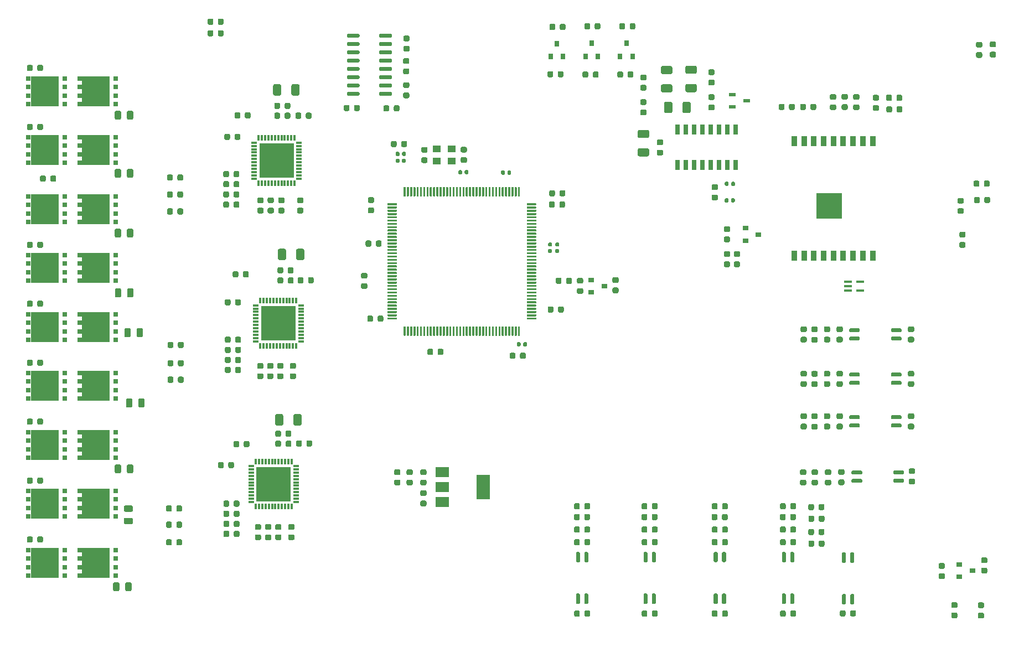
<source format=gbr>
%TF.GenerationSoftware,KiCad,Pcbnew,(5.1.6)-1*%
%TF.CreationDate,2021-04-08T18:08:25+09:00*%
%TF.ProjectId,FIG_DP_vFin,4649475f-4450-45f7-9646-696e2e6b6963,rev?*%
%TF.SameCoordinates,Original*%
%TF.FileFunction,Paste,Top*%
%TF.FilePolarity,Positive*%
%FSLAX46Y46*%
G04 Gerber Fmt 4.6, Leading zero omitted, Abs format (unit mm)*
G04 Created by KiCad (PCBNEW (5.1.6)-1) date 2021-04-08 18:08:25*
%MOMM*%
%LPD*%
G01*
G04 APERTURE LIST*
%ADD10R,4.320000X4.560000*%
%ADD11R,0.680000X0.700000*%
%ADD12R,0.800000X0.700000*%
%ADD13R,1.300000X1.050000*%
%ADD14R,2.000000X1.500000*%
%ADD15R,2.000000X3.800000*%
%ADD16R,0.900000X0.800000*%
%ADD17R,1.100000X0.600000*%
%ADD18R,0.900000X1.500000*%
%ADD19R,4.000000X4.000000*%
%ADD20R,0.700000X1.525000*%
%ADD21R,1.200000X0.400000*%
%ADD22R,5.250000X5.250000*%
%ADD23R,0.900000X0.300000*%
%ADD24R,0.300000X0.900000*%
%ADD25R,0.800000X0.900000*%
G04 APERTURE END LIST*
%TO.C,C67*%
G36*
G01*
X52268500Y-42555250D02*
X52268500Y-42042750D01*
G75*
G02*
X52487250Y-41824000I218750J0D01*
G01*
X52924750Y-41824000D01*
G75*
G02*
X53143500Y-42042750I0J-218750D01*
G01*
X53143500Y-42555250D01*
G75*
G02*
X52924750Y-42774000I-218750J0D01*
G01*
X52487250Y-42774000D01*
G75*
G02*
X52268500Y-42555250I0J218750D01*
G01*
G37*
G36*
G01*
X50693500Y-42555250D02*
X50693500Y-42042750D01*
G75*
G02*
X50912250Y-41824000I218750J0D01*
G01*
X51349750Y-41824000D01*
G75*
G02*
X51568500Y-42042750I0J-218750D01*
G01*
X51568500Y-42555250D01*
G75*
G02*
X51349750Y-42774000I-218750J0D01*
G01*
X50912250Y-42774000D01*
G75*
G02*
X50693500Y-42555250I0J218750D01*
G01*
G37*
%TD*%
%TO.C,C3*%
G36*
G01*
X111225750Y-55970500D02*
X111738250Y-55970500D01*
G75*
G02*
X111957000Y-56189250I0J-218750D01*
G01*
X111957000Y-56626750D01*
G75*
G02*
X111738250Y-56845500I-218750J0D01*
G01*
X111225750Y-56845500D01*
G75*
G02*
X111007000Y-56626750I0J218750D01*
G01*
X111007000Y-56189250D01*
G75*
G02*
X111225750Y-55970500I218750J0D01*
G01*
G37*
G36*
G01*
X111225750Y-54395500D02*
X111738250Y-54395500D01*
G75*
G02*
X111957000Y-54614250I0J-218750D01*
G01*
X111957000Y-55051750D01*
G75*
G02*
X111738250Y-55270500I-218750J0D01*
G01*
X111225750Y-55270500D01*
G75*
G02*
X111007000Y-55051750I0J218750D01*
G01*
X111007000Y-54614250D01*
G75*
G02*
X111225750Y-54395500I218750J0D01*
G01*
G37*
%TD*%
%TO.C,C75*%
G36*
G01*
X50693500Y-69606250D02*
X50693500Y-69093750D01*
G75*
G02*
X50912250Y-68875000I218750J0D01*
G01*
X51349750Y-68875000D01*
G75*
G02*
X51568500Y-69093750I0J-218750D01*
G01*
X51568500Y-69606250D01*
G75*
G02*
X51349750Y-69825000I-218750J0D01*
G01*
X50912250Y-69825000D01*
G75*
G02*
X50693500Y-69606250I0J218750D01*
G01*
G37*
G36*
G01*
X52268500Y-69606250D02*
X52268500Y-69093750D01*
G75*
G02*
X52487250Y-68875000I218750J0D01*
G01*
X52924750Y-68875000D01*
G75*
G02*
X53143500Y-69093750I0J-218750D01*
G01*
X53143500Y-69606250D01*
G75*
G02*
X52924750Y-69825000I-218750J0D01*
G01*
X52487250Y-69825000D01*
G75*
G02*
X52268500Y-69606250I0J218750D01*
G01*
G37*
%TD*%
%TO.C,C12*%
G36*
G01*
X131623500Y-69996000D02*
X131968500Y-69996000D01*
G75*
G02*
X132116000Y-70143500I0J-147500D01*
G01*
X132116000Y-70438500D01*
G75*
G02*
X131968500Y-70586000I-147500J0D01*
G01*
X131623500Y-70586000D01*
G75*
G02*
X131476000Y-70438500I0J147500D01*
G01*
X131476000Y-70143500D01*
G75*
G02*
X131623500Y-69996000I147500J0D01*
G01*
G37*
G36*
G01*
X131623500Y-69026000D02*
X131968500Y-69026000D01*
G75*
G02*
X132116000Y-69173500I0J-147500D01*
G01*
X132116000Y-69468500D01*
G75*
G02*
X131968500Y-69616000I-147500J0D01*
G01*
X131623500Y-69616000D01*
G75*
G02*
X131476000Y-69468500I0J147500D01*
G01*
X131476000Y-69173500D01*
G75*
G02*
X131623500Y-69026000I147500J0D01*
G01*
G37*
%TD*%
%TO.C,C11*%
G36*
G01*
X103621500Y-80387750D02*
X103621500Y-80900250D01*
G75*
G02*
X103402750Y-81119000I-218750J0D01*
G01*
X102965250Y-81119000D01*
G75*
G02*
X102746500Y-80900250I0J218750D01*
G01*
X102746500Y-80387750D01*
G75*
G02*
X102965250Y-80169000I218750J0D01*
G01*
X103402750Y-80169000D01*
G75*
G02*
X103621500Y-80387750I0J-218750D01*
G01*
G37*
G36*
G01*
X105196500Y-80387750D02*
X105196500Y-80900250D01*
G75*
G02*
X104977750Y-81119000I-218750J0D01*
G01*
X104540250Y-81119000D01*
G75*
G02*
X104321500Y-80900250I0J218750D01*
G01*
X104321500Y-80387750D01*
G75*
G02*
X104540250Y-80169000I218750J0D01*
G01*
X104977750Y-80169000D01*
G75*
G02*
X105196500Y-80387750I0J-218750D01*
G01*
G37*
%TD*%
%TO.C,C14*%
G36*
G01*
X130519500Y-69026000D02*
X130864500Y-69026000D01*
G75*
G02*
X131012000Y-69173500I0J-147500D01*
G01*
X131012000Y-69468500D01*
G75*
G02*
X130864500Y-69616000I-147500J0D01*
G01*
X130519500Y-69616000D01*
G75*
G02*
X130372000Y-69468500I0J147500D01*
G01*
X130372000Y-69173500D01*
G75*
G02*
X130519500Y-69026000I147500J0D01*
G01*
G37*
G36*
G01*
X130519500Y-69996000D02*
X130864500Y-69996000D01*
G75*
G02*
X131012000Y-70143500I0J-147500D01*
G01*
X131012000Y-70438500D01*
G75*
G02*
X130864500Y-70586000I-147500J0D01*
G01*
X130519500Y-70586000D01*
G75*
G02*
X130372000Y-70438500I0J147500D01*
G01*
X130372000Y-70143500D01*
G75*
G02*
X130519500Y-69996000I147500J0D01*
G01*
G37*
%TD*%
%TO.C,C76*%
G36*
G01*
X50693500Y-114691250D02*
X50693500Y-114178750D01*
G75*
G02*
X50912250Y-113960000I218750J0D01*
G01*
X51349750Y-113960000D01*
G75*
G02*
X51568500Y-114178750I0J-218750D01*
G01*
X51568500Y-114691250D01*
G75*
G02*
X51349750Y-114910000I-218750J0D01*
G01*
X50912250Y-114910000D01*
G75*
G02*
X50693500Y-114691250I0J218750D01*
G01*
G37*
G36*
G01*
X52268500Y-114691250D02*
X52268500Y-114178750D01*
G75*
G02*
X52487250Y-113960000I218750J0D01*
G01*
X52924750Y-113960000D01*
G75*
G02*
X53143500Y-114178750I0J-218750D01*
G01*
X53143500Y-114691250D01*
G75*
G02*
X52924750Y-114910000I-218750J0D01*
G01*
X52487250Y-114910000D01*
G75*
G02*
X52268500Y-114691250I0J218750D01*
G01*
G37*
%TD*%
%TO.C,C2*%
G36*
G01*
X117249750Y-54365500D02*
X117762250Y-54365500D01*
G75*
G02*
X117981000Y-54584250I0J-218750D01*
G01*
X117981000Y-55021750D01*
G75*
G02*
X117762250Y-55240500I-218750J0D01*
G01*
X117249750Y-55240500D01*
G75*
G02*
X117031000Y-55021750I0J218750D01*
G01*
X117031000Y-54584250D01*
G75*
G02*
X117249750Y-54365500I218750J0D01*
G01*
G37*
G36*
G01*
X117249750Y-55940500D02*
X117762250Y-55940500D01*
G75*
G02*
X117981000Y-56159250I0J-218750D01*
G01*
X117981000Y-56596750D01*
G75*
G02*
X117762250Y-56815500I-218750J0D01*
G01*
X117249750Y-56815500D01*
G75*
G02*
X117031000Y-56596750I0J218750D01*
G01*
X117031000Y-56159250D01*
G75*
G02*
X117249750Y-55940500I218750J0D01*
G01*
G37*
%TD*%
%TO.C,C10*%
G36*
G01*
X123191000Y-58490500D02*
X123191000Y-58145500D01*
G75*
G02*
X123338500Y-57998000I147500J0D01*
G01*
X123633500Y-57998000D01*
G75*
G02*
X123781000Y-58145500I0J-147500D01*
G01*
X123781000Y-58490500D01*
G75*
G02*
X123633500Y-58638000I-147500J0D01*
G01*
X123338500Y-58638000D01*
G75*
G02*
X123191000Y-58490500I0J147500D01*
G01*
G37*
G36*
G01*
X124161000Y-58490500D02*
X124161000Y-58145500D01*
G75*
G02*
X124308500Y-57998000I147500J0D01*
G01*
X124603500Y-57998000D01*
G75*
G02*
X124751000Y-58145500I0J-147500D01*
G01*
X124751000Y-58490500D01*
G75*
G02*
X124603500Y-58638000I-147500J0D01*
G01*
X124308500Y-58638000D01*
G75*
G02*
X124161000Y-58490500I0J147500D01*
G01*
G37*
%TD*%
%TO.C,C16*%
G36*
G01*
X126201000Y-84401500D02*
X126201000Y-84746500D01*
G75*
G02*
X126053500Y-84894000I-147500J0D01*
G01*
X125758500Y-84894000D01*
G75*
G02*
X125611000Y-84746500I0J147500D01*
G01*
X125611000Y-84401500D01*
G75*
G02*
X125758500Y-84254000I147500J0D01*
G01*
X126053500Y-84254000D01*
G75*
G02*
X126201000Y-84401500I0J-147500D01*
G01*
G37*
G36*
G01*
X127171000Y-84401500D02*
X127171000Y-84746500D01*
G75*
G02*
X127023500Y-84894000I-147500J0D01*
G01*
X126728500Y-84894000D01*
G75*
G02*
X126581000Y-84746500I0J147500D01*
G01*
X126581000Y-84401500D01*
G75*
G02*
X126728500Y-84254000I147500J0D01*
G01*
X127023500Y-84254000D01*
G75*
G02*
X127171000Y-84401500I0J-147500D01*
G01*
G37*
%TD*%
%TO.C,C9*%
G36*
G01*
X124528500Y-86584250D02*
X124528500Y-86071750D01*
G75*
G02*
X124747250Y-85853000I218750J0D01*
G01*
X125184750Y-85853000D01*
G75*
G02*
X125403500Y-86071750I0J-218750D01*
G01*
X125403500Y-86584250D01*
G75*
G02*
X125184750Y-86803000I-218750J0D01*
G01*
X124747250Y-86803000D01*
G75*
G02*
X124528500Y-86584250I0J218750D01*
G01*
G37*
G36*
G01*
X126103500Y-86584250D02*
X126103500Y-86071750D01*
G75*
G02*
X126322250Y-85853000I218750J0D01*
G01*
X126759750Y-85853000D01*
G75*
G02*
X126978500Y-86071750I0J-218750D01*
G01*
X126978500Y-86584250D01*
G75*
G02*
X126759750Y-86803000I-218750J0D01*
G01*
X126322250Y-86803000D01*
G75*
G02*
X126103500Y-86584250I0J218750D01*
G01*
G37*
%TD*%
%TO.C,C7*%
G36*
G01*
X117256000Y-58075500D02*
X117256000Y-58420500D01*
G75*
G02*
X117108500Y-58568000I-147500J0D01*
G01*
X116813500Y-58568000D01*
G75*
G02*
X116666000Y-58420500I0J147500D01*
G01*
X116666000Y-58075500D01*
G75*
G02*
X116813500Y-57928000I147500J0D01*
G01*
X117108500Y-57928000D01*
G75*
G02*
X117256000Y-58075500I0J-147500D01*
G01*
G37*
G36*
G01*
X118226000Y-58075500D02*
X118226000Y-58420500D01*
G75*
G02*
X118078500Y-58568000I-147500J0D01*
G01*
X117783500Y-58568000D01*
G75*
G02*
X117636000Y-58420500I0J147500D01*
G01*
X117636000Y-58075500D01*
G75*
G02*
X117783500Y-57928000I147500J0D01*
G01*
X118078500Y-57928000D01*
G75*
G02*
X118226000Y-58075500I0J-147500D01*
G01*
G37*
%TD*%
%TO.C,R53*%
G36*
G01*
X155445000Y-109603250D02*
X155445000Y-109090750D01*
G75*
G02*
X155663750Y-108872000I218750J0D01*
G01*
X156101250Y-108872000D01*
G75*
G02*
X156320000Y-109090750I0J-218750D01*
G01*
X156320000Y-109603250D01*
G75*
G02*
X156101250Y-109822000I-218750J0D01*
G01*
X155663750Y-109822000D01*
G75*
G02*
X155445000Y-109603250I0J218750D01*
G01*
G37*
G36*
G01*
X157020000Y-109603250D02*
X157020000Y-109090750D01*
G75*
G02*
X157238750Y-108872000I218750J0D01*
G01*
X157676250Y-108872000D01*
G75*
G02*
X157895000Y-109090750I0J-218750D01*
G01*
X157895000Y-109603250D01*
G75*
G02*
X157676250Y-109822000I-218750J0D01*
G01*
X157238750Y-109822000D01*
G75*
G02*
X157020000Y-109603250I0J218750D01*
G01*
G37*
%TD*%
%TO.C,R51*%
G36*
G01*
X134375000Y-109603250D02*
X134375000Y-109090750D01*
G75*
G02*
X134593750Y-108872000I218750J0D01*
G01*
X135031250Y-108872000D01*
G75*
G02*
X135250000Y-109090750I0J-218750D01*
G01*
X135250000Y-109603250D01*
G75*
G02*
X135031250Y-109822000I-218750J0D01*
G01*
X134593750Y-109822000D01*
G75*
G02*
X134375000Y-109603250I0J218750D01*
G01*
G37*
G36*
G01*
X135950000Y-109603250D02*
X135950000Y-109090750D01*
G75*
G02*
X136168750Y-108872000I218750J0D01*
G01*
X136606250Y-108872000D01*
G75*
G02*
X136825000Y-109090750I0J-218750D01*
G01*
X136825000Y-109603250D01*
G75*
G02*
X136606250Y-109822000I-218750J0D01*
G01*
X136168750Y-109822000D01*
G75*
G02*
X135950000Y-109603250I0J218750D01*
G01*
G37*
%TD*%
%TO.C,R17*%
G36*
G01*
X173321250Y-97586001D02*
X172808750Y-97586001D01*
G75*
G02*
X172590000Y-97367251I0J218750D01*
G01*
X172590000Y-96929751D01*
G75*
G02*
X172808750Y-96711001I218750J0D01*
G01*
X173321250Y-96711001D01*
G75*
G02*
X173540000Y-96929751I0J-218750D01*
G01*
X173540000Y-97367251D01*
G75*
G02*
X173321250Y-97586001I-218750J0D01*
G01*
G37*
G36*
G01*
X173321250Y-96011001D02*
X172808750Y-96011001D01*
G75*
G02*
X172590000Y-95792251I0J218750D01*
G01*
X172590000Y-95354751D01*
G75*
G02*
X172808750Y-95136001I218750J0D01*
G01*
X173321250Y-95136001D01*
G75*
G02*
X173540000Y-95354751I0J-218750D01*
G01*
X173540000Y-95792251D01*
G75*
G02*
X173321250Y-96011001I-218750J0D01*
G01*
G37*
%TD*%
%TO.C,R47*%
G36*
G01*
X157895000Y-114590750D02*
X157895000Y-115103250D01*
G75*
G02*
X157676250Y-115322000I-218750J0D01*
G01*
X157238750Y-115322000D01*
G75*
G02*
X157020000Y-115103250I0J218750D01*
G01*
X157020000Y-114590750D01*
G75*
G02*
X157238750Y-114372000I218750J0D01*
G01*
X157676250Y-114372000D01*
G75*
G02*
X157895000Y-114590750I0J-218750D01*
G01*
G37*
G36*
G01*
X156320000Y-114590750D02*
X156320000Y-115103250D01*
G75*
G02*
X156101250Y-115322000I-218750J0D01*
G01*
X155663750Y-115322000D01*
G75*
G02*
X155445000Y-115103250I0J218750D01*
G01*
X155445000Y-114590750D01*
G75*
G02*
X155663750Y-114372000I218750J0D01*
G01*
X156101250Y-114372000D01*
G75*
G02*
X156320000Y-114590750I0J-218750D01*
G01*
G37*
%TD*%
%TO.C,R30*%
G36*
G01*
X135950000Y-126023250D02*
X135950000Y-125510750D01*
G75*
G02*
X136168750Y-125292000I218750J0D01*
G01*
X136606250Y-125292000D01*
G75*
G02*
X136825000Y-125510750I0J-218750D01*
G01*
X136825000Y-126023250D01*
G75*
G02*
X136606250Y-126242000I-218750J0D01*
G01*
X136168750Y-126242000D01*
G75*
G02*
X135950000Y-126023250I0J218750D01*
G01*
G37*
G36*
G01*
X134375000Y-126023250D02*
X134375000Y-125510750D01*
G75*
G02*
X134593750Y-125292000I218750J0D01*
G01*
X135031250Y-125292000D01*
G75*
G02*
X135250000Y-125510750I0J-218750D01*
G01*
X135250000Y-126023250D01*
G75*
G02*
X135031250Y-126242000I-218750J0D01*
G01*
X134593750Y-126242000D01*
G75*
G02*
X134375000Y-126023250I0J218750D01*
G01*
G37*
%TD*%
%TO.C,R52*%
G36*
G01*
X144705000Y-109603250D02*
X144705000Y-109090750D01*
G75*
G02*
X144923750Y-108872000I218750J0D01*
G01*
X145361250Y-108872000D01*
G75*
G02*
X145580000Y-109090750I0J-218750D01*
G01*
X145580000Y-109603250D01*
G75*
G02*
X145361250Y-109822000I-218750J0D01*
G01*
X144923750Y-109822000D01*
G75*
G02*
X144705000Y-109603250I0J218750D01*
G01*
G37*
G36*
G01*
X146280000Y-109603250D02*
X146280000Y-109090750D01*
G75*
G02*
X146498750Y-108872000I218750J0D01*
G01*
X146936250Y-108872000D01*
G75*
G02*
X147155000Y-109090750I0J-218750D01*
G01*
X147155000Y-109603250D01*
G75*
G02*
X146936250Y-109822000I-218750J0D01*
G01*
X146498750Y-109822000D01*
G75*
G02*
X146280000Y-109603250I0J218750D01*
G01*
G37*
%TD*%
%TO.C,R37*%
G36*
G01*
X135035750Y-74421000D02*
X135548250Y-74421000D01*
G75*
G02*
X135767000Y-74639750I0J-218750D01*
G01*
X135767000Y-75077250D01*
G75*
G02*
X135548250Y-75296000I-218750J0D01*
G01*
X135035750Y-75296000D01*
G75*
G02*
X134817000Y-75077250I0J218750D01*
G01*
X134817000Y-74639750D01*
G75*
G02*
X135035750Y-74421000I218750J0D01*
G01*
G37*
G36*
G01*
X135035750Y-75996000D02*
X135548250Y-75996000D01*
G75*
G02*
X135767000Y-76214750I0J-218750D01*
G01*
X135767000Y-76652250D01*
G75*
G02*
X135548250Y-76871000I-218750J0D01*
G01*
X135035750Y-76871000D01*
G75*
G02*
X134817000Y-76652250I0J218750D01*
G01*
X134817000Y-76214750D01*
G75*
G02*
X135035750Y-75996000I218750J0D01*
G01*
G37*
%TD*%
%TO.C,R50*%
G36*
G01*
X140455750Y-75886000D02*
X140968250Y-75886000D01*
G75*
G02*
X141187000Y-76104750I0J-218750D01*
G01*
X141187000Y-76542250D01*
G75*
G02*
X140968250Y-76761000I-218750J0D01*
G01*
X140455750Y-76761000D01*
G75*
G02*
X140237000Y-76542250I0J218750D01*
G01*
X140237000Y-76104750D01*
G75*
G02*
X140455750Y-75886000I218750J0D01*
G01*
G37*
G36*
G01*
X140455750Y-74311000D02*
X140968250Y-74311000D01*
G75*
G02*
X141187000Y-74529750I0J-218750D01*
G01*
X141187000Y-74967250D01*
G75*
G02*
X140968250Y-75186000I-218750J0D01*
G01*
X140455750Y-75186000D01*
G75*
G02*
X140237000Y-74967250I0J218750D01*
G01*
X140237000Y-74529750D01*
G75*
G02*
X140455750Y-74311000I218750J0D01*
G01*
G37*
%TD*%
%TO.C,R54*%
G36*
G01*
X165875000Y-109603250D02*
X165875000Y-109090750D01*
G75*
G02*
X166093750Y-108872000I218750J0D01*
G01*
X166531250Y-108872000D01*
G75*
G02*
X166750000Y-109090750I0J-218750D01*
G01*
X166750000Y-109603250D01*
G75*
G02*
X166531250Y-109822000I-218750J0D01*
G01*
X166093750Y-109822000D01*
G75*
G02*
X165875000Y-109603250I0J218750D01*
G01*
G37*
G36*
G01*
X167450000Y-109603250D02*
X167450000Y-109090750D01*
G75*
G02*
X167668750Y-108872000I218750J0D01*
G01*
X168106250Y-108872000D01*
G75*
G02*
X168325000Y-109090750I0J-218750D01*
G01*
X168325000Y-109603250D01*
G75*
G02*
X168106250Y-109822000I-218750J0D01*
G01*
X167668750Y-109822000D01*
G75*
G02*
X167450000Y-109603250I0J218750D01*
G01*
G37*
%TD*%
%TO.C,R19*%
G36*
G01*
X174738750Y-96711001D02*
X175251250Y-96711001D01*
G75*
G02*
X175470000Y-96929751I0J-218750D01*
G01*
X175470000Y-97367251D01*
G75*
G02*
X175251250Y-97586001I-218750J0D01*
G01*
X174738750Y-97586001D01*
G75*
G02*
X174520000Y-97367251I0J218750D01*
G01*
X174520000Y-96929751D01*
G75*
G02*
X174738750Y-96711001I218750J0D01*
G01*
G37*
G36*
G01*
X174738750Y-95136001D02*
X175251250Y-95136001D01*
G75*
G02*
X175470000Y-95354751I0J-218750D01*
G01*
X175470000Y-95792251D01*
G75*
G02*
X175251250Y-96011001I-218750J0D01*
G01*
X174738750Y-96011001D01*
G75*
G02*
X174520000Y-95792251I0J218750D01*
G01*
X174520000Y-95354751D01*
G75*
G02*
X174738750Y-95136001I218750J0D01*
G01*
G37*
%TD*%
%TO.C,R39*%
G36*
G01*
X144705000Y-113173250D02*
X144705000Y-112660750D01*
G75*
G02*
X144923750Y-112442000I218750J0D01*
G01*
X145361250Y-112442000D01*
G75*
G02*
X145580000Y-112660750I0J-218750D01*
G01*
X145580000Y-113173250D01*
G75*
G02*
X145361250Y-113392000I-218750J0D01*
G01*
X144923750Y-113392000D01*
G75*
G02*
X144705000Y-113173250I0J218750D01*
G01*
G37*
G36*
G01*
X146280000Y-113173250D02*
X146280000Y-112660750D01*
G75*
G02*
X146498750Y-112442000I218750J0D01*
G01*
X146936250Y-112442000D01*
G75*
G02*
X147155000Y-112660750I0J-218750D01*
G01*
X147155000Y-113173250D01*
G75*
G02*
X146936250Y-113392000I-218750J0D01*
G01*
X146498750Y-113392000D01*
G75*
G02*
X146280000Y-113173250I0J218750D01*
G01*
G37*
%TD*%
%TO.C,R38*%
G36*
G01*
X134375000Y-113173250D02*
X134375000Y-112660750D01*
G75*
G02*
X134593750Y-112442000I218750J0D01*
G01*
X135031250Y-112442000D01*
G75*
G02*
X135250000Y-112660750I0J-218750D01*
G01*
X135250000Y-113173250D01*
G75*
G02*
X135031250Y-113392000I-218750J0D01*
G01*
X134593750Y-113392000D01*
G75*
G02*
X134375000Y-113173250I0J218750D01*
G01*
G37*
G36*
G01*
X135950000Y-113173250D02*
X135950000Y-112660750D01*
G75*
G02*
X136168750Y-112442000I218750J0D01*
G01*
X136606250Y-112442000D01*
G75*
G02*
X136825000Y-112660750I0J-218750D01*
G01*
X136825000Y-113173250D01*
G75*
G02*
X136606250Y-113392000I-218750J0D01*
G01*
X136168750Y-113392000D01*
G75*
G02*
X135950000Y-113173250I0J218750D01*
G01*
G37*
%TD*%
%TO.C,R46*%
G36*
G01*
X147155000Y-114590750D02*
X147155000Y-115103250D01*
G75*
G02*
X146936250Y-115322000I-218750J0D01*
G01*
X146498750Y-115322000D01*
G75*
G02*
X146280000Y-115103250I0J218750D01*
G01*
X146280000Y-114590750D01*
G75*
G02*
X146498750Y-114372000I218750J0D01*
G01*
X146936250Y-114372000D01*
G75*
G02*
X147155000Y-114590750I0J-218750D01*
G01*
G37*
G36*
G01*
X145580000Y-114590750D02*
X145580000Y-115103250D01*
G75*
G02*
X145361250Y-115322000I-218750J0D01*
G01*
X144923750Y-115322000D01*
G75*
G02*
X144705000Y-115103250I0J218750D01*
G01*
X144705000Y-114590750D01*
G75*
G02*
X144923750Y-114372000I218750J0D01*
G01*
X145361250Y-114372000D01*
G75*
G02*
X145580000Y-114590750I0J-218750D01*
G01*
G37*
%TD*%
%TO.C,R45*%
G36*
G01*
X135250000Y-114590750D02*
X135250000Y-115103250D01*
G75*
G02*
X135031250Y-115322000I-218750J0D01*
G01*
X134593750Y-115322000D01*
G75*
G02*
X134375000Y-115103250I0J218750D01*
G01*
X134375000Y-114590750D01*
G75*
G02*
X134593750Y-114372000I218750J0D01*
G01*
X135031250Y-114372000D01*
G75*
G02*
X135250000Y-114590750I0J-218750D01*
G01*
G37*
G36*
G01*
X136825000Y-114590750D02*
X136825000Y-115103250D01*
G75*
G02*
X136606250Y-115322000I-218750J0D01*
G01*
X136168750Y-115322000D01*
G75*
G02*
X135950000Y-115103250I0J218750D01*
G01*
X135950000Y-114590750D01*
G75*
G02*
X136168750Y-114372000I218750J0D01*
G01*
X136606250Y-114372000D01*
G75*
G02*
X136825000Y-114590750I0J-218750D01*
G01*
G37*
%TD*%
%TO.C,R41*%
G36*
G01*
X167450000Y-113173250D02*
X167450000Y-112660750D01*
G75*
G02*
X167668750Y-112442000I218750J0D01*
G01*
X168106250Y-112442000D01*
G75*
G02*
X168325000Y-112660750I0J-218750D01*
G01*
X168325000Y-113173250D01*
G75*
G02*
X168106250Y-113392000I-218750J0D01*
G01*
X167668750Y-113392000D01*
G75*
G02*
X167450000Y-113173250I0J218750D01*
G01*
G37*
G36*
G01*
X165875000Y-113173250D02*
X165875000Y-112660750D01*
G75*
G02*
X166093750Y-112442000I218750J0D01*
G01*
X166531250Y-112442000D01*
G75*
G02*
X166750000Y-112660750I0J-218750D01*
G01*
X166750000Y-113173250D01*
G75*
G02*
X166531250Y-113392000I-218750J0D01*
G01*
X166093750Y-113392000D01*
G75*
G02*
X165875000Y-113173250I0J218750D01*
G01*
G37*
%TD*%
%TO.C,R48*%
G36*
G01*
X166750000Y-114590750D02*
X166750000Y-115103250D01*
G75*
G02*
X166531250Y-115322000I-218750J0D01*
G01*
X166093750Y-115322000D01*
G75*
G02*
X165875000Y-115103250I0J218750D01*
G01*
X165875000Y-114590750D01*
G75*
G02*
X166093750Y-114372000I218750J0D01*
G01*
X166531250Y-114372000D01*
G75*
G02*
X166750000Y-114590750I0J-218750D01*
G01*
G37*
G36*
G01*
X168325000Y-114590750D02*
X168325000Y-115103250D01*
G75*
G02*
X168106250Y-115322000I-218750J0D01*
G01*
X167668750Y-115322000D01*
G75*
G02*
X167450000Y-115103250I0J218750D01*
G01*
X167450000Y-114590750D01*
G75*
G02*
X167668750Y-114372000I218750J0D01*
G01*
X168106250Y-114372000D01*
G75*
G02*
X168325000Y-114590750I0J-218750D01*
G01*
G37*
%TD*%
%TO.C,R14*%
G36*
G01*
X186171250Y-96011001D02*
X185658750Y-96011001D01*
G75*
G02*
X185440000Y-95792251I0J218750D01*
G01*
X185440000Y-95354751D01*
G75*
G02*
X185658750Y-95136001I218750J0D01*
G01*
X186171250Y-95136001D01*
G75*
G02*
X186390000Y-95354751I0J-218750D01*
G01*
X186390000Y-95792251D01*
G75*
G02*
X186171250Y-96011001I-218750J0D01*
G01*
G37*
G36*
G01*
X186171250Y-97586001D02*
X185658750Y-97586001D01*
G75*
G02*
X185440000Y-97367251I0J218750D01*
G01*
X185440000Y-96929751D01*
G75*
G02*
X185658750Y-96711001I218750J0D01*
G01*
X186171250Y-96711001D01*
G75*
G02*
X186390000Y-96929751I0J-218750D01*
G01*
X186390000Y-97367251D01*
G75*
G02*
X186171250Y-97586001I-218750J0D01*
G01*
G37*
%TD*%
%TO.C,R31*%
G36*
G01*
X146280000Y-126023250D02*
X146280000Y-125510750D01*
G75*
G02*
X146498750Y-125292000I218750J0D01*
G01*
X146936250Y-125292000D01*
G75*
G02*
X147155000Y-125510750I0J-218750D01*
G01*
X147155000Y-126023250D01*
G75*
G02*
X146936250Y-126242000I-218750J0D01*
G01*
X146498750Y-126242000D01*
G75*
G02*
X146280000Y-126023250I0J218750D01*
G01*
G37*
G36*
G01*
X144705000Y-126023250D02*
X144705000Y-125510750D01*
G75*
G02*
X144923750Y-125292000I218750J0D01*
G01*
X145361250Y-125292000D01*
G75*
G02*
X145580000Y-125510750I0J-218750D01*
G01*
X145580000Y-126023250D01*
G75*
G02*
X145361250Y-126242000I-218750J0D01*
G01*
X144923750Y-126242000D01*
G75*
G02*
X144705000Y-126023250I0J218750D01*
G01*
G37*
%TD*%
%TO.C,R22*%
G36*
G01*
X169751250Y-96011001D02*
X169238750Y-96011001D01*
G75*
G02*
X169020000Y-95792251I0J218750D01*
G01*
X169020000Y-95354751D01*
G75*
G02*
X169238750Y-95136001I218750J0D01*
G01*
X169751250Y-95136001D01*
G75*
G02*
X169970000Y-95354751I0J-218750D01*
G01*
X169970000Y-95792251D01*
G75*
G02*
X169751250Y-96011001I-218750J0D01*
G01*
G37*
G36*
G01*
X169751250Y-97586001D02*
X169238750Y-97586001D01*
G75*
G02*
X169020000Y-97367251I0J218750D01*
G01*
X169020000Y-96929751D01*
G75*
G02*
X169238750Y-96711001I218750J0D01*
G01*
X169751250Y-96711001D01*
G75*
G02*
X169970000Y-96929751I0J-218750D01*
G01*
X169970000Y-97367251D01*
G75*
G02*
X169751250Y-97586001I-218750J0D01*
G01*
G37*
%TD*%
%TO.C,R40*%
G36*
G01*
X155445000Y-113173250D02*
X155445000Y-112660750D01*
G75*
G02*
X155663750Y-112442000I218750J0D01*
G01*
X156101250Y-112442000D01*
G75*
G02*
X156320000Y-112660750I0J-218750D01*
G01*
X156320000Y-113173250D01*
G75*
G02*
X156101250Y-113392000I-218750J0D01*
G01*
X155663750Y-113392000D01*
G75*
G02*
X155445000Y-113173250I0J218750D01*
G01*
G37*
G36*
G01*
X157020000Y-113173250D02*
X157020000Y-112660750D01*
G75*
G02*
X157238750Y-112442000I218750J0D01*
G01*
X157676250Y-112442000D01*
G75*
G02*
X157895000Y-112660750I0J-218750D01*
G01*
X157895000Y-113173250D01*
G75*
G02*
X157676250Y-113392000I-218750J0D01*
G01*
X157238750Y-113392000D01*
G75*
G02*
X157020000Y-113173250I0J218750D01*
G01*
G37*
%TD*%
D10*
%TO.C,Q7*%
X61222500Y-45855000D03*
D11*
X58722500Y-43925000D03*
X58722500Y-45170000D03*
X58722500Y-46540000D03*
X58722500Y-47785000D03*
D12*
X64287500Y-43925000D03*
X64287500Y-45170000D03*
X64287500Y-46540000D03*
X64287500Y-47785000D03*
%TD*%
%TO.C,Q3*%
X56482000Y-83853000D03*
X56482000Y-82608000D03*
X56482000Y-81238000D03*
X56482000Y-79993000D03*
D11*
X50917000Y-83853000D03*
X50917000Y-82608000D03*
X50917000Y-81238000D03*
X50917000Y-79993000D03*
D10*
X53417000Y-81923000D03*
%TD*%
D12*
%TO.C,Q4*%
X64287500Y-83853000D03*
X64287500Y-82608000D03*
X64287500Y-81238000D03*
X64287500Y-79993000D03*
D11*
X58722500Y-83853000D03*
X58722500Y-82608000D03*
X58722500Y-81238000D03*
X58722500Y-79993000D03*
D10*
X61222500Y-81923000D03*
%TD*%
D12*
%TO.C,Q6*%
X56482000Y-47785000D03*
X56482000Y-46540000D03*
X56482000Y-45170000D03*
X56482000Y-43925000D03*
D11*
X50917000Y-47785000D03*
X50917000Y-46540000D03*
X50917000Y-45170000D03*
X50917000Y-43925000D03*
D10*
X53417000Y-45855000D03*
%TD*%
%TO.C,Q12*%
X53417000Y-54872000D03*
D11*
X50917000Y-52942000D03*
X50917000Y-54187000D03*
X50917000Y-55557000D03*
X50917000Y-56802000D03*
D12*
X56482000Y-52942000D03*
X56482000Y-54187000D03*
X56482000Y-55557000D03*
X56482000Y-56802000D03*
%TD*%
%TO.C,C63*%
G36*
G01*
X50693500Y-78623250D02*
X50693500Y-78110750D01*
G75*
G02*
X50912250Y-77892000I218750J0D01*
G01*
X51349750Y-77892000D01*
G75*
G02*
X51568500Y-78110750I0J-218750D01*
G01*
X51568500Y-78623250D01*
G75*
G02*
X51349750Y-78842000I-218750J0D01*
G01*
X50912250Y-78842000D01*
G75*
G02*
X50693500Y-78623250I0J218750D01*
G01*
G37*
G36*
G01*
X52268500Y-78623250D02*
X52268500Y-78110750D01*
G75*
G02*
X52487250Y-77892000I218750J0D01*
G01*
X52924750Y-77892000D01*
G75*
G02*
X53143500Y-78110750I0J-218750D01*
G01*
X53143500Y-78623250D01*
G75*
G02*
X52924750Y-78842000I-218750J0D01*
G01*
X52487250Y-78842000D01*
G75*
G02*
X52268500Y-78623250I0J218750D01*
G01*
G37*
%TD*%
%TO.C,C70*%
G36*
G01*
X50693500Y-51572250D02*
X50693500Y-51059750D01*
G75*
G02*
X50912250Y-50841000I218750J0D01*
G01*
X51349750Y-50841000D01*
G75*
G02*
X51568500Y-51059750I0J-218750D01*
G01*
X51568500Y-51572250D01*
G75*
G02*
X51349750Y-51791000I-218750J0D01*
G01*
X50912250Y-51791000D01*
G75*
G02*
X50693500Y-51572250I0J218750D01*
G01*
G37*
G36*
G01*
X52268500Y-51572250D02*
X52268500Y-51059750D01*
G75*
G02*
X52487250Y-50841000I218750J0D01*
G01*
X52924750Y-50841000D01*
G75*
G02*
X53143500Y-51059750I0J-218750D01*
G01*
X53143500Y-51572250D01*
G75*
G02*
X52924750Y-51791000I-218750J0D01*
G01*
X52487250Y-51791000D01*
G75*
G02*
X52268500Y-51572250I0J218750D01*
G01*
G37*
%TD*%
%TO.C,C42*%
G36*
G01*
X93334500Y-49862250D02*
X93334500Y-49349750D01*
G75*
G02*
X93553250Y-49131000I218750J0D01*
G01*
X93990750Y-49131000D01*
G75*
G02*
X94209500Y-49349750I0J-218750D01*
G01*
X94209500Y-49862250D01*
G75*
G02*
X93990750Y-50081000I-218750J0D01*
G01*
X93553250Y-50081000D01*
G75*
G02*
X93334500Y-49862250I0J218750D01*
G01*
G37*
G36*
G01*
X91759500Y-49862250D02*
X91759500Y-49349750D01*
G75*
G02*
X91978250Y-49131000I218750J0D01*
G01*
X92415750Y-49131000D01*
G75*
G02*
X92634500Y-49349750I0J-218750D01*
G01*
X92634500Y-49862250D01*
G75*
G02*
X92415750Y-50081000I-218750J0D01*
G01*
X91978250Y-50081000D01*
G75*
G02*
X91759500Y-49862250I0J218750D01*
G01*
G37*
%TD*%
%TO.C,C72*%
G36*
G01*
X54268500Y-59479250D02*
X54268500Y-58966750D01*
G75*
G02*
X54487250Y-58748000I218750J0D01*
G01*
X54924750Y-58748000D01*
G75*
G02*
X55143500Y-58966750I0J-218750D01*
G01*
X55143500Y-59479250D01*
G75*
G02*
X54924750Y-59698000I-218750J0D01*
G01*
X54487250Y-59698000D01*
G75*
G02*
X54268500Y-59479250I0J218750D01*
G01*
G37*
G36*
G01*
X52693500Y-59479250D02*
X52693500Y-58966750D01*
G75*
G02*
X52912250Y-58748000I218750J0D01*
G01*
X53349750Y-58748000D01*
G75*
G02*
X53568500Y-58966750I0J-218750D01*
G01*
X53568500Y-59479250D01*
G75*
G02*
X53349750Y-59698000I-218750J0D01*
G01*
X52912250Y-59698000D01*
G75*
G02*
X52693500Y-59479250I0J218750D01*
G01*
G37*
%TD*%
%TO.C,C71*%
G36*
G01*
X52268500Y-96657250D02*
X52268500Y-96144750D01*
G75*
G02*
X52487250Y-95926000I218750J0D01*
G01*
X52924750Y-95926000D01*
G75*
G02*
X53143500Y-96144750I0J-218750D01*
G01*
X53143500Y-96657250D01*
G75*
G02*
X52924750Y-96876000I-218750J0D01*
G01*
X52487250Y-96876000D01*
G75*
G02*
X52268500Y-96657250I0J218750D01*
G01*
G37*
G36*
G01*
X50693500Y-96657250D02*
X50693500Y-96144750D01*
G75*
G02*
X50912250Y-95926000I218750J0D01*
G01*
X51349750Y-95926000D01*
G75*
G02*
X51568500Y-96144750I0J-218750D01*
G01*
X51568500Y-96657250D01*
G75*
G02*
X51349750Y-96876000I-218750J0D01*
G01*
X50912250Y-96876000D01*
G75*
G02*
X50693500Y-96657250I0J218750D01*
G01*
G37*
%TD*%
%TO.C,C73*%
G36*
G01*
X50693500Y-105674250D02*
X50693500Y-105161750D01*
G75*
G02*
X50912250Y-104943000I218750J0D01*
G01*
X51349750Y-104943000D01*
G75*
G02*
X51568500Y-105161750I0J-218750D01*
G01*
X51568500Y-105674250D01*
G75*
G02*
X51349750Y-105893000I-218750J0D01*
G01*
X50912250Y-105893000D01*
G75*
G02*
X50693500Y-105674250I0J218750D01*
G01*
G37*
G36*
G01*
X52268500Y-105674250D02*
X52268500Y-105161750D01*
G75*
G02*
X52487250Y-104943000I218750J0D01*
G01*
X52924750Y-104943000D01*
G75*
G02*
X53143500Y-105161750I0J-218750D01*
G01*
X53143500Y-105674250D01*
G75*
G02*
X52924750Y-105893000I-218750J0D01*
G01*
X52487250Y-105893000D01*
G75*
G02*
X52268500Y-105674250I0J218750D01*
G01*
G37*
%TD*%
%TO.C,C32*%
G36*
G01*
X90097000Y-48363250D02*
X90097000Y-47850750D01*
G75*
G02*
X90315750Y-47632000I218750J0D01*
G01*
X90753250Y-47632000D01*
G75*
G02*
X90972000Y-47850750I0J-218750D01*
G01*
X90972000Y-48363250D01*
G75*
G02*
X90753250Y-48582000I-218750J0D01*
G01*
X90315750Y-48582000D01*
G75*
G02*
X90097000Y-48363250I0J218750D01*
G01*
G37*
G36*
G01*
X88522000Y-48363250D02*
X88522000Y-47850750D01*
G75*
G02*
X88740750Y-47632000I218750J0D01*
G01*
X89178250Y-47632000D01*
G75*
G02*
X89397000Y-47850750I0J-218750D01*
G01*
X89397000Y-48363250D01*
G75*
G02*
X89178250Y-48582000I-218750J0D01*
G01*
X88740750Y-48582000D01*
G75*
G02*
X88522000Y-48363250I0J218750D01*
G01*
G37*
%TD*%
%TO.C,C41*%
G36*
G01*
X88522000Y-49863250D02*
X88522000Y-49350750D01*
G75*
G02*
X88740750Y-49132000I218750J0D01*
G01*
X89178250Y-49132000D01*
G75*
G02*
X89397000Y-49350750I0J-218750D01*
G01*
X89397000Y-49863250D01*
G75*
G02*
X89178250Y-50082000I-218750J0D01*
G01*
X88740750Y-50082000D01*
G75*
G02*
X88522000Y-49863250I0J218750D01*
G01*
G37*
G36*
G01*
X90097000Y-49863250D02*
X90097000Y-49350750D01*
G75*
G02*
X90315750Y-49132000I218750J0D01*
G01*
X90753250Y-49132000D01*
G75*
G02*
X90972000Y-49350750I0J-218750D01*
G01*
X90972000Y-49863250D01*
G75*
G02*
X90753250Y-50082000I-218750J0D01*
G01*
X90315750Y-50082000D01*
G75*
G02*
X90097000Y-49863250I0J218750D01*
G01*
G37*
%TD*%
%TO.C,C69*%
G36*
G01*
X52268500Y-87640250D02*
X52268500Y-87127750D01*
G75*
G02*
X52487250Y-86909000I218750J0D01*
G01*
X52924750Y-86909000D01*
G75*
G02*
X53143500Y-87127750I0J-218750D01*
G01*
X53143500Y-87640250D01*
G75*
G02*
X52924750Y-87859000I-218750J0D01*
G01*
X52487250Y-87859000D01*
G75*
G02*
X52268500Y-87640250I0J218750D01*
G01*
G37*
G36*
G01*
X50693500Y-87640250D02*
X50693500Y-87127750D01*
G75*
G02*
X50912250Y-86909000I218750J0D01*
G01*
X51349750Y-86909000D01*
G75*
G02*
X51568500Y-87127750I0J-218750D01*
G01*
X51568500Y-87640250D01*
G75*
G02*
X51349750Y-87859000I-218750J0D01*
G01*
X50912250Y-87859000D01*
G75*
G02*
X50693500Y-87640250I0J218750D01*
G01*
G37*
%TD*%
%TO.C,C29*%
G36*
G01*
X92235750Y-62098500D02*
X92748250Y-62098500D01*
G75*
G02*
X92967000Y-62317250I0J-218750D01*
G01*
X92967000Y-62754750D01*
G75*
G02*
X92748250Y-62973500I-218750J0D01*
G01*
X92235750Y-62973500D01*
G75*
G02*
X92017000Y-62754750I0J218750D01*
G01*
X92017000Y-62317250D01*
G75*
G02*
X92235750Y-62098500I218750J0D01*
G01*
G37*
G36*
G01*
X92235750Y-63673500D02*
X92748250Y-63673500D01*
G75*
G02*
X92967000Y-63892250I0J-218750D01*
G01*
X92967000Y-64329750D01*
G75*
G02*
X92748250Y-64548500I-218750J0D01*
G01*
X92235750Y-64548500D01*
G75*
G02*
X92017000Y-64329750I0J218750D01*
G01*
X92017000Y-63892250D01*
G75*
G02*
X92235750Y-63673500I218750J0D01*
G01*
G37*
%TD*%
%TO.C,C26*%
G36*
G01*
X88332000Y-46282000D02*
X88332000Y-45032000D01*
G75*
G02*
X88582000Y-44782000I250000J0D01*
G01*
X89332000Y-44782000D01*
G75*
G02*
X89582000Y-45032000I0J-250000D01*
G01*
X89582000Y-46282000D01*
G75*
G02*
X89332000Y-46532000I-250000J0D01*
G01*
X88582000Y-46532000D01*
G75*
G02*
X88332000Y-46282000I0J250000D01*
G01*
G37*
G36*
G01*
X91132000Y-46282000D02*
X91132000Y-45032000D01*
G75*
G02*
X91382000Y-44782000I250000J0D01*
G01*
X92132000Y-44782000D01*
G75*
G02*
X92382000Y-45032000I0J-250000D01*
G01*
X92382000Y-46282000D01*
G75*
G02*
X92132000Y-46532000I-250000J0D01*
G01*
X91382000Y-46532000D01*
G75*
G02*
X91132000Y-46282000I0J250000D01*
G01*
G37*
%TD*%
%TO.C,U7*%
G36*
G01*
X145445000Y-124314001D02*
X145145000Y-124314001D01*
G75*
G02*
X144995000Y-124164001I0J150000D01*
G01*
X144995000Y-122839001D01*
G75*
G02*
X145145000Y-122689001I150000J0D01*
G01*
X145445000Y-122689001D01*
G75*
G02*
X145595000Y-122839001I0J-150000D01*
G01*
X145595000Y-124164001D01*
G75*
G02*
X145445000Y-124314001I-150000J0D01*
G01*
G37*
G36*
G01*
X146715000Y-124314001D02*
X146415000Y-124314001D01*
G75*
G02*
X146265000Y-124164001I0J150000D01*
G01*
X146265000Y-122839001D01*
G75*
G02*
X146415000Y-122689001I150000J0D01*
G01*
X146715000Y-122689001D01*
G75*
G02*
X146865000Y-122839001I0J-150000D01*
G01*
X146865000Y-124164001D01*
G75*
G02*
X146715000Y-124314001I-150000J0D01*
G01*
G37*
G36*
G01*
X146715000Y-117939001D02*
X146415000Y-117939001D01*
G75*
G02*
X146265000Y-117789001I0J150000D01*
G01*
X146265000Y-116464001D01*
G75*
G02*
X146415000Y-116314001I150000J0D01*
G01*
X146715000Y-116314001D01*
G75*
G02*
X146865000Y-116464001I0J-150000D01*
G01*
X146865000Y-117789001D01*
G75*
G02*
X146715000Y-117939001I-150000J0D01*
G01*
G37*
G36*
G01*
X145445000Y-117939001D02*
X145145000Y-117939001D01*
G75*
G02*
X144995000Y-117789001I0J150000D01*
G01*
X144995000Y-116464001D01*
G75*
G02*
X145145000Y-116314001I150000J0D01*
G01*
X145445000Y-116314001D01*
G75*
G02*
X145595000Y-116464001I0J-150000D01*
G01*
X145595000Y-117789001D01*
G75*
G02*
X145445000Y-117939001I-150000J0D01*
G01*
G37*
%TD*%
D13*
%TO.C,Y1*%
X115632000Y-54668000D03*
X113332000Y-54668000D03*
X113332000Y-56518000D03*
X115632000Y-56518000D03*
%TD*%
%TO.C,R78*%
G36*
G01*
X80764500Y-34969750D02*
X80764500Y-35482250D01*
G75*
G02*
X80545750Y-35701000I-218750J0D01*
G01*
X80108250Y-35701000D01*
G75*
G02*
X79889500Y-35482250I0J218750D01*
G01*
X79889500Y-34969750D01*
G75*
G02*
X80108250Y-34751000I218750J0D01*
G01*
X80545750Y-34751000D01*
G75*
G02*
X80764500Y-34969750I0J-218750D01*
G01*
G37*
G36*
G01*
X79189500Y-34969750D02*
X79189500Y-35482250D01*
G75*
G02*
X78970750Y-35701000I-218750J0D01*
G01*
X78533250Y-35701000D01*
G75*
G02*
X78314500Y-35482250I0J218750D01*
G01*
X78314500Y-34969750D01*
G75*
G02*
X78533250Y-34751000I218750J0D01*
G01*
X78970750Y-34751000D01*
G75*
G02*
X79189500Y-34969750I0J-218750D01*
G01*
G37*
%TD*%
D14*
%TO.C,U13*%
X114175000Y-104128000D03*
X114175000Y-108728000D03*
X114175000Y-106428000D03*
D15*
X120475000Y-106428000D03*
%TD*%
%TO.C,U8*%
G36*
G01*
X156185000Y-124314001D02*
X155885000Y-124314001D01*
G75*
G02*
X155735000Y-124164001I0J150000D01*
G01*
X155735000Y-122839001D01*
G75*
G02*
X155885000Y-122689001I150000J0D01*
G01*
X156185000Y-122689001D01*
G75*
G02*
X156335000Y-122839001I0J-150000D01*
G01*
X156335000Y-124164001D01*
G75*
G02*
X156185000Y-124314001I-150000J0D01*
G01*
G37*
G36*
G01*
X157455000Y-124314001D02*
X157155000Y-124314001D01*
G75*
G02*
X157005000Y-124164001I0J150000D01*
G01*
X157005000Y-122839001D01*
G75*
G02*
X157155000Y-122689001I150000J0D01*
G01*
X157455000Y-122689001D01*
G75*
G02*
X157605000Y-122839001I0J-150000D01*
G01*
X157605000Y-124164001D01*
G75*
G02*
X157455000Y-124314001I-150000J0D01*
G01*
G37*
G36*
G01*
X157455000Y-117939001D02*
X157155000Y-117939001D01*
G75*
G02*
X157005000Y-117789001I0J150000D01*
G01*
X157005000Y-116464001D01*
G75*
G02*
X157155000Y-116314001I150000J0D01*
G01*
X157455000Y-116314001D01*
G75*
G02*
X157605000Y-116464001I0J-150000D01*
G01*
X157605000Y-117789001D01*
G75*
G02*
X157455000Y-117939001I-150000J0D01*
G01*
G37*
G36*
G01*
X156185000Y-117939001D02*
X155885000Y-117939001D01*
G75*
G02*
X155735000Y-117789001I0J150000D01*
G01*
X155735000Y-116464001D01*
G75*
G02*
X155885000Y-116314001I150000J0D01*
G01*
X156185000Y-116314001D01*
G75*
G02*
X156335000Y-116464001I0J-150000D01*
G01*
X156335000Y-117789001D01*
G75*
G02*
X156185000Y-117939001I-150000J0D01*
G01*
G37*
%TD*%
%TO.C,R73*%
G36*
G01*
X107068750Y-103703000D02*
X107581250Y-103703000D01*
G75*
G02*
X107800000Y-103921750I0J-218750D01*
G01*
X107800000Y-104359250D01*
G75*
G02*
X107581250Y-104578000I-218750J0D01*
G01*
X107068750Y-104578000D01*
G75*
G02*
X106850000Y-104359250I0J218750D01*
G01*
X106850000Y-103921750D01*
G75*
G02*
X107068750Y-103703000I218750J0D01*
G01*
G37*
G36*
G01*
X107068750Y-105278000D02*
X107581250Y-105278000D01*
G75*
G02*
X107800000Y-105496750I0J-218750D01*
G01*
X107800000Y-105934250D01*
G75*
G02*
X107581250Y-106153000I-218750J0D01*
G01*
X107068750Y-106153000D01*
G75*
G02*
X106850000Y-105934250I0J218750D01*
G01*
X106850000Y-105496750D01*
G75*
G02*
X107068750Y-105278000I218750J0D01*
G01*
G37*
%TD*%
%TO.C,U5*%
G36*
G01*
X184462001Y-96846001D02*
X184462001Y-97146001D01*
G75*
G02*
X184312001Y-97296001I-150000J0D01*
G01*
X182987001Y-97296001D01*
G75*
G02*
X182837001Y-97146001I0J150000D01*
G01*
X182837001Y-96846001D01*
G75*
G02*
X182987001Y-96696001I150000J0D01*
G01*
X184312001Y-96696001D01*
G75*
G02*
X184462001Y-96846001I0J-150000D01*
G01*
G37*
G36*
G01*
X184462001Y-95576001D02*
X184462001Y-95876001D01*
G75*
G02*
X184312001Y-96026001I-150000J0D01*
G01*
X182987001Y-96026001D01*
G75*
G02*
X182837001Y-95876001I0J150000D01*
G01*
X182837001Y-95576001D01*
G75*
G02*
X182987001Y-95426001I150000J0D01*
G01*
X184312001Y-95426001D01*
G75*
G02*
X184462001Y-95576001I0J-150000D01*
G01*
G37*
G36*
G01*
X178087001Y-95576001D02*
X178087001Y-95876001D01*
G75*
G02*
X177937001Y-96026001I-150000J0D01*
G01*
X176612001Y-96026001D01*
G75*
G02*
X176462001Y-95876001I0J150000D01*
G01*
X176462001Y-95576001D01*
G75*
G02*
X176612001Y-95426001I150000J0D01*
G01*
X177937001Y-95426001D01*
G75*
G02*
X178087001Y-95576001I0J-150000D01*
G01*
G37*
G36*
G01*
X178087001Y-96846001D02*
X178087001Y-97146001D01*
G75*
G02*
X177937001Y-97296001I-150000J0D01*
G01*
X176612001Y-97296001D01*
G75*
G02*
X176462001Y-97146001I0J150000D01*
G01*
X176462001Y-96846001D01*
G75*
G02*
X176612001Y-96696001I150000J0D01*
G01*
X177937001Y-96696001D01*
G75*
G02*
X178087001Y-96846001I0J-150000D01*
G01*
G37*
%TD*%
%TO.C,U6*%
G36*
G01*
X135115000Y-124314001D02*
X134815000Y-124314001D01*
G75*
G02*
X134665000Y-124164001I0J150000D01*
G01*
X134665000Y-122839001D01*
G75*
G02*
X134815000Y-122689001I150000J0D01*
G01*
X135115000Y-122689001D01*
G75*
G02*
X135265000Y-122839001I0J-150000D01*
G01*
X135265000Y-124164001D01*
G75*
G02*
X135115000Y-124314001I-150000J0D01*
G01*
G37*
G36*
G01*
X136385000Y-124314001D02*
X136085000Y-124314001D01*
G75*
G02*
X135935000Y-124164001I0J150000D01*
G01*
X135935000Y-122839001D01*
G75*
G02*
X136085000Y-122689001I150000J0D01*
G01*
X136385000Y-122689001D01*
G75*
G02*
X136535000Y-122839001I0J-150000D01*
G01*
X136535000Y-124164001D01*
G75*
G02*
X136385000Y-124314001I-150000J0D01*
G01*
G37*
G36*
G01*
X136385000Y-117939001D02*
X136085000Y-117939001D01*
G75*
G02*
X135935000Y-117789001I0J150000D01*
G01*
X135935000Y-116464001D01*
G75*
G02*
X136085000Y-116314001I150000J0D01*
G01*
X136385000Y-116314001D01*
G75*
G02*
X136535000Y-116464001I0J-150000D01*
G01*
X136535000Y-117789001D01*
G75*
G02*
X136385000Y-117939001I-150000J0D01*
G01*
G37*
G36*
G01*
X135115000Y-117939001D02*
X134815000Y-117939001D01*
G75*
G02*
X134665000Y-117789001I0J150000D01*
G01*
X134665000Y-116464001D01*
G75*
G02*
X134815000Y-116314001I150000J0D01*
G01*
X135115000Y-116314001D01*
G75*
G02*
X135265000Y-116464001I0J-150000D01*
G01*
X135265000Y-117789001D01*
G75*
G02*
X135115000Y-117939001I-150000J0D01*
G01*
G37*
%TD*%
%TO.C,U9*%
G36*
G01*
X166615000Y-117939001D02*
X166315000Y-117939001D01*
G75*
G02*
X166165000Y-117789001I0J150000D01*
G01*
X166165000Y-116464001D01*
G75*
G02*
X166315000Y-116314001I150000J0D01*
G01*
X166615000Y-116314001D01*
G75*
G02*
X166765000Y-116464001I0J-150000D01*
G01*
X166765000Y-117789001D01*
G75*
G02*
X166615000Y-117939001I-150000J0D01*
G01*
G37*
G36*
G01*
X167885000Y-117939001D02*
X167585000Y-117939001D01*
G75*
G02*
X167435000Y-117789001I0J150000D01*
G01*
X167435000Y-116464001D01*
G75*
G02*
X167585000Y-116314001I150000J0D01*
G01*
X167885000Y-116314001D01*
G75*
G02*
X168035000Y-116464001I0J-150000D01*
G01*
X168035000Y-117789001D01*
G75*
G02*
X167885000Y-117939001I-150000J0D01*
G01*
G37*
G36*
G01*
X167885000Y-124314001D02*
X167585000Y-124314001D01*
G75*
G02*
X167435000Y-124164001I0J150000D01*
G01*
X167435000Y-122839001D01*
G75*
G02*
X167585000Y-122689001I150000J0D01*
G01*
X167885000Y-122689001D01*
G75*
G02*
X168035000Y-122839001I0J-150000D01*
G01*
X168035000Y-124164001D01*
G75*
G02*
X167885000Y-124314001I-150000J0D01*
G01*
G37*
G36*
G01*
X166615000Y-124314001D02*
X166315000Y-124314001D01*
G75*
G02*
X166165000Y-124164001I0J150000D01*
G01*
X166165000Y-122839001D01*
G75*
G02*
X166315000Y-122689001I150000J0D01*
G01*
X166615000Y-122689001D01*
G75*
G02*
X166765000Y-122839001I0J-150000D01*
G01*
X166765000Y-124164001D01*
G75*
G02*
X166615000Y-124314001I-150000J0D01*
G01*
G37*
%TD*%
%TO.C,D5*%
G36*
G01*
X170897749Y-96731001D02*
X171410249Y-96731001D01*
G75*
G02*
X171628999Y-96949751I0J-218750D01*
G01*
X171628999Y-97387251D01*
G75*
G02*
X171410249Y-97606001I-218750J0D01*
G01*
X170897749Y-97606001D01*
G75*
G02*
X170678999Y-97387251I0J218750D01*
G01*
X170678999Y-96949751D01*
G75*
G02*
X170897749Y-96731001I218750J0D01*
G01*
G37*
G36*
G01*
X170897749Y-95156001D02*
X171410249Y-95156001D01*
G75*
G02*
X171628999Y-95374751I0J-218750D01*
G01*
X171628999Y-95812251D01*
G75*
G02*
X171410249Y-96031001I-218750J0D01*
G01*
X170897749Y-96031001D01*
G75*
G02*
X170678999Y-95812251I0J218750D01*
G01*
X170678999Y-95374751D01*
G75*
G02*
X170897749Y-95156001I218750J0D01*
G01*
G37*
%TD*%
%TO.C,D11*%
G36*
G01*
X108968750Y-103703000D02*
X109481250Y-103703000D01*
G75*
G02*
X109700000Y-103921750I0J-218750D01*
G01*
X109700000Y-104359250D01*
G75*
G02*
X109481250Y-104578000I-218750J0D01*
G01*
X108968750Y-104578000D01*
G75*
G02*
X108750000Y-104359250I0J218750D01*
G01*
X108750000Y-103921750D01*
G75*
G02*
X108968750Y-103703000I218750J0D01*
G01*
G37*
G36*
G01*
X108968750Y-105278000D02*
X109481250Y-105278000D01*
G75*
G02*
X109700000Y-105496750I0J-218750D01*
G01*
X109700000Y-105934250D01*
G75*
G02*
X109481250Y-106153000I-218750J0D01*
G01*
X108968750Y-106153000D01*
G75*
G02*
X108750000Y-105934250I0J218750D01*
G01*
X108750000Y-105496750D01*
G75*
G02*
X108968750Y-105278000I218750J0D01*
G01*
G37*
%TD*%
%TO.C,FB1*%
G36*
G01*
X106359500Y-54189250D02*
X106359500Y-53676750D01*
G75*
G02*
X106578250Y-53458000I218750J0D01*
G01*
X107015750Y-53458000D01*
G75*
G02*
X107234500Y-53676750I0J-218750D01*
G01*
X107234500Y-54189250D01*
G75*
G02*
X107015750Y-54408000I-218750J0D01*
G01*
X106578250Y-54408000D01*
G75*
G02*
X106359500Y-54189250I0J218750D01*
G01*
G37*
G36*
G01*
X107934500Y-54189250D02*
X107934500Y-53676750D01*
G75*
G02*
X108153250Y-53458000I218750J0D01*
G01*
X108590750Y-53458000D01*
G75*
G02*
X108809500Y-53676750I0J-218750D01*
G01*
X108809500Y-54189250D01*
G75*
G02*
X108590750Y-54408000I-218750J0D01*
G01*
X108153250Y-54408000D01*
G75*
G02*
X107934500Y-54189250I0J218750D01*
G01*
G37*
%TD*%
%TO.C,C78*%
G36*
G01*
X111581250Y-107778000D02*
X111068750Y-107778000D01*
G75*
G02*
X110850000Y-107559250I0J218750D01*
G01*
X110850000Y-107121750D01*
G75*
G02*
X111068750Y-106903000I218750J0D01*
G01*
X111581250Y-106903000D01*
G75*
G02*
X111800000Y-107121750I0J-218750D01*
G01*
X111800000Y-107559250D01*
G75*
G02*
X111581250Y-107778000I-218750J0D01*
G01*
G37*
G36*
G01*
X111581250Y-109353000D02*
X111068750Y-109353000D01*
G75*
G02*
X110850000Y-109134250I0J218750D01*
G01*
X110850000Y-108696750D01*
G75*
G02*
X111068750Y-108478000I218750J0D01*
G01*
X111581250Y-108478000D01*
G75*
G02*
X111800000Y-108696750I0J-218750D01*
G01*
X111800000Y-109134250D01*
G75*
G02*
X111581250Y-109353000I-218750J0D01*
G01*
G37*
%TD*%
%TO.C,D9*%
G36*
G01*
X166730000Y-110749749D02*
X166730000Y-111262249D01*
G75*
G02*
X166511250Y-111480999I-218750J0D01*
G01*
X166073750Y-111480999D01*
G75*
G02*
X165855000Y-111262249I0J218750D01*
G01*
X165855000Y-110749749D01*
G75*
G02*
X166073750Y-110530999I218750J0D01*
G01*
X166511250Y-110530999D01*
G75*
G02*
X166730000Y-110749749I0J-218750D01*
G01*
G37*
G36*
G01*
X168305000Y-110749749D02*
X168305000Y-111262249D01*
G75*
G02*
X168086250Y-111480999I-218750J0D01*
G01*
X167648750Y-111480999D01*
G75*
G02*
X167430000Y-111262249I0J218750D01*
G01*
X167430000Y-110749749D01*
G75*
G02*
X167648750Y-110530999I218750J0D01*
G01*
X168086250Y-110530999D01*
G75*
G02*
X168305000Y-110749749I0J-218750D01*
G01*
G37*
%TD*%
%TO.C,D8*%
G36*
G01*
X157875000Y-110749749D02*
X157875000Y-111262249D01*
G75*
G02*
X157656250Y-111480999I-218750J0D01*
G01*
X157218750Y-111480999D01*
G75*
G02*
X157000000Y-111262249I0J218750D01*
G01*
X157000000Y-110749749D01*
G75*
G02*
X157218750Y-110530999I218750J0D01*
G01*
X157656250Y-110530999D01*
G75*
G02*
X157875000Y-110749749I0J-218750D01*
G01*
G37*
G36*
G01*
X156300000Y-110749749D02*
X156300000Y-111262249D01*
G75*
G02*
X156081250Y-111480999I-218750J0D01*
G01*
X155643750Y-111480999D01*
G75*
G02*
X155425000Y-111262249I0J218750D01*
G01*
X155425000Y-110749749D01*
G75*
G02*
X155643750Y-110530999I218750J0D01*
G01*
X156081250Y-110530999D01*
G75*
G02*
X156300000Y-110749749I0J-218750D01*
G01*
G37*
%TD*%
%TO.C,D7*%
G36*
G01*
X145560000Y-110749749D02*
X145560000Y-111262249D01*
G75*
G02*
X145341250Y-111480999I-218750J0D01*
G01*
X144903750Y-111480999D01*
G75*
G02*
X144685000Y-111262249I0J218750D01*
G01*
X144685000Y-110749749D01*
G75*
G02*
X144903750Y-110530999I218750J0D01*
G01*
X145341250Y-110530999D01*
G75*
G02*
X145560000Y-110749749I0J-218750D01*
G01*
G37*
G36*
G01*
X147135000Y-110749749D02*
X147135000Y-111262249D01*
G75*
G02*
X146916250Y-111480999I-218750J0D01*
G01*
X146478750Y-111480999D01*
G75*
G02*
X146260000Y-111262249I0J218750D01*
G01*
X146260000Y-110749749D01*
G75*
G02*
X146478750Y-110530999I218750J0D01*
G01*
X146916250Y-110530999D01*
G75*
G02*
X147135000Y-110749749I0J-218750D01*
G01*
G37*
%TD*%
%TO.C,D6*%
G36*
G01*
X136805000Y-110749749D02*
X136805000Y-111262249D01*
G75*
G02*
X136586250Y-111480999I-218750J0D01*
G01*
X136148750Y-111480999D01*
G75*
G02*
X135930000Y-111262249I0J218750D01*
G01*
X135930000Y-110749749D01*
G75*
G02*
X136148750Y-110530999I218750J0D01*
G01*
X136586250Y-110530999D01*
G75*
G02*
X136805000Y-110749749I0J-218750D01*
G01*
G37*
G36*
G01*
X135230000Y-110749749D02*
X135230000Y-111262249D01*
G75*
G02*
X135011250Y-111480999I-218750J0D01*
G01*
X134573750Y-111480999D01*
G75*
G02*
X134355000Y-111262249I0J218750D01*
G01*
X134355000Y-110749749D01*
G75*
G02*
X134573750Y-110530999I218750J0D01*
G01*
X135011250Y-110530999D01*
G75*
G02*
X135230000Y-110749749I0J-218750D01*
G01*
G37*
%TD*%
%TO.C,C20*%
G36*
G01*
X108650000Y-56320500D02*
X108650000Y-56665500D01*
G75*
G02*
X108502500Y-56813000I-147500J0D01*
G01*
X108207500Y-56813000D01*
G75*
G02*
X108060000Y-56665500I0J147500D01*
G01*
X108060000Y-56320500D01*
G75*
G02*
X108207500Y-56173000I147500J0D01*
G01*
X108502500Y-56173000D01*
G75*
G02*
X108650000Y-56320500I0J-147500D01*
G01*
G37*
G36*
G01*
X107680000Y-56320500D02*
X107680000Y-56665500D01*
G75*
G02*
X107532500Y-56813000I-147500J0D01*
G01*
X107237500Y-56813000D01*
G75*
G02*
X107090000Y-56665500I0J147500D01*
G01*
X107090000Y-56320500D01*
G75*
G02*
X107237500Y-56173000I147500J0D01*
G01*
X107532500Y-56173000D01*
G75*
G02*
X107680000Y-56320500I0J-147500D01*
G01*
G37*
%TD*%
%TO.C,C21*%
G36*
G01*
X107680000Y-55280500D02*
X107680000Y-55625500D01*
G75*
G02*
X107532500Y-55773000I-147500J0D01*
G01*
X107237500Y-55773000D01*
G75*
G02*
X107090000Y-55625500I0J147500D01*
G01*
X107090000Y-55280500D01*
G75*
G02*
X107237500Y-55133000I147500J0D01*
G01*
X107532500Y-55133000D01*
G75*
G02*
X107680000Y-55280500I0J-147500D01*
G01*
G37*
G36*
G01*
X108650000Y-55280500D02*
X108650000Y-55625500D01*
G75*
G02*
X108502500Y-55773000I-147500J0D01*
G01*
X108207500Y-55773000D01*
G75*
G02*
X108060000Y-55625500I0J147500D01*
G01*
X108060000Y-55280500D01*
G75*
G02*
X108207500Y-55133000I147500J0D01*
G01*
X108502500Y-55133000D01*
G75*
G02*
X108650000Y-55280500I0J-147500D01*
G01*
G37*
%TD*%
%TO.C,C82*%
G36*
G01*
X111581250Y-106153000D02*
X111068750Y-106153000D01*
G75*
G02*
X110850000Y-105934250I0J218750D01*
G01*
X110850000Y-105496750D01*
G75*
G02*
X111068750Y-105278000I218750J0D01*
G01*
X111581250Y-105278000D01*
G75*
G02*
X111800000Y-105496750I0J-218750D01*
G01*
X111800000Y-105934250D01*
G75*
G02*
X111581250Y-106153000I-218750J0D01*
G01*
G37*
G36*
G01*
X111581250Y-104578000D02*
X111068750Y-104578000D01*
G75*
G02*
X110850000Y-104359250I0J218750D01*
G01*
X110850000Y-103921750D01*
G75*
G02*
X111068750Y-103703000I218750J0D01*
G01*
X111581250Y-103703000D01*
G75*
G02*
X111800000Y-103921750I0J-218750D01*
G01*
X111800000Y-104359250D01*
G75*
G02*
X111581250Y-104578000I-218750J0D01*
G01*
G37*
%TD*%
%TO.C,C62*%
G36*
G01*
X79894500Y-37252250D02*
X79894500Y-36739750D01*
G75*
G02*
X80113250Y-36521000I218750J0D01*
G01*
X80550750Y-36521000D01*
G75*
G02*
X80769500Y-36739750I0J-218750D01*
G01*
X80769500Y-37252250D01*
G75*
G02*
X80550750Y-37471000I-218750J0D01*
G01*
X80113250Y-37471000D01*
G75*
G02*
X79894500Y-37252250I0J218750D01*
G01*
G37*
G36*
G01*
X78319500Y-37252250D02*
X78319500Y-36739750D01*
G75*
G02*
X78538250Y-36521000I218750J0D01*
G01*
X78975750Y-36521000D01*
G75*
G02*
X79194500Y-36739750I0J-218750D01*
G01*
X79194500Y-37252250D01*
G75*
G02*
X78975750Y-37471000I-218750J0D01*
G01*
X78538250Y-37471000D01*
G75*
G02*
X78319500Y-37252250I0J218750D01*
G01*
G37*
%TD*%
D10*
%TO.C,Q16*%
X53417000Y-63889000D03*
D11*
X50917000Y-61959000D03*
X50917000Y-63204000D03*
X50917000Y-64574000D03*
X50917000Y-65819000D03*
D12*
X56482000Y-61959000D03*
X56482000Y-63204000D03*
X56482000Y-64574000D03*
X56482000Y-65819000D03*
%TD*%
D16*
%TO.C,Q1*%
X138989001Y-75677001D03*
X136989001Y-76627001D03*
X136989001Y-74727001D03*
%TD*%
D10*
%TO.C,Q14*%
X53417000Y-99957000D03*
D11*
X50917000Y-98027000D03*
X50917000Y-99272000D03*
X50917000Y-100642000D03*
X50917000Y-101887000D03*
D12*
X56482000Y-98027000D03*
X56482000Y-99272000D03*
X56482000Y-100642000D03*
X56482000Y-101887000D03*
%TD*%
%TO.C,Q9*%
X64287500Y-92870000D03*
X64287500Y-91625000D03*
X64287500Y-90255000D03*
X64287500Y-89010000D03*
D11*
X58722500Y-92870000D03*
X58722500Y-91625000D03*
X58722500Y-90255000D03*
X58722500Y-89010000D03*
D10*
X61222500Y-90940000D03*
%TD*%
%TO.C,Q23*%
X53417000Y-117991000D03*
D11*
X50917000Y-116061000D03*
X50917000Y-117306000D03*
X50917000Y-118676000D03*
X50917000Y-119921000D03*
D12*
X56482000Y-116061000D03*
X56482000Y-117306000D03*
X56482000Y-118676000D03*
X56482000Y-119921000D03*
%TD*%
D10*
%TO.C,Q8*%
X53417000Y-90940000D03*
D11*
X50917000Y-89010000D03*
X50917000Y-90255000D03*
X50917000Y-91625000D03*
X50917000Y-92870000D03*
D12*
X56482000Y-89010000D03*
X56482000Y-90255000D03*
X56482000Y-91625000D03*
X56482000Y-92870000D03*
%TD*%
%TO.C,Q21*%
X56482000Y-74836000D03*
X56482000Y-73591000D03*
X56482000Y-72221000D03*
X56482000Y-70976000D03*
D11*
X50917000Y-74836000D03*
X50917000Y-73591000D03*
X50917000Y-72221000D03*
X50917000Y-70976000D03*
D10*
X53417000Y-72906000D03*
%TD*%
D12*
%TO.C,Q15*%
X64287500Y-101887000D03*
X64287500Y-100642000D03*
X64287500Y-99272000D03*
X64287500Y-98027000D03*
D11*
X58722500Y-101887000D03*
X58722500Y-100642000D03*
X58722500Y-99272000D03*
X58722500Y-98027000D03*
D10*
X61222500Y-99957000D03*
%TD*%
D12*
%TO.C,Q13*%
X64287500Y-56802000D03*
X64287500Y-55557000D03*
X64287500Y-54187000D03*
X64287500Y-52942000D03*
D11*
X58722500Y-56802000D03*
X58722500Y-55557000D03*
X58722500Y-54187000D03*
X58722500Y-52942000D03*
D10*
X61222500Y-54872000D03*
%TD*%
%TO.C,R33*%
G36*
G01*
X167450000Y-126023250D02*
X167450000Y-125510750D01*
G75*
G02*
X167668750Y-125292000I218750J0D01*
G01*
X168106250Y-125292000D01*
G75*
G02*
X168325000Y-125510750I0J-218750D01*
G01*
X168325000Y-126023250D01*
G75*
G02*
X168106250Y-126242000I-218750J0D01*
G01*
X167668750Y-126242000D01*
G75*
G02*
X167450000Y-126023250I0J218750D01*
G01*
G37*
G36*
G01*
X165875000Y-126023250D02*
X165875000Y-125510750D01*
G75*
G02*
X166093750Y-125292000I218750J0D01*
G01*
X166531250Y-125292000D01*
G75*
G02*
X166750000Y-125510750I0J-218750D01*
G01*
X166750000Y-126023250D01*
G75*
G02*
X166531250Y-126242000I-218750J0D01*
G01*
X166093750Y-126242000D01*
G75*
G02*
X165875000Y-126023250I0J218750D01*
G01*
G37*
%TD*%
D12*
%TO.C,Q24*%
X64287500Y-119921000D03*
X64287500Y-118676000D03*
X64287500Y-117306000D03*
X64287500Y-116061000D03*
D11*
X58722500Y-119921000D03*
X58722500Y-118676000D03*
X58722500Y-117306000D03*
X58722500Y-116061000D03*
D10*
X61222500Y-117991000D03*
%TD*%
%TO.C,Q22*%
X61222500Y-72906000D03*
D11*
X58722500Y-70976000D03*
X58722500Y-72221000D03*
X58722500Y-73591000D03*
X58722500Y-74836000D03*
D12*
X64287500Y-70976000D03*
X64287500Y-72221000D03*
X64287500Y-73591000D03*
X64287500Y-74836000D03*
%TD*%
%TO.C,Q19*%
X64287500Y-110904000D03*
X64287500Y-109659000D03*
X64287500Y-108289000D03*
X64287500Y-107044000D03*
D11*
X58722500Y-110904000D03*
X58722500Y-109659000D03*
X58722500Y-108289000D03*
X58722500Y-107044000D03*
D10*
X61222500Y-108974000D03*
%TD*%
%TO.C,R57*%
G36*
G01*
X87715750Y-63678500D02*
X88228250Y-63678500D01*
G75*
G02*
X88447000Y-63897250I0J-218750D01*
G01*
X88447000Y-64334750D01*
G75*
G02*
X88228250Y-64553500I-218750J0D01*
G01*
X87715750Y-64553500D01*
G75*
G02*
X87497000Y-64334750I0J218750D01*
G01*
X87497000Y-63897250D01*
G75*
G02*
X87715750Y-63678500I218750J0D01*
G01*
G37*
G36*
G01*
X87715750Y-62103500D02*
X88228250Y-62103500D01*
G75*
G02*
X88447000Y-62322250I0J-218750D01*
G01*
X88447000Y-62759750D01*
G75*
G02*
X88228250Y-62978500I-218750J0D01*
G01*
X87715750Y-62978500D01*
G75*
G02*
X87497000Y-62759750I0J218750D01*
G01*
X87497000Y-62322250D01*
G75*
G02*
X87715750Y-62103500I218750J0D01*
G01*
G37*
%TD*%
%TO.C,R32*%
G36*
G01*
X157020000Y-126023250D02*
X157020000Y-125510750D01*
G75*
G02*
X157238750Y-125292000I218750J0D01*
G01*
X157676250Y-125292000D01*
G75*
G02*
X157895000Y-125510750I0J-218750D01*
G01*
X157895000Y-126023250D01*
G75*
G02*
X157676250Y-126242000I-218750J0D01*
G01*
X157238750Y-126242000D01*
G75*
G02*
X157020000Y-126023250I0J218750D01*
G01*
G37*
G36*
G01*
X155445000Y-126023250D02*
X155445000Y-125510750D01*
G75*
G02*
X155663750Y-125292000I218750J0D01*
G01*
X156101250Y-125292000D01*
G75*
G02*
X156320000Y-125510750I0J-218750D01*
G01*
X156320000Y-126023250D01*
G75*
G02*
X156101250Y-126242000I-218750J0D01*
G01*
X155663750Y-126242000D01*
G75*
G02*
X155445000Y-126023250I0J218750D01*
G01*
G37*
%TD*%
%TO.C,Q18*%
X53417000Y-108974000D03*
D11*
X50917000Y-107044000D03*
X50917000Y-108289000D03*
X50917000Y-109659000D03*
X50917000Y-110904000D03*
D12*
X56482000Y-107044000D03*
X56482000Y-108289000D03*
X56482000Y-109659000D03*
X56482000Y-110904000D03*
%TD*%
D10*
%TO.C,Q17*%
X61222500Y-63889000D03*
D11*
X58722500Y-61959000D03*
X58722500Y-63204000D03*
X58722500Y-64574000D03*
X58722500Y-65819000D03*
D12*
X64287500Y-61959000D03*
X64287500Y-63204000D03*
X64287500Y-64574000D03*
X64287500Y-65819000D03*
%TD*%
%TO.C,D1*%
G36*
G01*
X170897749Y-81859000D02*
X171410249Y-81859000D01*
G75*
G02*
X171628999Y-82077750I0J-218750D01*
G01*
X171628999Y-82515250D01*
G75*
G02*
X171410249Y-82734000I-218750J0D01*
G01*
X170897749Y-82734000D01*
G75*
G02*
X170678999Y-82515250I0J218750D01*
G01*
X170678999Y-82077750D01*
G75*
G02*
X170897749Y-81859000I218750J0D01*
G01*
G37*
G36*
G01*
X170897749Y-83434000D02*
X171410249Y-83434000D01*
G75*
G02*
X171628999Y-83652750I0J-218750D01*
G01*
X171628999Y-84090250D01*
G75*
G02*
X171410249Y-84309000I-218750J0D01*
G01*
X170897749Y-84309000D01*
G75*
G02*
X170678999Y-84090250I0J218750D01*
G01*
X170678999Y-83652750D01*
G75*
G02*
X170897749Y-83434000I218750J0D01*
G01*
G37*
%TD*%
%TO.C,D2*%
G36*
G01*
X170897749Y-90221500D02*
X171410249Y-90221500D01*
G75*
G02*
X171628999Y-90440250I0J-218750D01*
G01*
X171628999Y-90877750D01*
G75*
G02*
X171410249Y-91096500I-218750J0D01*
G01*
X170897749Y-91096500D01*
G75*
G02*
X170678999Y-90877750I0J218750D01*
G01*
X170678999Y-90440250D01*
G75*
G02*
X170897749Y-90221500I218750J0D01*
G01*
G37*
G36*
G01*
X170897749Y-88646500D02*
X171410249Y-88646500D01*
G75*
G02*
X171628999Y-88865250I0J-218750D01*
G01*
X171628999Y-89302750D01*
G75*
G02*
X171410249Y-89521500I-218750J0D01*
G01*
X170897749Y-89521500D01*
G75*
G02*
X170678999Y-89302750I0J218750D01*
G01*
X170678999Y-88865250D01*
G75*
G02*
X170897749Y-88646500I218750J0D01*
G01*
G37*
%TD*%
%TO.C,R1*%
G36*
G01*
X186171250Y-82714000D02*
X185658750Y-82714000D01*
G75*
G02*
X185440000Y-82495250I0J218750D01*
G01*
X185440000Y-82057750D01*
G75*
G02*
X185658750Y-81839000I218750J0D01*
G01*
X186171250Y-81839000D01*
G75*
G02*
X186390000Y-82057750I0J-218750D01*
G01*
X186390000Y-82495250D01*
G75*
G02*
X186171250Y-82714000I-218750J0D01*
G01*
G37*
G36*
G01*
X186171250Y-84289000D02*
X185658750Y-84289000D01*
G75*
G02*
X185440000Y-84070250I0J218750D01*
G01*
X185440000Y-83632750D01*
G75*
G02*
X185658750Y-83414000I218750J0D01*
G01*
X186171250Y-83414000D01*
G75*
G02*
X186390000Y-83632750I0J-218750D01*
G01*
X186390000Y-84070250D01*
G75*
G02*
X186171250Y-84289000I-218750J0D01*
G01*
G37*
%TD*%
%TO.C,R2*%
G36*
G01*
X186171250Y-89501500D02*
X185658750Y-89501500D01*
G75*
G02*
X185440000Y-89282750I0J218750D01*
G01*
X185440000Y-88845250D01*
G75*
G02*
X185658750Y-88626500I218750J0D01*
G01*
X186171250Y-88626500D01*
G75*
G02*
X186390000Y-88845250I0J-218750D01*
G01*
X186390000Y-89282750D01*
G75*
G02*
X186171250Y-89501500I-218750J0D01*
G01*
G37*
G36*
G01*
X186171250Y-91076500D02*
X185658750Y-91076500D01*
G75*
G02*
X185440000Y-90857750I0J218750D01*
G01*
X185440000Y-90420250D01*
G75*
G02*
X185658750Y-90201500I218750J0D01*
G01*
X186171250Y-90201500D01*
G75*
G02*
X186390000Y-90420250I0J-218750D01*
G01*
X186390000Y-90857750D01*
G75*
G02*
X186171250Y-91076500I-218750J0D01*
G01*
G37*
%TD*%
%TO.C,R3*%
G36*
G01*
X173321250Y-82714000D02*
X172808750Y-82714000D01*
G75*
G02*
X172590000Y-82495250I0J218750D01*
G01*
X172590000Y-82057750D01*
G75*
G02*
X172808750Y-81839000I218750J0D01*
G01*
X173321250Y-81839000D01*
G75*
G02*
X173540000Y-82057750I0J-218750D01*
G01*
X173540000Y-82495250D01*
G75*
G02*
X173321250Y-82714000I-218750J0D01*
G01*
G37*
G36*
G01*
X173321250Y-84289000D02*
X172808750Y-84289000D01*
G75*
G02*
X172590000Y-84070250I0J218750D01*
G01*
X172590000Y-83632750D01*
G75*
G02*
X172808750Y-83414000I218750J0D01*
G01*
X173321250Y-83414000D01*
G75*
G02*
X173540000Y-83632750I0J-218750D01*
G01*
X173540000Y-84070250D01*
G75*
G02*
X173321250Y-84289000I-218750J0D01*
G01*
G37*
%TD*%
%TO.C,R4*%
G36*
G01*
X173321250Y-91076500D02*
X172808750Y-91076500D01*
G75*
G02*
X172590000Y-90857750I0J218750D01*
G01*
X172590000Y-90420250D01*
G75*
G02*
X172808750Y-90201500I218750J0D01*
G01*
X173321250Y-90201500D01*
G75*
G02*
X173540000Y-90420250I0J-218750D01*
G01*
X173540000Y-90857750D01*
G75*
G02*
X173321250Y-91076500I-218750J0D01*
G01*
G37*
G36*
G01*
X173321250Y-89501500D02*
X172808750Y-89501500D01*
G75*
G02*
X172590000Y-89282750I0J218750D01*
G01*
X172590000Y-88845250D01*
G75*
G02*
X172808750Y-88626500I218750J0D01*
G01*
X173321250Y-88626500D01*
G75*
G02*
X173540000Y-88845250I0J-218750D01*
G01*
X173540000Y-89282750D01*
G75*
G02*
X173321250Y-89501500I-218750J0D01*
G01*
G37*
%TD*%
%TO.C,R5*%
G36*
G01*
X174738750Y-81839000D02*
X175251250Y-81839000D01*
G75*
G02*
X175470000Y-82057750I0J-218750D01*
G01*
X175470000Y-82495250D01*
G75*
G02*
X175251250Y-82714000I-218750J0D01*
G01*
X174738750Y-82714000D01*
G75*
G02*
X174520000Y-82495250I0J218750D01*
G01*
X174520000Y-82057750D01*
G75*
G02*
X174738750Y-81839000I218750J0D01*
G01*
G37*
G36*
G01*
X174738750Y-83414000D02*
X175251250Y-83414000D01*
G75*
G02*
X175470000Y-83632750I0J-218750D01*
G01*
X175470000Y-84070250D01*
G75*
G02*
X175251250Y-84289000I-218750J0D01*
G01*
X174738750Y-84289000D01*
G75*
G02*
X174520000Y-84070250I0J218750D01*
G01*
X174520000Y-83632750D01*
G75*
G02*
X174738750Y-83414000I218750J0D01*
G01*
G37*
%TD*%
%TO.C,R6*%
G36*
G01*
X174738750Y-88626500D02*
X175251250Y-88626500D01*
G75*
G02*
X175470000Y-88845250I0J-218750D01*
G01*
X175470000Y-89282750D01*
G75*
G02*
X175251250Y-89501500I-218750J0D01*
G01*
X174738750Y-89501500D01*
G75*
G02*
X174520000Y-89282750I0J218750D01*
G01*
X174520000Y-88845250D01*
G75*
G02*
X174738750Y-88626500I218750J0D01*
G01*
G37*
G36*
G01*
X174738750Y-90201500D02*
X175251250Y-90201500D01*
G75*
G02*
X175470000Y-90420250I0J-218750D01*
G01*
X175470000Y-90857750D01*
G75*
G02*
X175251250Y-91076500I-218750J0D01*
G01*
X174738750Y-91076500D01*
G75*
G02*
X174520000Y-90857750I0J218750D01*
G01*
X174520000Y-90420250D01*
G75*
G02*
X174738750Y-90201500I218750J0D01*
G01*
G37*
%TD*%
%TO.C,R7*%
G36*
G01*
X169751250Y-84289000D02*
X169238750Y-84289000D01*
G75*
G02*
X169020000Y-84070250I0J218750D01*
G01*
X169020000Y-83632750D01*
G75*
G02*
X169238750Y-83414000I218750J0D01*
G01*
X169751250Y-83414000D01*
G75*
G02*
X169970000Y-83632750I0J-218750D01*
G01*
X169970000Y-84070250D01*
G75*
G02*
X169751250Y-84289000I-218750J0D01*
G01*
G37*
G36*
G01*
X169751250Y-82714000D02*
X169238750Y-82714000D01*
G75*
G02*
X169020000Y-82495250I0J218750D01*
G01*
X169020000Y-82057750D01*
G75*
G02*
X169238750Y-81839000I218750J0D01*
G01*
X169751250Y-81839000D01*
G75*
G02*
X169970000Y-82057750I0J-218750D01*
G01*
X169970000Y-82495250D01*
G75*
G02*
X169751250Y-82714000I-218750J0D01*
G01*
G37*
%TD*%
%TO.C,R8*%
G36*
G01*
X169751250Y-89501500D02*
X169238750Y-89501500D01*
G75*
G02*
X169020000Y-89282750I0J218750D01*
G01*
X169020000Y-88845250D01*
G75*
G02*
X169238750Y-88626500I218750J0D01*
G01*
X169751250Y-88626500D01*
G75*
G02*
X169970000Y-88845250I0J-218750D01*
G01*
X169970000Y-89282750D01*
G75*
G02*
X169751250Y-89501500I-218750J0D01*
G01*
G37*
G36*
G01*
X169751250Y-91076500D02*
X169238750Y-91076500D01*
G75*
G02*
X169020000Y-90857750I0J218750D01*
G01*
X169020000Y-90420250D01*
G75*
G02*
X169238750Y-90201500I218750J0D01*
G01*
X169751250Y-90201500D01*
G75*
G02*
X169970000Y-90420250I0J-218750D01*
G01*
X169970000Y-90857750D01*
G75*
G02*
X169751250Y-91076500I-218750J0D01*
G01*
G37*
%TD*%
%TO.C,U1*%
G36*
G01*
X184462001Y-83549000D02*
X184462001Y-83849000D01*
G75*
G02*
X184312001Y-83999000I-150000J0D01*
G01*
X182987001Y-83999000D01*
G75*
G02*
X182837001Y-83849000I0J150000D01*
G01*
X182837001Y-83549000D01*
G75*
G02*
X182987001Y-83399000I150000J0D01*
G01*
X184312001Y-83399000D01*
G75*
G02*
X184462001Y-83549000I0J-150000D01*
G01*
G37*
G36*
G01*
X184462001Y-82279000D02*
X184462001Y-82579000D01*
G75*
G02*
X184312001Y-82729000I-150000J0D01*
G01*
X182987001Y-82729000D01*
G75*
G02*
X182837001Y-82579000I0J150000D01*
G01*
X182837001Y-82279000D01*
G75*
G02*
X182987001Y-82129000I150000J0D01*
G01*
X184312001Y-82129000D01*
G75*
G02*
X184462001Y-82279000I0J-150000D01*
G01*
G37*
G36*
G01*
X178087001Y-82279000D02*
X178087001Y-82579000D01*
G75*
G02*
X177937001Y-82729000I-150000J0D01*
G01*
X176612001Y-82729000D01*
G75*
G02*
X176462001Y-82579000I0J150000D01*
G01*
X176462001Y-82279000D01*
G75*
G02*
X176612001Y-82129000I150000J0D01*
G01*
X177937001Y-82129000D01*
G75*
G02*
X178087001Y-82279000I0J-150000D01*
G01*
G37*
G36*
G01*
X178087001Y-83549000D02*
X178087001Y-83849000D01*
G75*
G02*
X177937001Y-83999000I-150000J0D01*
G01*
X176612001Y-83999000D01*
G75*
G02*
X176462001Y-83849000I0J150000D01*
G01*
X176462001Y-83549000D01*
G75*
G02*
X176612001Y-83399000I150000J0D01*
G01*
X177937001Y-83399000D01*
G75*
G02*
X178087001Y-83549000I0J-150000D01*
G01*
G37*
%TD*%
%TO.C,U2*%
G36*
G01*
X178087001Y-90336500D02*
X178087001Y-90636500D01*
G75*
G02*
X177937001Y-90786500I-150000J0D01*
G01*
X176612001Y-90786500D01*
G75*
G02*
X176462001Y-90636500I0J150000D01*
G01*
X176462001Y-90336500D01*
G75*
G02*
X176612001Y-90186500I150000J0D01*
G01*
X177937001Y-90186500D01*
G75*
G02*
X178087001Y-90336500I0J-150000D01*
G01*
G37*
G36*
G01*
X178087001Y-89066500D02*
X178087001Y-89366500D01*
G75*
G02*
X177937001Y-89516500I-150000J0D01*
G01*
X176612001Y-89516500D01*
G75*
G02*
X176462001Y-89366500I0J150000D01*
G01*
X176462001Y-89066500D01*
G75*
G02*
X176612001Y-88916500I150000J0D01*
G01*
X177937001Y-88916500D01*
G75*
G02*
X178087001Y-89066500I0J-150000D01*
G01*
G37*
G36*
G01*
X184462001Y-89066500D02*
X184462001Y-89366500D01*
G75*
G02*
X184312001Y-89516500I-150000J0D01*
G01*
X182987001Y-89516500D01*
G75*
G02*
X182837001Y-89366500I0J150000D01*
G01*
X182837001Y-89066500D01*
G75*
G02*
X182987001Y-88916500I150000J0D01*
G01*
X184312001Y-88916500D01*
G75*
G02*
X184462001Y-89066500I0J-150000D01*
G01*
G37*
G36*
G01*
X184462001Y-90336500D02*
X184462001Y-90636500D01*
G75*
G02*
X184312001Y-90786500I-150000J0D01*
G01*
X182987001Y-90786500D01*
G75*
G02*
X182837001Y-90636500I0J150000D01*
G01*
X182837001Y-90336500D01*
G75*
G02*
X182987001Y-90186500I150000J0D01*
G01*
X184312001Y-90186500D01*
G75*
G02*
X184462001Y-90336500I0J-150000D01*
G01*
G37*
%TD*%
%TO.C,C23*%
G36*
G01*
X180800250Y-48874500D02*
X180287750Y-48874500D01*
G75*
G02*
X180069000Y-48655750I0J218750D01*
G01*
X180069000Y-48218250D01*
G75*
G02*
X180287750Y-47999500I218750J0D01*
G01*
X180800250Y-47999500D01*
G75*
G02*
X181019000Y-48218250I0J-218750D01*
G01*
X181019000Y-48655750D01*
G75*
G02*
X180800250Y-48874500I-218750J0D01*
G01*
G37*
G36*
G01*
X180800250Y-47299500D02*
X180287750Y-47299500D01*
G75*
G02*
X180069000Y-47080750I0J218750D01*
G01*
X180069000Y-46643250D01*
G75*
G02*
X180287750Y-46424500I218750J0D01*
G01*
X180800250Y-46424500D01*
G75*
G02*
X181019000Y-46643250I0J-218750D01*
G01*
X181019000Y-47080750D01*
G75*
G02*
X180800250Y-47299500I-218750J0D01*
G01*
G37*
%TD*%
%TO.C,C24*%
G36*
G01*
X182138500Y-48896250D02*
X182138500Y-48383750D01*
G75*
G02*
X182357250Y-48165000I218750J0D01*
G01*
X182794750Y-48165000D01*
G75*
G02*
X183013500Y-48383750I0J-218750D01*
G01*
X183013500Y-48896250D01*
G75*
G02*
X182794750Y-49115000I-218750J0D01*
G01*
X182357250Y-49115000D01*
G75*
G02*
X182138500Y-48896250I0J218750D01*
G01*
G37*
G36*
G01*
X183713500Y-48896250D02*
X183713500Y-48383750D01*
G75*
G02*
X183932250Y-48165000I218750J0D01*
G01*
X184369750Y-48165000D01*
G75*
G02*
X184588500Y-48383750I0J-218750D01*
G01*
X184588500Y-48896250D01*
G75*
G02*
X184369750Y-49115000I-218750J0D01*
G01*
X183932250Y-49115000D01*
G75*
G02*
X183713500Y-48896250I0J218750D01*
G01*
G37*
%TD*%
%TO.C,C25*%
G36*
G01*
X196590250Y-40761000D02*
X196077750Y-40761000D01*
G75*
G02*
X195859000Y-40542250I0J218750D01*
G01*
X195859000Y-40104750D01*
G75*
G02*
X196077750Y-39886000I218750J0D01*
G01*
X196590250Y-39886000D01*
G75*
G02*
X196809000Y-40104750I0J-218750D01*
G01*
X196809000Y-40542250D01*
G75*
G02*
X196590250Y-40761000I-218750J0D01*
G01*
G37*
G36*
G01*
X196590250Y-39186000D02*
X196077750Y-39186000D01*
G75*
G02*
X195859000Y-38967250I0J218750D01*
G01*
X195859000Y-38529750D01*
G75*
G02*
X196077750Y-38311000I218750J0D01*
G01*
X196590250Y-38311000D01*
G75*
G02*
X196809000Y-38529750I0J-218750D01*
G01*
X196809000Y-38967250D01*
G75*
G02*
X196590250Y-39186000I-218750J0D01*
G01*
G37*
%TD*%
%TO.C,C74*%
G36*
G01*
X106792500Y-48746250D02*
X106792500Y-48233750D01*
G75*
G02*
X107011250Y-48015000I218750J0D01*
G01*
X107448750Y-48015000D01*
G75*
G02*
X107667500Y-48233750I0J-218750D01*
G01*
X107667500Y-48746250D01*
G75*
G02*
X107448750Y-48965000I-218750J0D01*
G01*
X107011250Y-48965000D01*
G75*
G02*
X106792500Y-48746250I0J218750D01*
G01*
G37*
G36*
G01*
X105217500Y-48746250D02*
X105217500Y-48233750D01*
G75*
G02*
X105436250Y-48015000I218750J0D01*
G01*
X105873750Y-48015000D01*
G75*
G02*
X106092500Y-48233750I0J-218750D01*
G01*
X106092500Y-48746250D01*
G75*
G02*
X105873750Y-48965000I-218750J0D01*
G01*
X105436250Y-48965000D01*
G75*
G02*
X105217500Y-48746250I0J218750D01*
G01*
G37*
%TD*%
%TO.C,C79*%
G36*
G01*
X108956250Y-45360000D02*
X108443750Y-45360000D01*
G75*
G02*
X108225000Y-45141250I0J218750D01*
G01*
X108225000Y-44703750D01*
G75*
G02*
X108443750Y-44485000I218750J0D01*
G01*
X108956250Y-44485000D01*
G75*
G02*
X109175000Y-44703750I0J-218750D01*
G01*
X109175000Y-45141250D01*
G75*
G02*
X108956250Y-45360000I-218750J0D01*
G01*
G37*
G36*
G01*
X108956250Y-46935000D02*
X108443750Y-46935000D01*
G75*
G02*
X108225000Y-46716250I0J218750D01*
G01*
X108225000Y-46278750D01*
G75*
G02*
X108443750Y-46060000I218750J0D01*
G01*
X108956250Y-46060000D01*
G75*
G02*
X109175000Y-46278750I0J-218750D01*
G01*
X109175000Y-46716250D01*
G75*
G02*
X108956250Y-46935000I-218750J0D01*
G01*
G37*
%TD*%
%TO.C,C81*%
G36*
G01*
X108946250Y-43255000D02*
X108433750Y-43255000D01*
G75*
G02*
X108215000Y-43036250I0J218750D01*
G01*
X108215000Y-42598750D01*
G75*
G02*
X108433750Y-42380000I218750J0D01*
G01*
X108946250Y-42380000D01*
G75*
G02*
X109165000Y-42598750I0J-218750D01*
G01*
X109165000Y-43036250D01*
G75*
G02*
X108946250Y-43255000I-218750J0D01*
G01*
G37*
G36*
G01*
X108946250Y-41680000D02*
X108433750Y-41680000D01*
G75*
G02*
X108215000Y-41461250I0J218750D01*
G01*
X108215000Y-41023750D01*
G75*
G02*
X108433750Y-40805000I218750J0D01*
G01*
X108946250Y-40805000D01*
G75*
G02*
X109165000Y-41023750I0J-218750D01*
G01*
X109165000Y-41461250D01*
G75*
G02*
X108946250Y-41680000I-218750J0D01*
G01*
G37*
%TD*%
%TO.C,C77*%
G36*
G01*
X99149000Y-48684250D02*
X99149000Y-48171750D01*
G75*
G02*
X99367750Y-47953000I218750J0D01*
G01*
X99805250Y-47953000D01*
G75*
G02*
X100024000Y-48171750I0J-218750D01*
G01*
X100024000Y-48684250D01*
G75*
G02*
X99805250Y-48903000I-218750J0D01*
G01*
X99367750Y-48903000D01*
G75*
G02*
X99149000Y-48684250I0J218750D01*
G01*
G37*
G36*
G01*
X100724000Y-48684250D02*
X100724000Y-48171750D01*
G75*
G02*
X100942750Y-47953000I218750J0D01*
G01*
X101380250Y-47953000D01*
G75*
G02*
X101599000Y-48171750I0J-218750D01*
G01*
X101599000Y-48684250D01*
G75*
G02*
X101380250Y-48903000I-218750J0D01*
G01*
X100942750Y-48903000D01*
G75*
G02*
X100724000Y-48684250I0J218750D01*
G01*
G37*
%TD*%
%TO.C,C80*%
G36*
G01*
X108483750Y-38920500D02*
X108996250Y-38920500D01*
G75*
G02*
X109215000Y-39139250I0J-218750D01*
G01*
X109215000Y-39576750D01*
G75*
G02*
X108996250Y-39795500I-218750J0D01*
G01*
X108483750Y-39795500D01*
G75*
G02*
X108265000Y-39576750I0J218750D01*
G01*
X108265000Y-39139250D01*
G75*
G02*
X108483750Y-38920500I218750J0D01*
G01*
G37*
G36*
G01*
X108483750Y-37345500D02*
X108996250Y-37345500D01*
G75*
G02*
X109215000Y-37564250I0J-218750D01*
G01*
X109215000Y-38001750D01*
G75*
G02*
X108996250Y-38220500I-218750J0D01*
G01*
X108483750Y-38220500D01*
G75*
G02*
X108265000Y-38001750I0J218750D01*
G01*
X108265000Y-37564250D01*
G75*
G02*
X108483750Y-37345500I218750J0D01*
G01*
G37*
%TD*%
%TO.C,C13*%
G36*
G01*
X149159000Y-43251000D02*
X147909000Y-43251000D01*
G75*
G02*
X147659000Y-43001000I0J250000D01*
G01*
X147659000Y-42251000D01*
G75*
G02*
X147909000Y-42001000I250000J0D01*
G01*
X149159000Y-42001000D01*
G75*
G02*
X149409000Y-42251000I0J-250000D01*
G01*
X149409000Y-43001000D01*
G75*
G02*
X149159000Y-43251000I-250000J0D01*
G01*
G37*
G36*
G01*
X149159000Y-46051000D02*
X147909000Y-46051000D01*
G75*
G02*
X147659000Y-45801000I0J250000D01*
G01*
X147659000Y-45051000D01*
G75*
G02*
X147909000Y-44801000I250000J0D01*
G01*
X149159000Y-44801000D01*
G75*
G02*
X149409000Y-45051000I0J-250000D01*
G01*
X149409000Y-45801000D01*
G75*
G02*
X149159000Y-46051000I-250000J0D01*
G01*
G37*
%TD*%
%TO.C,C15*%
G36*
G01*
X152895000Y-46005000D02*
X151645000Y-46005000D01*
G75*
G02*
X151395000Y-45755000I0J250000D01*
G01*
X151395000Y-45005000D01*
G75*
G02*
X151645000Y-44755000I250000J0D01*
G01*
X152895000Y-44755000D01*
G75*
G02*
X153145000Y-45005000I0J-250000D01*
G01*
X153145000Y-45755000D01*
G75*
G02*
X152895000Y-46005000I-250000J0D01*
G01*
G37*
G36*
G01*
X152895000Y-43205000D02*
X151645000Y-43205000D01*
G75*
G02*
X151395000Y-42955000I0J250000D01*
G01*
X151395000Y-42205000D01*
G75*
G02*
X151645000Y-41955000I250000J0D01*
G01*
X152895000Y-41955000D01*
G75*
G02*
X153145000Y-42205000I0J-250000D01*
G01*
X153145000Y-42955000D01*
G75*
G02*
X152895000Y-43205000I-250000J0D01*
G01*
G37*
%TD*%
%TO.C,C17*%
G36*
G01*
X145603000Y-53027000D02*
X144353000Y-53027000D01*
G75*
G02*
X144103000Y-52777000I0J250000D01*
G01*
X144103000Y-52027000D01*
G75*
G02*
X144353000Y-51777000I250000J0D01*
G01*
X145603000Y-51777000D01*
G75*
G02*
X145853000Y-52027000I0J-250000D01*
G01*
X145853000Y-52777000D01*
G75*
G02*
X145603000Y-53027000I-250000J0D01*
G01*
G37*
G36*
G01*
X145603000Y-55827000D02*
X144353000Y-55827000D01*
G75*
G02*
X144103000Y-55577000I0J250000D01*
G01*
X144103000Y-54827000D01*
G75*
G02*
X144353000Y-54577000I250000J0D01*
G01*
X145603000Y-54577000D01*
G75*
G02*
X145853000Y-54827000I0J-250000D01*
G01*
X145853000Y-55577000D01*
G75*
G02*
X145603000Y-55827000I-250000J0D01*
G01*
G37*
%TD*%
%TO.C,C18*%
G36*
G01*
X148157000Y-48969000D02*
X148157000Y-47719000D01*
G75*
G02*
X148407000Y-47469000I250000J0D01*
G01*
X149157000Y-47469000D01*
G75*
G02*
X149407000Y-47719000I0J-250000D01*
G01*
X149407000Y-48969000D01*
G75*
G02*
X149157000Y-49219000I-250000J0D01*
G01*
X148407000Y-49219000D01*
G75*
G02*
X148157000Y-48969000I0J250000D01*
G01*
G37*
G36*
G01*
X150957000Y-48969000D02*
X150957000Y-47719000D01*
G75*
G02*
X151207000Y-47469000I250000J0D01*
G01*
X151957000Y-47469000D01*
G75*
G02*
X152207000Y-47719000I0J-250000D01*
G01*
X152207000Y-48969000D01*
G75*
G02*
X151957000Y-49219000I-250000J0D01*
G01*
X151207000Y-49219000D01*
G75*
G02*
X150957000Y-48969000I0J250000D01*
G01*
G37*
%TD*%
%TO.C,C19*%
G36*
G01*
X157996000Y-62395500D02*
X157996000Y-62740500D01*
G75*
G02*
X157848500Y-62888000I-147500J0D01*
G01*
X157553500Y-62888000D01*
G75*
G02*
X157406000Y-62740500I0J147500D01*
G01*
X157406000Y-62395500D01*
G75*
G02*
X157553500Y-62248000I147500J0D01*
G01*
X157848500Y-62248000D01*
G75*
G02*
X157996000Y-62395500I0J-147500D01*
G01*
G37*
G36*
G01*
X158966000Y-62395500D02*
X158966000Y-62740500D01*
G75*
G02*
X158818500Y-62888000I-147500J0D01*
G01*
X158523500Y-62888000D01*
G75*
G02*
X158376000Y-62740500I0J147500D01*
G01*
X158376000Y-62395500D01*
G75*
G02*
X158523500Y-62248000I147500J0D01*
G01*
X158818500Y-62248000D01*
G75*
G02*
X158966000Y-62395500I0J-147500D01*
G01*
G37*
%TD*%
%TO.C,C22*%
G36*
G01*
X158989000Y-59855500D02*
X158989000Y-60200500D01*
G75*
G02*
X158841500Y-60348000I-147500J0D01*
G01*
X158546500Y-60348000D01*
G75*
G02*
X158399000Y-60200500I0J147500D01*
G01*
X158399000Y-59855500D01*
G75*
G02*
X158546500Y-59708000I147500J0D01*
G01*
X158841500Y-59708000D01*
G75*
G02*
X158989000Y-59855500I0J-147500D01*
G01*
G37*
G36*
G01*
X158019000Y-59855500D02*
X158019000Y-60200500D01*
G75*
G02*
X157871500Y-60348000I-147500J0D01*
G01*
X157576500Y-60348000D01*
G75*
G02*
X157429000Y-60200500I0J147500D01*
G01*
X157429000Y-59855500D01*
G75*
G02*
X157576500Y-59708000I147500J0D01*
G01*
X157871500Y-59708000D01*
G75*
G02*
X158019000Y-59855500I0J-147500D01*
G01*
G37*
%TD*%
%TO.C,D10*%
G36*
G01*
X171100000Y-110995750D02*
X171100000Y-111508250D01*
G75*
G02*
X170881250Y-111727000I-218750J0D01*
G01*
X170443750Y-111727000D01*
G75*
G02*
X170225000Y-111508250I0J218750D01*
G01*
X170225000Y-110995750D01*
G75*
G02*
X170443750Y-110777000I218750J0D01*
G01*
X170881250Y-110777000D01*
G75*
G02*
X171100000Y-110995750I0J-218750D01*
G01*
G37*
G36*
G01*
X172675000Y-110995750D02*
X172675000Y-111508250D01*
G75*
G02*
X172456250Y-111727000I-218750J0D01*
G01*
X172018750Y-111727000D01*
G75*
G02*
X171800000Y-111508250I0J218750D01*
G01*
X171800000Y-110995750D01*
G75*
G02*
X172018750Y-110777000I218750J0D01*
G01*
X172456250Y-110777000D01*
G75*
G02*
X172675000Y-110995750I0J-218750D01*
G01*
G37*
%TD*%
D17*
%TO.C,D3*%
X158610000Y-46378000D03*
X158610000Y-48278000D03*
X160810000Y-47328000D03*
%TD*%
%TO.C,D4*%
G36*
G01*
X170939750Y-103702500D02*
X171452250Y-103702500D01*
G75*
G02*
X171671000Y-103921250I0J-218750D01*
G01*
X171671000Y-104358750D01*
G75*
G02*
X171452250Y-104577500I-218750J0D01*
G01*
X170939750Y-104577500D01*
G75*
G02*
X170721000Y-104358750I0J218750D01*
G01*
X170721000Y-103921250D01*
G75*
G02*
X170939750Y-103702500I218750J0D01*
G01*
G37*
G36*
G01*
X170939750Y-105277500D02*
X171452250Y-105277500D01*
G75*
G02*
X171671000Y-105496250I0J-218750D01*
G01*
X171671000Y-105933750D01*
G75*
G02*
X171452250Y-106152500I-218750J0D01*
G01*
X170939750Y-106152500D01*
G75*
G02*
X170721000Y-105933750I0J218750D01*
G01*
X170721000Y-105496250D01*
G75*
G02*
X170939750Y-105277500I218750J0D01*
G01*
G37*
%TD*%
D18*
%TO.C,H1*%
X180043000Y-53518000D03*
X178543000Y-53518000D03*
X177043000Y-53518000D03*
X175543000Y-53518000D03*
X174043000Y-53518000D03*
X172543000Y-53518000D03*
X171043000Y-53518000D03*
X169543000Y-53518000D03*
X168043000Y-53518000D03*
X168043000Y-71018000D03*
X169543000Y-71018000D03*
X171043000Y-71018000D03*
X172543000Y-71018000D03*
X174043000Y-71018000D03*
X175543000Y-71018000D03*
X177043000Y-71018000D03*
X178543000Y-71018000D03*
X180043000Y-71018000D03*
D19*
X173433000Y-63368000D03*
%TD*%
D20*
%TO.C,IC1*%
X159093000Y-51740000D03*
X157823000Y-51740000D03*
X156553000Y-51740000D03*
X155283000Y-51740000D03*
X154013000Y-51740000D03*
X152743000Y-51740000D03*
X151473000Y-51740000D03*
X150203000Y-51740000D03*
X150203000Y-57164000D03*
X151473000Y-57164000D03*
X152743000Y-57164000D03*
X154013000Y-57164000D03*
X155283000Y-57164000D03*
X156553000Y-57164000D03*
X157823000Y-57164000D03*
X159093000Y-57164000D03*
%TD*%
%TO.C,L1*%
G36*
G01*
X155135750Y-42521500D02*
X155648250Y-42521500D01*
G75*
G02*
X155867000Y-42740250I0J-218750D01*
G01*
X155867000Y-43177750D01*
G75*
G02*
X155648250Y-43396500I-218750J0D01*
G01*
X155135750Y-43396500D01*
G75*
G02*
X154917000Y-43177750I0J218750D01*
G01*
X154917000Y-42740250D01*
G75*
G02*
X155135750Y-42521500I218750J0D01*
G01*
G37*
G36*
G01*
X155135750Y-44096500D02*
X155648250Y-44096500D01*
G75*
G02*
X155867000Y-44315250I0J-218750D01*
G01*
X155867000Y-44752750D01*
G75*
G02*
X155648250Y-44971500I-218750J0D01*
G01*
X155135750Y-44971500D01*
G75*
G02*
X154917000Y-44752750I0J218750D01*
G01*
X154917000Y-44315250D01*
G75*
G02*
X155135750Y-44096500I218750J0D01*
G01*
G37*
%TD*%
D16*
%TO.C,Q2*%
X193322000Y-118238000D03*
X193322000Y-120138000D03*
X195322000Y-119188000D03*
%TD*%
%TO.C,Q20*%
X162576000Y-67762000D03*
X160576000Y-68712000D03*
X160576000Y-66812000D03*
%TD*%
%TO.C,R34*%
G36*
G01*
X175025500Y-125986250D02*
X175025500Y-125473750D01*
G75*
G02*
X175244250Y-125255000I218750J0D01*
G01*
X175681750Y-125255000D01*
G75*
G02*
X175900500Y-125473750I0J-218750D01*
G01*
X175900500Y-125986250D01*
G75*
G02*
X175681750Y-126205000I-218750J0D01*
G01*
X175244250Y-126205000D01*
G75*
G02*
X175025500Y-125986250I0J218750D01*
G01*
G37*
G36*
G01*
X176600500Y-125986250D02*
X176600500Y-125473750D01*
G75*
G02*
X176819250Y-125255000I218750J0D01*
G01*
X177256750Y-125255000D01*
G75*
G02*
X177475500Y-125473750I0J-218750D01*
G01*
X177475500Y-125986250D01*
G75*
G02*
X177256750Y-126205000I-218750J0D01*
G01*
X176819250Y-126205000D01*
G75*
G02*
X176600500Y-125986250I0J218750D01*
G01*
G37*
%TD*%
%TO.C,R42*%
G36*
G01*
X171774500Y-113540250D02*
X171774500Y-113027750D01*
G75*
G02*
X171993250Y-112809000I218750J0D01*
G01*
X172430750Y-112809000D01*
G75*
G02*
X172649500Y-113027750I0J-218750D01*
G01*
X172649500Y-113540250D01*
G75*
G02*
X172430750Y-113759000I-218750J0D01*
G01*
X171993250Y-113759000D01*
G75*
G02*
X171774500Y-113540250I0J218750D01*
G01*
G37*
G36*
G01*
X170199500Y-113540250D02*
X170199500Y-113027750D01*
G75*
G02*
X170418250Y-112809000I218750J0D01*
G01*
X170855750Y-112809000D01*
G75*
G02*
X171074500Y-113027750I0J-218750D01*
G01*
X171074500Y-113540250D01*
G75*
G02*
X170855750Y-113759000I-218750J0D01*
G01*
X170418250Y-113759000D01*
G75*
G02*
X170199500Y-113540250I0J218750D01*
G01*
G37*
%TD*%
%TO.C,R49*%
G36*
G01*
X172675000Y-114805750D02*
X172675000Y-115318250D01*
G75*
G02*
X172456250Y-115537000I-218750J0D01*
G01*
X172018750Y-115537000D01*
G75*
G02*
X171800000Y-115318250I0J218750D01*
G01*
X171800000Y-114805750D01*
G75*
G02*
X172018750Y-114587000I218750J0D01*
G01*
X172456250Y-114587000D01*
G75*
G02*
X172675000Y-114805750I0J-218750D01*
G01*
G37*
G36*
G01*
X171100000Y-114805750D02*
X171100000Y-115318250D01*
G75*
G02*
X170881250Y-115537000I-218750J0D01*
G01*
X170443750Y-115537000D01*
G75*
G02*
X170225000Y-115318250I0J218750D01*
G01*
X170225000Y-114805750D01*
G75*
G02*
X170443750Y-114587000I218750J0D01*
G01*
X170881250Y-114587000D01*
G75*
G02*
X171100000Y-114805750I0J-218750D01*
G01*
G37*
%TD*%
%TO.C,R55*%
G36*
G01*
X171774500Y-109730250D02*
X171774500Y-109217750D01*
G75*
G02*
X171993250Y-108999000I218750J0D01*
G01*
X172430750Y-108999000D01*
G75*
G02*
X172649500Y-109217750I0J-218750D01*
G01*
X172649500Y-109730250D01*
G75*
G02*
X172430750Y-109949000I-218750J0D01*
G01*
X171993250Y-109949000D01*
G75*
G02*
X171774500Y-109730250I0J218750D01*
G01*
G37*
G36*
G01*
X170199500Y-109730250D02*
X170199500Y-109217750D01*
G75*
G02*
X170418250Y-108999000I218750J0D01*
G01*
X170855750Y-108999000D01*
G75*
G02*
X171074500Y-109217750I0J-218750D01*
G01*
X171074500Y-109730250D01*
G75*
G02*
X170855750Y-109949000I-218750J0D01*
G01*
X170418250Y-109949000D01*
G75*
G02*
X170199500Y-109730250I0J218750D01*
G01*
G37*
%TD*%
%TO.C,R9*%
G36*
G01*
X144721750Y-43309000D02*
X145234250Y-43309000D01*
G75*
G02*
X145453000Y-43527750I0J-218750D01*
G01*
X145453000Y-43965250D01*
G75*
G02*
X145234250Y-44184000I-218750J0D01*
G01*
X144721750Y-44184000D01*
G75*
G02*
X144503000Y-43965250I0J218750D01*
G01*
X144503000Y-43527750D01*
G75*
G02*
X144721750Y-43309000I218750J0D01*
G01*
G37*
G36*
G01*
X144721750Y-44884000D02*
X145234250Y-44884000D01*
G75*
G02*
X145453000Y-45102750I0J-218750D01*
G01*
X145453000Y-45540250D01*
G75*
G02*
X145234250Y-45759000I-218750J0D01*
G01*
X144721750Y-45759000D01*
G75*
G02*
X144503000Y-45540250I0J218750D01*
G01*
X144503000Y-45102750D01*
G75*
G02*
X144721750Y-44884000I218750J0D01*
G01*
G37*
%TD*%
%TO.C,R10*%
G36*
G01*
X145234250Y-47968500D02*
X144721750Y-47968500D01*
G75*
G02*
X144503000Y-47749750I0J218750D01*
G01*
X144503000Y-47312250D01*
G75*
G02*
X144721750Y-47093500I218750J0D01*
G01*
X145234250Y-47093500D01*
G75*
G02*
X145453000Y-47312250I0J-218750D01*
G01*
X145453000Y-47749750D01*
G75*
G02*
X145234250Y-47968500I-218750J0D01*
G01*
G37*
G36*
G01*
X145234250Y-49543500D02*
X144721750Y-49543500D01*
G75*
G02*
X144503000Y-49324750I0J218750D01*
G01*
X144503000Y-48887250D01*
G75*
G02*
X144721750Y-48668500I218750J0D01*
G01*
X145234250Y-48668500D01*
G75*
G02*
X145453000Y-48887250I0J-218750D01*
G01*
X145453000Y-49324750D01*
G75*
G02*
X145234250Y-49543500I-218750J0D01*
G01*
G37*
%TD*%
%TO.C,R11*%
G36*
G01*
X155135750Y-46331500D02*
X155648250Y-46331500D01*
G75*
G02*
X155867000Y-46550250I0J-218750D01*
G01*
X155867000Y-46987750D01*
G75*
G02*
X155648250Y-47206500I-218750J0D01*
G01*
X155135750Y-47206500D01*
G75*
G02*
X154917000Y-46987750I0J218750D01*
G01*
X154917000Y-46550250D01*
G75*
G02*
X155135750Y-46331500I218750J0D01*
G01*
G37*
G36*
G01*
X155135750Y-47906500D02*
X155648250Y-47906500D01*
G75*
G02*
X155867000Y-48125250I0J-218750D01*
G01*
X155867000Y-48562750D01*
G75*
G02*
X155648250Y-48781500I-218750J0D01*
G01*
X155135750Y-48781500D01*
G75*
G02*
X154917000Y-48562750I0J218750D01*
G01*
X154917000Y-48125250D01*
G75*
G02*
X155135750Y-47906500I218750J0D01*
G01*
G37*
%TD*%
%TO.C,R89*%
G36*
G01*
X157509750Y-71896500D02*
X158022250Y-71896500D01*
G75*
G02*
X158241000Y-72115250I0J-218750D01*
G01*
X158241000Y-72552750D01*
G75*
G02*
X158022250Y-72771500I-218750J0D01*
G01*
X157509750Y-72771500D01*
G75*
G02*
X157291000Y-72552750I0J218750D01*
G01*
X157291000Y-72115250D01*
G75*
G02*
X157509750Y-71896500I218750J0D01*
G01*
G37*
G36*
G01*
X157509750Y-70321500D02*
X158022250Y-70321500D01*
G75*
G02*
X158241000Y-70540250I0J-218750D01*
G01*
X158241000Y-70977750D01*
G75*
G02*
X158022250Y-71196500I-218750J0D01*
G01*
X157509750Y-71196500D01*
G75*
G02*
X157291000Y-70977750I0J218750D01*
G01*
X157291000Y-70540250D01*
G75*
G02*
X157509750Y-70321500I218750J0D01*
G01*
G37*
%TD*%
%TO.C,R90*%
G36*
G01*
X157509750Y-66511500D02*
X158022250Y-66511500D01*
G75*
G02*
X158241000Y-66730250I0J-218750D01*
G01*
X158241000Y-67167750D01*
G75*
G02*
X158022250Y-67386500I-218750J0D01*
G01*
X157509750Y-67386500D01*
G75*
G02*
X157291000Y-67167750I0J218750D01*
G01*
X157291000Y-66730250D01*
G75*
G02*
X157509750Y-66511500I218750J0D01*
G01*
G37*
G36*
G01*
X157509750Y-68086500D02*
X158022250Y-68086500D01*
G75*
G02*
X158241000Y-68305250I0J-218750D01*
G01*
X158241000Y-68742750D01*
G75*
G02*
X158022250Y-68961500I-218750J0D01*
G01*
X157509750Y-68961500D01*
G75*
G02*
X157291000Y-68742750I0J218750D01*
G01*
X157291000Y-68305250D01*
G75*
G02*
X157509750Y-68086500I218750J0D01*
G01*
G37*
%TD*%
%TO.C,R93*%
G36*
G01*
X159033750Y-71896500D02*
X159546250Y-71896500D01*
G75*
G02*
X159765000Y-72115250I0J-218750D01*
G01*
X159765000Y-72552750D01*
G75*
G02*
X159546250Y-72771500I-218750J0D01*
G01*
X159033750Y-72771500D01*
G75*
G02*
X158815000Y-72552750I0J218750D01*
G01*
X158815000Y-72115250D01*
G75*
G02*
X159033750Y-71896500I218750J0D01*
G01*
G37*
G36*
G01*
X159033750Y-70321500D02*
X159546250Y-70321500D01*
G75*
G02*
X159765000Y-70540250I0J-218750D01*
G01*
X159765000Y-70977750D01*
G75*
G02*
X159546250Y-71196500I-218750J0D01*
G01*
X159033750Y-71196500D01*
G75*
G02*
X158815000Y-70977750I0J218750D01*
G01*
X158815000Y-70540250D01*
G75*
G02*
X159033750Y-70321500I218750J0D01*
G01*
G37*
%TD*%
%TO.C,R12*%
G36*
G01*
X147261750Y-54815500D02*
X147774250Y-54815500D01*
G75*
G02*
X147993000Y-55034250I0J-218750D01*
G01*
X147993000Y-55471750D01*
G75*
G02*
X147774250Y-55690500I-218750J0D01*
G01*
X147261750Y-55690500D01*
G75*
G02*
X147043000Y-55471750I0J218750D01*
G01*
X147043000Y-55034250D01*
G75*
G02*
X147261750Y-54815500I218750J0D01*
G01*
G37*
G36*
G01*
X147261750Y-53240500D02*
X147774250Y-53240500D01*
G75*
G02*
X147993000Y-53459250I0J-218750D01*
G01*
X147993000Y-53896750D01*
G75*
G02*
X147774250Y-54115500I-218750J0D01*
G01*
X147261750Y-54115500D01*
G75*
G02*
X147043000Y-53896750I0J218750D01*
G01*
X147043000Y-53459250D01*
G75*
G02*
X147261750Y-53240500I218750J0D01*
G01*
G37*
%TD*%
%TO.C,R13*%
G36*
G01*
X186310250Y-105996500D02*
X185797750Y-105996500D01*
G75*
G02*
X185579000Y-105777750I0J218750D01*
G01*
X185579000Y-105340250D01*
G75*
G02*
X185797750Y-105121500I218750J0D01*
G01*
X186310250Y-105121500D01*
G75*
G02*
X186529000Y-105340250I0J-218750D01*
G01*
X186529000Y-105777750D01*
G75*
G02*
X186310250Y-105996500I-218750J0D01*
G01*
G37*
G36*
G01*
X186310250Y-104421500D02*
X185797750Y-104421500D01*
G75*
G02*
X185579000Y-104202750I0J218750D01*
G01*
X185579000Y-103765250D01*
G75*
G02*
X185797750Y-103546500I218750J0D01*
G01*
X186310250Y-103546500D01*
G75*
G02*
X186529000Y-103765250I0J-218750D01*
G01*
X186529000Y-104202750D01*
G75*
G02*
X186310250Y-104421500I-218750J0D01*
G01*
G37*
%TD*%
%TO.C,R16*%
G36*
G01*
X173484250Y-104577500D02*
X172971750Y-104577500D01*
G75*
G02*
X172753000Y-104358750I0J218750D01*
G01*
X172753000Y-103921250D01*
G75*
G02*
X172971750Y-103702500I218750J0D01*
G01*
X173484250Y-103702500D01*
G75*
G02*
X173703000Y-103921250I0J-218750D01*
G01*
X173703000Y-104358750D01*
G75*
G02*
X173484250Y-104577500I-218750J0D01*
G01*
G37*
G36*
G01*
X173484250Y-106152500D02*
X172971750Y-106152500D01*
G75*
G02*
X172753000Y-105933750I0J218750D01*
G01*
X172753000Y-105496250D01*
G75*
G02*
X172971750Y-105277500I218750J0D01*
G01*
X173484250Y-105277500D01*
G75*
G02*
X173703000Y-105496250I0J-218750D01*
G01*
X173703000Y-105933750D01*
G75*
G02*
X173484250Y-106152500I-218750J0D01*
G01*
G37*
%TD*%
%TO.C,R18*%
G36*
G01*
X175003750Y-103677000D02*
X175516250Y-103677000D01*
G75*
G02*
X175735000Y-103895750I0J-218750D01*
G01*
X175735000Y-104333250D01*
G75*
G02*
X175516250Y-104552000I-218750J0D01*
G01*
X175003750Y-104552000D01*
G75*
G02*
X174785000Y-104333250I0J218750D01*
G01*
X174785000Y-103895750D01*
G75*
G02*
X175003750Y-103677000I218750J0D01*
G01*
G37*
G36*
G01*
X175003750Y-105252000D02*
X175516250Y-105252000D01*
G75*
G02*
X175735000Y-105470750I0J-218750D01*
G01*
X175735000Y-105908250D01*
G75*
G02*
X175516250Y-106127000I-218750J0D01*
G01*
X175003750Y-106127000D01*
G75*
G02*
X174785000Y-105908250I0J218750D01*
G01*
X174785000Y-105470750D01*
G75*
G02*
X175003750Y-105252000I218750J0D01*
G01*
G37*
%TD*%
%TO.C,R21*%
G36*
G01*
X169674250Y-106152500D02*
X169161750Y-106152500D01*
G75*
G02*
X168943000Y-105933750I0J218750D01*
G01*
X168943000Y-105496250D01*
G75*
G02*
X169161750Y-105277500I218750J0D01*
G01*
X169674250Y-105277500D01*
G75*
G02*
X169893000Y-105496250I0J-218750D01*
G01*
X169893000Y-105933750D01*
G75*
G02*
X169674250Y-106152500I-218750J0D01*
G01*
G37*
G36*
G01*
X169674250Y-104577500D02*
X169161750Y-104577500D01*
G75*
G02*
X168943000Y-104358750I0J218750D01*
G01*
X168943000Y-103921250D01*
G75*
G02*
X169161750Y-103702500I218750J0D01*
G01*
X169674250Y-103702500D01*
G75*
G02*
X169893000Y-103921250I0J-218750D01*
G01*
X169893000Y-104358750D01*
G75*
G02*
X169674250Y-104577500I-218750J0D01*
G01*
G37*
%TD*%
%TO.C,R72*%
G36*
G01*
X190353750Y-119610000D02*
X190866250Y-119610000D01*
G75*
G02*
X191085000Y-119828750I0J-218750D01*
G01*
X191085000Y-120266250D01*
G75*
G02*
X190866250Y-120485000I-218750J0D01*
G01*
X190353750Y-120485000D01*
G75*
G02*
X190135000Y-120266250I0J218750D01*
G01*
X190135000Y-119828750D01*
G75*
G02*
X190353750Y-119610000I218750J0D01*
G01*
G37*
G36*
G01*
X190353750Y-118035000D02*
X190866250Y-118035000D01*
G75*
G02*
X191085000Y-118253750I0J-218750D01*
G01*
X191085000Y-118691250D01*
G75*
G02*
X190866250Y-118910000I-218750J0D01*
G01*
X190353750Y-118910000D01*
G75*
G02*
X190135000Y-118691250I0J218750D01*
G01*
X190135000Y-118253750D01*
G75*
G02*
X190353750Y-118035000I218750J0D01*
G01*
G37*
%TD*%
%TO.C,R76*%
G36*
G01*
X196859750Y-117175500D02*
X197372250Y-117175500D01*
G75*
G02*
X197591000Y-117394250I0J-218750D01*
G01*
X197591000Y-117831750D01*
G75*
G02*
X197372250Y-118050500I-218750J0D01*
G01*
X196859750Y-118050500D01*
G75*
G02*
X196641000Y-117831750I0J218750D01*
G01*
X196641000Y-117394250D01*
G75*
G02*
X196859750Y-117175500I218750J0D01*
G01*
G37*
G36*
G01*
X196859750Y-118750500D02*
X197372250Y-118750500D01*
G75*
G02*
X197591000Y-118969250I0J-218750D01*
G01*
X197591000Y-119406750D01*
G75*
G02*
X197372250Y-119625500I-218750J0D01*
G01*
X196859750Y-119625500D01*
G75*
G02*
X196641000Y-119406750I0J218750D01*
G01*
X196641000Y-118969250D01*
G75*
G02*
X196859750Y-118750500I218750J0D01*
G01*
G37*
%TD*%
%TO.C,R79*%
G36*
G01*
X196864250Y-126509000D02*
X196351750Y-126509000D01*
G75*
G02*
X196133000Y-126290250I0J218750D01*
G01*
X196133000Y-125852750D01*
G75*
G02*
X196351750Y-125634000I218750J0D01*
G01*
X196864250Y-125634000D01*
G75*
G02*
X197083000Y-125852750I0J-218750D01*
G01*
X197083000Y-126290250D01*
G75*
G02*
X196864250Y-126509000I-218750J0D01*
G01*
G37*
G36*
G01*
X196864250Y-124934000D02*
X196351750Y-124934000D01*
G75*
G02*
X196133000Y-124715250I0J218750D01*
G01*
X196133000Y-124277750D01*
G75*
G02*
X196351750Y-124059000I218750J0D01*
G01*
X196864250Y-124059000D01*
G75*
G02*
X197083000Y-124277750I0J-218750D01*
G01*
X197083000Y-124715250D01*
G75*
G02*
X196864250Y-124934000I-218750J0D01*
G01*
G37*
%TD*%
%TO.C,R80*%
G36*
G01*
X192287750Y-125608500D02*
X192800250Y-125608500D01*
G75*
G02*
X193019000Y-125827250I0J-218750D01*
G01*
X193019000Y-126264750D01*
G75*
G02*
X192800250Y-126483500I-218750J0D01*
G01*
X192287750Y-126483500D01*
G75*
G02*
X192069000Y-126264750I0J218750D01*
G01*
X192069000Y-125827250D01*
G75*
G02*
X192287750Y-125608500I218750J0D01*
G01*
G37*
G36*
G01*
X192287750Y-124033500D02*
X192800250Y-124033500D01*
G75*
G02*
X193019000Y-124252250I0J-218750D01*
G01*
X193019000Y-124689750D01*
G75*
G02*
X192800250Y-124908500I-218750J0D01*
G01*
X192287750Y-124908500D01*
G75*
G02*
X192069000Y-124689750I0J218750D01*
G01*
X192069000Y-124252250D01*
G75*
G02*
X192287750Y-124033500I218750J0D01*
G01*
G37*
%TD*%
%TO.C,U10*%
G36*
G01*
X175791000Y-124396000D02*
X175491000Y-124396000D01*
G75*
G02*
X175341000Y-124246000I0J150000D01*
G01*
X175341000Y-122921000D01*
G75*
G02*
X175491000Y-122771000I150000J0D01*
G01*
X175791000Y-122771000D01*
G75*
G02*
X175941000Y-122921000I0J-150000D01*
G01*
X175941000Y-124246000D01*
G75*
G02*
X175791000Y-124396000I-150000J0D01*
G01*
G37*
G36*
G01*
X177061000Y-124396000D02*
X176761000Y-124396000D01*
G75*
G02*
X176611000Y-124246000I0J150000D01*
G01*
X176611000Y-122921000D01*
G75*
G02*
X176761000Y-122771000I150000J0D01*
G01*
X177061000Y-122771000D01*
G75*
G02*
X177211000Y-122921000I0J-150000D01*
G01*
X177211000Y-124246000D01*
G75*
G02*
X177061000Y-124396000I-150000J0D01*
G01*
G37*
G36*
G01*
X177061000Y-118021000D02*
X176761000Y-118021000D01*
G75*
G02*
X176611000Y-117871000I0J150000D01*
G01*
X176611000Y-116546000D01*
G75*
G02*
X176761000Y-116396000I150000J0D01*
G01*
X177061000Y-116396000D01*
G75*
G02*
X177211000Y-116546000I0J-150000D01*
G01*
X177211000Y-117871000D01*
G75*
G02*
X177061000Y-118021000I-150000J0D01*
G01*
G37*
G36*
G01*
X175791000Y-118021000D02*
X175491000Y-118021000D01*
G75*
G02*
X175341000Y-117871000I0J150000D01*
G01*
X175341000Y-116546000D01*
G75*
G02*
X175491000Y-116396000I150000J0D01*
G01*
X175791000Y-116396000D01*
G75*
G02*
X175941000Y-116546000I0J-150000D01*
G01*
X175941000Y-117871000D01*
G75*
G02*
X175791000Y-118021000I-150000J0D01*
G01*
G37*
%TD*%
%TO.C,U4*%
G36*
G01*
X178439000Y-105299000D02*
X178439000Y-105599000D01*
G75*
G02*
X178289000Y-105749000I-150000J0D01*
G01*
X176964000Y-105749000D01*
G75*
G02*
X176814000Y-105599000I0J150000D01*
G01*
X176814000Y-105299000D01*
G75*
G02*
X176964000Y-105149000I150000J0D01*
G01*
X178289000Y-105149000D01*
G75*
G02*
X178439000Y-105299000I0J-150000D01*
G01*
G37*
G36*
G01*
X178439000Y-104029000D02*
X178439000Y-104329000D01*
G75*
G02*
X178289000Y-104479000I-150000J0D01*
G01*
X176964000Y-104479000D01*
G75*
G02*
X176814000Y-104329000I0J150000D01*
G01*
X176814000Y-104029000D01*
G75*
G02*
X176964000Y-103879000I150000J0D01*
G01*
X178289000Y-103879000D01*
G75*
G02*
X178439000Y-104029000I0J-150000D01*
G01*
G37*
G36*
G01*
X184814000Y-104029000D02*
X184814000Y-104329000D01*
G75*
G02*
X184664000Y-104479000I-150000J0D01*
G01*
X183339000Y-104479000D01*
G75*
G02*
X183189000Y-104329000I0J150000D01*
G01*
X183189000Y-104029000D01*
G75*
G02*
X183339000Y-103879000I150000J0D01*
G01*
X184664000Y-103879000D01*
G75*
G02*
X184814000Y-104029000I0J-150000D01*
G01*
G37*
G36*
G01*
X184814000Y-105299000D02*
X184814000Y-105599000D01*
G75*
G02*
X184664000Y-105749000I-150000J0D01*
G01*
X183339000Y-105749000D01*
G75*
G02*
X183189000Y-105599000I0J150000D01*
G01*
X183189000Y-105299000D01*
G75*
G02*
X183339000Y-105149000I150000J0D01*
G01*
X184664000Y-105149000D01*
G75*
G02*
X184814000Y-105299000I0J-150000D01*
G01*
G37*
%TD*%
D21*
%TO.C,IC7*%
X176276000Y-75042000D03*
X176276000Y-75692000D03*
X176276000Y-76342000D03*
X178176000Y-76342000D03*
X178176000Y-75042000D03*
%TD*%
%TO.C,C1*%
G36*
G01*
X102532250Y-76096500D02*
X102019750Y-76096500D01*
G75*
G02*
X101801000Y-75877750I0J218750D01*
G01*
X101801000Y-75440250D01*
G75*
G02*
X102019750Y-75221500I218750J0D01*
G01*
X102532250Y-75221500D01*
G75*
G02*
X102751000Y-75440250I0J-218750D01*
G01*
X102751000Y-75877750D01*
G75*
G02*
X102532250Y-76096500I-218750J0D01*
G01*
G37*
G36*
G01*
X102532250Y-74521500D02*
X102019750Y-74521500D01*
G75*
G02*
X101801000Y-74302750I0J218750D01*
G01*
X101801000Y-73865250D01*
G75*
G02*
X102019750Y-73646500I218750J0D01*
G01*
X102532250Y-73646500D01*
G75*
G02*
X102751000Y-73865250I0J-218750D01*
G01*
X102751000Y-74302750D01*
G75*
G02*
X102532250Y-74521500I-218750J0D01*
G01*
G37*
%TD*%
%TO.C,C5*%
G36*
G01*
X103562250Y-62950500D02*
X103049750Y-62950500D01*
G75*
G02*
X102831000Y-62731750I0J218750D01*
G01*
X102831000Y-62294250D01*
G75*
G02*
X103049750Y-62075500I218750J0D01*
G01*
X103562250Y-62075500D01*
G75*
G02*
X103781000Y-62294250I0J-218750D01*
G01*
X103781000Y-62731750D01*
G75*
G02*
X103562250Y-62950500I-218750J0D01*
G01*
G37*
G36*
G01*
X103562250Y-64525500D02*
X103049750Y-64525500D01*
G75*
G02*
X102831000Y-64306750I0J218750D01*
G01*
X102831000Y-63869250D01*
G75*
G02*
X103049750Y-63650500I218750J0D01*
G01*
X103562250Y-63650500D01*
G75*
G02*
X103781000Y-63869250I0J-218750D01*
G01*
X103781000Y-64306750D01*
G75*
G02*
X103562250Y-64525500I-218750J0D01*
G01*
G37*
%TD*%
%TO.C,R15*%
G36*
G01*
X104927500Y-68909750D02*
X104927500Y-69422250D01*
G75*
G02*
X104708750Y-69641000I-218750J0D01*
G01*
X104271250Y-69641000D01*
G75*
G02*
X104052500Y-69422250I0J218750D01*
G01*
X104052500Y-68909750D01*
G75*
G02*
X104271250Y-68691000I218750J0D01*
G01*
X104708750Y-68691000D01*
G75*
G02*
X104927500Y-68909750I0J-218750D01*
G01*
G37*
G36*
G01*
X103352500Y-68909750D02*
X103352500Y-69422250D01*
G75*
G02*
X103133750Y-69641000I-218750J0D01*
G01*
X102696250Y-69641000D01*
G75*
G02*
X102477500Y-69422250I0J218750D01*
G01*
X102477500Y-68909750D01*
G75*
G02*
X102696250Y-68691000I218750J0D01*
G01*
X103133750Y-68691000D01*
G75*
G02*
X103352500Y-68909750I0J-218750D01*
G01*
G37*
%TD*%
%TO.C,R29*%
G36*
G01*
X196362500Y-59743750D02*
X196362500Y-60256250D01*
G75*
G02*
X196143750Y-60475000I-218750J0D01*
G01*
X195706250Y-60475000D01*
G75*
G02*
X195487500Y-60256250I0J218750D01*
G01*
X195487500Y-59743750D01*
G75*
G02*
X195706250Y-59525000I218750J0D01*
G01*
X196143750Y-59525000D01*
G75*
G02*
X196362500Y-59743750I0J-218750D01*
G01*
G37*
G36*
G01*
X197937500Y-59743750D02*
X197937500Y-60256250D01*
G75*
G02*
X197718750Y-60475000I-218750J0D01*
G01*
X197281250Y-60475000D01*
G75*
G02*
X197062500Y-60256250I0J218750D01*
G01*
X197062500Y-59743750D01*
G75*
G02*
X197281250Y-59525000I218750J0D01*
G01*
X197718750Y-59525000D01*
G75*
G02*
X197937500Y-59743750I0J-218750D01*
G01*
G37*
%TD*%
%TO.C,R36*%
G36*
G01*
X196437500Y-62243750D02*
X196437500Y-62756250D01*
G75*
G02*
X196218750Y-62975000I-218750J0D01*
G01*
X195781250Y-62975000D01*
G75*
G02*
X195562500Y-62756250I0J218750D01*
G01*
X195562500Y-62243750D01*
G75*
G02*
X195781250Y-62025000I218750J0D01*
G01*
X196218750Y-62025000D01*
G75*
G02*
X196437500Y-62243750I0J-218750D01*
G01*
G37*
G36*
G01*
X198012500Y-62243750D02*
X198012500Y-62756250D01*
G75*
G02*
X197793750Y-62975000I-218750J0D01*
G01*
X197356250Y-62975000D01*
G75*
G02*
X197137500Y-62756250I0J218750D01*
G01*
X197137500Y-62243750D01*
G75*
G02*
X197356250Y-62025000I218750J0D01*
G01*
X197793750Y-62025000D01*
G75*
G02*
X198012500Y-62243750I0J-218750D01*
G01*
G37*
%TD*%
%TO.C,R24*%
G36*
G01*
X183688000Y-47118250D02*
X183688000Y-46605750D01*
G75*
G02*
X183906750Y-46387000I218750J0D01*
G01*
X184344250Y-46387000D01*
G75*
G02*
X184563000Y-46605750I0J-218750D01*
G01*
X184563000Y-47118250D01*
G75*
G02*
X184344250Y-47337000I-218750J0D01*
G01*
X183906750Y-47337000D01*
G75*
G02*
X183688000Y-47118250I0J218750D01*
G01*
G37*
G36*
G01*
X182113000Y-47118250D02*
X182113000Y-46605750D01*
G75*
G02*
X182331750Y-46387000I218750J0D01*
G01*
X182769250Y-46387000D01*
G75*
G02*
X182988000Y-46605750I0J-218750D01*
G01*
X182988000Y-47118250D01*
G75*
G02*
X182769250Y-47337000I-218750J0D01*
G01*
X182331750Y-47337000D01*
G75*
G02*
X182113000Y-47118250I0J218750D01*
G01*
G37*
%TD*%
%TO.C,R56*%
G36*
G01*
X198176750Y-38245500D02*
X198689250Y-38245500D01*
G75*
G02*
X198908000Y-38464250I0J-218750D01*
G01*
X198908000Y-38901750D01*
G75*
G02*
X198689250Y-39120500I-218750J0D01*
G01*
X198176750Y-39120500D01*
G75*
G02*
X197958000Y-38901750I0J218750D01*
G01*
X197958000Y-38464250D01*
G75*
G02*
X198176750Y-38245500I218750J0D01*
G01*
G37*
G36*
G01*
X198176750Y-39820500D02*
X198689250Y-39820500D01*
G75*
G02*
X198908000Y-40039250I0J-218750D01*
G01*
X198908000Y-40476750D01*
G75*
G02*
X198689250Y-40695500I-218750J0D01*
G01*
X198176750Y-40695500D01*
G75*
G02*
X197958000Y-40476750I0J218750D01*
G01*
X197958000Y-40039250D01*
G75*
G02*
X198176750Y-39820500I218750J0D01*
G01*
G37*
%TD*%
%TO.C,R23*%
G36*
G01*
X168128500Y-48003750D02*
X168128500Y-48516250D01*
G75*
G02*
X167909750Y-48735000I-218750J0D01*
G01*
X167472250Y-48735000D01*
G75*
G02*
X167253500Y-48516250I0J218750D01*
G01*
X167253500Y-48003750D01*
G75*
G02*
X167472250Y-47785000I218750J0D01*
G01*
X167909750Y-47785000D01*
G75*
G02*
X168128500Y-48003750I0J-218750D01*
G01*
G37*
G36*
G01*
X166553500Y-48003750D02*
X166553500Y-48516250D01*
G75*
G02*
X166334750Y-48735000I-218750J0D01*
G01*
X165897250Y-48735000D01*
G75*
G02*
X165678500Y-48516250I0J218750D01*
G01*
X165678500Y-48003750D01*
G75*
G02*
X165897250Y-47785000I218750J0D01*
G01*
X166334750Y-47785000D01*
G75*
G02*
X166553500Y-48003750I0J-218750D01*
G01*
G37*
%TD*%
%TO.C,R25*%
G36*
G01*
X177289750Y-46298500D02*
X177802250Y-46298500D01*
G75*
G02*
X178021000Y-46517250I0J-218750D01*
G01*
X178021000Y-46954750D01*
G75*
G02*
X177802250Y-47173500I-218750J0D01*
G01*
X177289750Y-47173500D01*
G75*
G02*
X177071000Y-46954750I0J218750D01*
G01*
X177071000Y-46517250D01*
G75*
G02*
X177289750Y-46298500I218750J0D01*
G01*
G37*
G36*
G01*
X177289750Y-47873500D02*
X177802250Y-47873500D01*
G75*
G02*
X178021000Y-48092250I0J-218750D01*
G01*
X178021000Y-48529750D01*
G75*
G02*
X177802250Y-48748500I-218750J0D01*
G01*
X177289750Y-48748500D01*
G75*
G02*
X177071000Y-48529750I0J218750D01*
G01*
X177071000Y-48092250D01*
G75*
G02*
X177289750Y-47873500I218750J0D01*
G01*
G37*
%TD*%
%TO.C,R26*%
G36*
G01*
X175511750Y-47848000D02*
X176024250Y-47848000D01*
G75*
G02*
X176243000Y-48066750I0J-218750D01*
G01*
X176243000Y-48504250D01*
G75*
G02*
X176024250Y-48723000I-218750J0D01*
G01*
X175511750Y-48723000D01*
G75*
G02*
X175293000Y-48504250I0J218750D01*
G01*
X175293000Y-48066750D01*
G75*
G02*
X175511750Y-47848000I218750J0D01*
G01*
G37*
G36*
G01*
X175511750Y-46273000D02*
X176024250Y-46273000D01*
G75*
G02*
X176243000Y-46491750I0J-218750D01*
G01*
X176243000Y-46929250D01*
G75*
G02*
X176024250Y-47148000I-218750J0D01*
G01*
X175511750Y-47148000D01*
G75*
G02*
X175293000Y-46929250I0J218750D01*
G01*
X175293000Y-46491750D01*
G75*
G02*
X175511750Y-46273000I218750J0D01*
G01*
G37*
%TD*%
%TO.C,R27*%
G36*
G01*
X173733750Y-46298500D02*
X174246250Y-46298500D01*
G75*
G02*
X174465000Y-46517250I0J-218750D01*
G01*
X174465000Y-46954750D01*
G75*
G02*
X174246250Y-47173500I-218750J0D01*
G01*
X173733750Y-47173500D01*
G75*
G02*
X173515000Y-46954750I0J218750D01*
G01*
X173515000Y-46517250D01*
G75*
G02*
X173733750Y-46298500I218750J0D01*
G01*
G37*
G36*
G01*
X173733750Y-47873500D02*
X174246250Y-47873500D01*
G75*
G02*
X174465000Y-48092250I0J-218750D01*
G01*
X174465000Y-48529750D01*
G75*
G02*
X174246250Y-48748500I-218750J0D01*
G01*
X173733750Y-48748500D01*
G75*
G02*
X173515000Y-48529750I0J218750D01*
G01*
X173515000Y-48092250D01*
G75*
G02*
X173733750Y-47873500I218750J0D01*
G01*
G37*
%TD*%
%TO.C,R28*%
G36*
G01*
X170530000Y-48516250D02*
X170530000Y-48003750D01*
G75*
G02*
X170748750Y-47785000I218750J0D01*
G01*
X171186250Y-47785000D01*
G75*
G02*
X171405000Y-48003750I0J-218750D01*
G01*
X171405000Y-48516250D01*
G75*
G02*
X171186250Y-48735000I-218750J0D01*
G01*
X170748750Y-48735000D01*
G75*
G02*
X170530000Y-48516250I0J218750D01*
G01*
G37*
G36*
G01*
X168955000Y-48516250D02*
X168955000Y-48003750D01*
G75*
G02*
X169173750Y-47785000I218750J0D01*
G01*
X169611250Y-47785000D01*
G75*
G02*
X169830000Y-48003750I0J-218750D01*
G01*
X169830000Y-48516250D01*
G75*
G02*
X169611250Y-48735000I-218750J0D01*
G01*
X169173750Y-48735000D01*
G75*
G02*
X168955000Y-48516250I0J218750D01*
G01*
G37*
%TD*%
%TO.C,R43*%
G36*
G01*
X193756250Y-64625000D02*
X193243750Y-64625000D01*
G75*
G02*
X193025000Y-64406250I0J218750D01*
G01*
X193025000Y-63968750D01*
G75*
G02*
X193243750Y-63750000I218750J0D01*
G01*
X193756250Y-63750000D01*
G75*
G02*
X193975000Y-63968750I0J-218750D01*
G01*
X193975000Y-64406250D01*
G75*
G02*
X193756250Y-64625000I-218750J0D01*
G01*
G37*
G36*
G01*
X193756250Y-63050000D02*
X193243750Y-63050000D01*
G75*
G02*
X193025000Y-62831250I0J218750D01*
G01*
X193025000Y-62393750D01*
G75*
G02*
X193243750Y-62175000I218750J0D01*
G01*
X193756250Y-62175000D01*
G75*
G02*
X193975000Y-62393750I0J-218750D01*
G01*
X193975000Y-62831250D01*
G75*
G02*
X193756250Y-63050000I-218750J0D01*
G01*
G37*
%TD*%
%TO.C,R44*%
G36*
G01*
X193523750Y-68930000D02*
X194036250Y-68930000D01*
G75*
G02*
X194255000Y-69148750I0J-218750D01*
G01*
X194255000Y-69586250D01*
G75*
G02*
X194036250Y-69805000I-218750J0D01*
G01*
X193523750Y-69805000D01*
G75*
G02*
X193305000Y-69586250I0J218750D01*
G01*
X193305000Y-69148750D01*
G75*
G02*
X193523750Y-68930000I218750J0D01*
G01*
G37*
G36*
G01*
X193523750Y-67355000D02*
X194036250Y-67355000D01*
G75*
G02*
X194255000Y-67573750I0J-218750D01*
G01*
X194255000Y-68011250D01*
G75*
G02*
X194036250Y-68230000I-218750J0D01*
G01*
X193523750Y-68230000D01*
G75*
G02*
X193305000Y-68011250I0J218750D01*
G01*
X193305000Y-67573750D01*
G75*
G02*
X193523750Y-67355000I218750J0D01*
G01*
G37*
%TD*%
%TO.C,R20*%
G36*
G01*
X155643750Y-60098500D02*
X156156250Y-60098500D01*
G75*
G02*
X156375000Y-60317250I0J-218750D01*
G01*
X156375000Y-60754750D01*
G75*
G02*
X156156250Y-60973500I-218750J0D01*
G01*
X155643750Y-60973500D01*
G75*
G02*
X155425000Y-60754750I0J218750D01*
G01*
X155425000Y-60317250D01*
G75*
G02*
X155643750Y-60098500I218750J0D01*
G01*
G37*
G36*
G01*
X155643750Y-61673500D02*
X156156250Y-61673500D01*
G75*
G02*
X156375000Y-61892250I0J-218750D01*
G01*
X156375000Y-62329750D01*
G75*
G02*
X156156250Y-62548500I-218750J0D01*
G01*
X155643750Y-62548500D01*
G75*
G02*
X155425000Y-62329750I0J218750D01*
G01*
X155425000Y-61892250D01*
G75*
G02*
X155643750Y-61673500I218750J0D01*
G01*
G37*
%TD*%
%TO.C,U12*%
G36*
G01*
X106510000Y-46115000D02*
X106510000Y-46415000D01*
G75*
G02*
X106360000Y-46565000I-150000J0D01*
G01*
X104710000Y-46565000D01*
G75*
G02*
X104560000Y-46415000I0J150000D01*
G01*
X104560000Y-46115000D01*
G75*
G02*
X104710000Y-45965000I150000J0D01*
G01*
X106360000Y-45965000D01*
G75*
G02*
X106510000Y-46115000I0J-150000D01*
G01*
G37*
G36*
G01*
X106510000Y-44845000D02*
X106510000Y-45145000D01*
G75*
G02*
X106360000Y-45295000I-150000J0D01*
G01*
X104710000Y-45295000D01*
G75*
G02*
X104560000Y-45145000I0J150000D01*
G01*
X104560000Y-44845000D01*
G75*
G02*
X104710000Y-44695000I150000J0D01*
G01*
X106360000Y-44695000D01*
G75*
G02*
X106510000Y-44845000I0J-150000D01*
G01*
G37*
G36*
G01*
X106510000Y-43575000D02*
X106510000Y-43875000D01*
G75*
G02*
X106360000Y-44025000I-150000J0D01*
G01*
X104710000Y-44025000D01*
G75*
G02*
X104560000Y-43875000I0J150000D01*
G01*
X104560000Y-43575000D01*
G75*
G02*
X104710000Y-43425000I150000J0D01*
G01*
X106360000Y-43425000D01*
G75*
G02*
X106510000Y-43575000I0J-150000D01*
G01*
G37*
G36*
G01*
X106510000Y-42305000D02*
X106510000Y-42605000D01*
G75*
G02*
X106360000Y-42755000I-150000J0D01*
G01*
X104710000Y-42755000D01*
G75*
G02*
X104560000Y-42605000I0J150000D01*
G01*
X104560000Y-42305000D01*
G75*
G02*
X104710000Y-42155000I150000J0D01*
G01*
X106360000Y-42155000D01*
G75*
G02*
X106510000Y-42305000I0J-150000D01*
G01*
G37*
G36*
G01*
X106510000Y-41035000D02*
X106510000Y-41335000D01*
G75*
G02*
X106360000Y-41485000I-150000J0D01*
G01*
X104710000Y-41485000D01*
G75*
G02*
X104560000Y-41335000I0J150000D01*
G01*
X104560000Y-41035000D01*
G75*
G02*
X104710000Y-40885000I150000J0D01*
G01*
X106360000Y-40885000D01*
G75*
G02*
X106510000Y-41035000I0J-150000D01*
G01*
G37*
G36*
G01*
X106510000Y-39765000D02*
X106510000Y-40065000D01*
G75*
G02*
X106360000Y-40215000I-150000J0D01*
G01*
X104710000Y-40215000D01*
G75*
G02*
X104560000Y-40065000I0J150000D01*
G01*
X104560000Y-39765000D01*
G75*
G02*
X104710000Y-39615000I150000J0D01*
G01*
X106360000Y-39615000D01*
G75*
G02*
X106510000Y-39765000I0J-150000D01*
G01*
G37*
G36*
G01*
X106510000Y-38495000D02*
X106510000Y-38795000D01*
G75*
G02*
X106360000Y-38945000I-150000J0D01*
G01*
X104710000Y-38945000D01*
G75*
G02*
X104560000Y-38795000I0J150000D01*
G01*
X104560000Y-38495000D01*
G75*
G02*
X104710000Y-38345000I150000J0D01*
G01*
X106360000Y-38345000D01*
G75*
G02*
X106510000Y-38495000I0J-150000D01*
G01*
G37*
G36*
G01*
X106510000Y-37225000D02*
X106510000Y-37525000D01*
G75*
G02*
X106360000Y-37675000I-150000J0D01*
G01*
X104710000Y-37675000D01*
G75*
G02*
X104560000Y-37525000I0J150000D01*
G01*
X104560000Y-37225000D01*
G75*
G02*
X104710000Y-37075000I150000J0D01*
G01*
X106360000Y-37075000D01*
G75*
G02*
X106510000Y-37225000I0J-150000D01*
G01*
G37*
G36*
G01*
X101560000Y-37225000D02*
X101560000Y-37525000D01*
G75*
G02*
X101410000Y-37675000I-150000J0D01*
G01*
X99760000Y-37675000D01*
G75*
G02*
X99610000Y-37525000I0J150000D01*
G01*
X99610000Y-37225000D01*
G75*
G02*
X99760000Y-37075000I150000J0D01*
G01*
X101410000Y-37075000D01*
G75*
G02*
X101560000Y-37225000I0J-150000D01*
G01*
G37*
G36*
G01*
X101560000Y-38495000D02*
X101560000Y-38795000D01*
G75*
G02*
X101410000Y-38945000I-150000J0D01*
G01*
X99760000Y-38945000D01*
G75*
G02*
X99610000Y-38795000I0J150000D01*
G01*
X99610000Y-38495000D01*
G75*
G02*
X99760000Y-38345000I150000J0D01*
G01*
X101410000Y-38345000D01*
G75*
G02*
X101560000Y-38495000I0J-150000D01*
G01*
G37*
G36*
G01*
X101560000Y-39765000D02*
X101560000Y-40065000D01*
G75*
G02*
X101410000Y-40215000I-150000J0D01*
G01*
X99760000Y-40215000D01*
G75*
G02*
X99610000Y-40065000I0J150000D01*
G01*
X99610000Y-39765000D01*
G75*
G02*
X99760000Y-39615000I150000J0D01*
G01*
X101410000Y-39615000D01*
G75*
G02*
X101560000Y-39765000I0J-150000D01*
G01*
G37*
G36*
G01*
X101560000Y-41035000D02*
X101560000Y-41335000D01*
G75*
G02*
X101410000Y-41485000I-150000J0D01*
G01*
X99760000Y-41485000D01*
G75*
G02*
X99610000Y-41335000I0J150000D01*
G01*
X99610000Y-41035000D01*
G75*
G02*
X99760000Y-40885000I150000J0D01*
G01*
X101410000Y-40885000D01*
G75*
G02*
X101560000Y-41035000I0J-150000D01*
G01*
G37*
G36*
G01*
X101560000Y-42305000D02*
X101560000Y-42605000D01*
G75*
G02*
X101410000Y-42755000I-150000J0D01*
G01*
X99760000Y-42755000D01*
G75*
G02*
X99610000Y-42605000I0J150000D01*
G01*
X99610000Y-42305000D01*
G75*
G02*
X99760000Y-42155000I150000J0D01*
G01*
X101410000Y-42155000D01*
G75*
G02*
X101560000Y-42305000I0J-150000D01*
G01*
G37*
G36*
G01*
X101560000Y-43575000D02*
X101560000Y-43875000D01*
G75*
G02*
X101410000Y-44025000I-150000J0D01*
G01*
X99760000Y-44025000D01*
G75*
G02*
X99610000Y-43875000I0J150000D01*
G01*
X99610000Y-43575000D01*
G75*
G02*
X99760000Y-43425000I150000J0D01*
G01*
X101410000Y-43425000D01*
G75*
G02*
X101560000Y-43575000I0J-150000D01*
G01*
G37*
G36*
G01*
X101560000Y-44845000D02*
X101560000Y-45145000D01*
G75*
G02*
X101410000Y-45295000I-150000J0D01*
G01*
X99760000Y-45295000D01*
G75*
G02*
X99610000Y-45145000I0J150000D01*
G01*
X99610000Y-44845000D01*
G75*
G02*
X99760000Y-44695000I150000J0D01*
G01*
X101410000Y-44695000D01*
G75*
G02*
X101560000Y-44845000I0J-150000D01*
G01*
G37*
G36*
G01*
X101560000Y-46115000D02*
X101560000Y-46415000D01*
G75*
G02*
X101410000Y-46565000I-150000J0D01*
G01*
X99760000Y-46565000D01*
G75*
G02*
X99610000Y-46415000I0J150000D01*
G01*
X99610000Y-46115000D01*
G75*
G02*
X99760000Y-45965000I150000J0D01*
G01*
X101410000Y-45965000D01*
G75*
G02*
X101560000Y-46115000I0J-150000D01*
G01*
G37*
%TD*%
%TO.C,C4*%
G36*
G01*
X112813500Y-85471750D02*
X112813500Y-85984250D01*
G75*
G02*
X112594750Y-86203000I-218750J0D01*
G01*
X112157250Y-86203000D01*
G75*
G02*
X111938500Y-85984250I0J218750D01*
G01*
X111938500Y-85471750D01*
G75*
G02*
X112157250Y-85253000I218750J0D01*
G01*
X112594750Y-85253000D01*
G75*
G02*
X112813500Y-85471750I0J-218750D01*
G01*
G37*
G36*
G01*
X114388500Y-85471750D02*
X114388500Y-85984250D01*
G75*
G02*
X114169750Y-86203000I-218750J0D01*
G01*
X113732250Y-86203000D01*
G75*
G02*
X113513500Y-85984250I0J218750D01*
G01*
X113513500Y-85471750D01*
G75*
G02*
X113732250Y-85253000I218750J0D01*
G01*
X114169750Y-85253000D01*
G75*
G02*
X114388500Y-85471750I0J-218750D01*
G01*
G37*
%TD*%
%TO.C,C6*%
G36*
G01*
X130543500Y-63450250D02*
X130543500Y-62937750D01*
G75*
G02*
X130762250Y-62719000I218750J0D01*
G01*
X131199750Y-62719000D01*
G75*
G02*
X131418500Y-62937750I0J-218750D01*
G01*
X131418500Y-63450250D01*
G75*
G02*
X131199750Y-63669000I-218750J0D01*
G01*
X130762250Y-63669000D01*
G75*
G02*
X130543500Y-63450250I0J218750D01*
G01*
G37*
G36*
G01*
X132118500Y-63450250D02*
X132118500Y-62937750D01*
G75*
G02*
X132337250Y-62719000I218750J0D01*
G01*
X132774750Y-62719000D01*
G75*
G02*
X132993500Y-62937750I0J-218750D01*
G01*
X132993500Y-63450250D01*
G75*
G02*
X132774750Y-63669000I-218750J0D01*
G01*
X132337250Y-63669000D01*
G75*
G02*
X132118500Y-63450250I0J218750D01*
G01*
G37*
%TD*%
%TO.C,C27*%
G36*
G01*
X89063000Y-71453000D02*
X89063000Y-70203000D01*
G75*
G02*
X89313000Y-69953000I250000J0D01*
G01*
X90063000Y-69953000D01*
G75*
G02*
X90313000Y-70203000I0J-250000D01*
G01*
X90313000Y-71453000D01*
G75*
G02*
X90063000Y-71703000I-250000J0D01*
G01*
X89313000Y-71703000D01*
G75*
G02*
X89063000Y-71453000I0J250000D01*
G01*
G37*
G36*
G01*
X91863000Y-71453000D02*
X91863000Y-70203000D01*
G75*
G02*
X92113000Y-69953000I250000J0D01*
G01*
X92863000Y-69953000D01*
G75*
G02*
X93113000Y-70203000I0J-250000D01*
G01*
X93113000Y-71453000D01*
G75*
G02*
X92863000Y-71703000I-250000J0D01*
G01*
X92113000Y-71703000D01*
G75*
G02*
X91863000Y-71453000I0J250000D01*
G01*
G37*
%TD*%
%TO.C,C28*%
G36*
G01*
X91443000Y-96753000D02*
X91443000Y-95503000D01*
G75*
G02*
X91693000Y-95253000I250000J0D01*
G01*
X92443000Y-95253000D01*
G75*
G02*
X92693000Y-95503000I0J-250000D01*
G01*
X92693000Y-96753000D01*
G75*
G02*
X92443000Y-97003000I-250000J0D01*
G01*
X91693000Y-97003000D01*
G75*
G02*
X91443000Y-96753000I0J250000D01*
G01*
G37*
G36*
G01*
X88643000Y-96753000D02*
X88643000Y-95503000D01*
G75*
G02*
X88893000Y-95253000I250000J0D01*
G01*
X89643000Y-95253000D01*
G75*
G02*
X89893000Y-95503000I0J-250000D01*
G01*
X89893000Y-96753000D01*
G75*
G02*
X89643000Y-97003000I-250000J0D01*
G01*
X88893000Y-97003000D01*
G75*
G02*
X88643000Y-96753000I0J250000D01*
G01*
G37*
%TD*%
%TO.C,C30*%
G36*
G01*
X91111750Y-87443000D02*
X91624250Y-87443000D01*
G75*
G02*
X91843000Y-87661750I0J-218750D01*
G01*
X91843000Y-88099250D01*
G75*
G02*
X91624250Y-88318000I-218750J0D01*
G01*
X91111750Y-88318000D01*
G75*
G02*
X90893000Y-88099250I0J218750D01*
G01*
X90893000Y-87661750D01*
G75*
G02*
X91111750Y-87443000I218750J0D01*
G01*
G37*
G36*
G01*
X91111750Y-89018000D02*
X91624250Y-89018000D01*
G75*
G02*
X91843000Y-89236750I0J-218750D01*
G01*
X91843000Y-89674250D01*
G75*
G02*
X91624250Y-89893000I-218750J0D01*
G01*
X91111750Y-89893000D01*
G75*
G02*
X90893000Y-89674250I0J218750D01*
G01*
X90893000Y-89236750D01*
G75*
G02*
X91111750Y-89018000I218750J0D01*
G01*
G37*
%TD*%
%TO.C,C31*%
G36*
G01*
X90871750Y-113660500D02*
X91384250Y-113660500D01*
G75*
G02*
X91603000Y-113879250I0J-218750D01*
G01*
X91603000Y-114316750D01*
G75*
G02*
X91384250Y-114535500I-218750J0D01*
G01*
X90871750Y-114535500D01*
G75*
G02*
X90653000Y-114316750I0J218750D01*
G01*
X90653000Y-113879250D01*
G75*
G02*
X90871750Y-113660500I218750J0D01*
G01*
G37*
G36*
G01*
X90871750Y-112085500D02*
X91384250Y-112085500D01*
G75*
G02*
X91603000Y-112304250I0J-218750D01*
G01*
X91603000Y-112741750D01*
G75*
G02*
X91384250Y-112960500I-218750J0D01*
G01*
X90871750Y-112960500D01*
G75*
G02*
X90653000Y-112741750I0J218750D01*
G01*
X90653000Y-112304250D01*
G75*
G02*
X90871750Y-112085500I218750J0D01*
G01*
G37*
%TD*%
%TO.C,C34*%
G36*
G01*
X90590500Y-73514250D02*
X90590500Y-73001750D01*
G75*
G02*
X90809250Y-72783000I218750J0D01*
G01*
X91246750Y-72783000D01*
G75*
G02*
X91465500Y-73001750I0J-218750D01*
G01*
X91465500Y-73514250D01*
G75*
G02*
X91246750Y-73733000I-218750J0D01*
G01*
X90809250Y-73733000D01*
G75*
G02*
X90590500Y-73514250I0J218750D01*
G01*
G37*
G36*
G01*
X89015500Y-73514250D02*
X89015500Y-73001750D01*
G75*
G02*
X89234250Y-72783000I218750J0D01*
G01*
X89671750Y-72783000D01*
G75*
G02*
X89890500Y-73001750I0J-218750D01*
G01*
X89890500Y-73514250D01*
G75*
G02*
X89671750Y-73733000I-218750J0D01*
G01*
X89234250Y-73733000D01*
G75*
G02*
X89015500Y-73514250I0J218750D01*
G01*
G37*
%TD*%
%TO.C,C35*%
G36*
G01*
X73780500Y-90244250D02*
X73780500Y-89731750D01*
G75*
G02*
X73999250Y-89513000I218750J0D01*
G01*
X74436750Y-89513000D01*
G75*
G02*
X74655500Y-89731750I0J-218750D01*
G01*
X74655500Y-90244250D01*
G75*
G02*
X74436750Y-90463000I-218750J0D01*
G01*
X73999250Y-90463000D01*
G75*
G02*
X73780500Y-90244250I0J218750D01*
G01*
G37*
G36*
G01*
X72205500Y-90244250D02*
X72205500Y-89731750D01*
G75*
G02*
X72424250Y-89513000I218750J0D01*
G01*
X72861750Y-89513000D01*
G75*
G02*
X73080500Y-89731750I0J-218750D01*
G01*
X73080500Y-90244250D01*
G75*
G02*
X72861750Y-90463000I-218750J0D01*
G01*
X72424250Y-90463000D01*
G75*
G02*
X72205500Y-90244250I0J218750D01*
G01*
G37*
%TD*%
%TO.C,C36*%
G36*
G01*
X90240500Y-98504250D02*
X90240500Y-97991750D01*
G75*
G02*
X90459250Y-97773000I218750J0D01*
G01*
X90896750Y-97773000D01*
G75*
G02*
X91115500Y-97991750I0J-218750D01*
G01*
X91115500Y-98504250D01*
G75*
G02*
X90896750Y-98723000I-218750J0D01*
G01*
X90459250Y-98723000D01*
G75*
G02*
X90240500Y-98504250I0J218750D01*
G01*
G37*
G36*
G01*
X88665500Y-98504250D02*
X88665500Y-97991750D01*
G75*
G02*
X88884250Y-97773000I218750J0D01*
G01*
X89321750Y-97773000D01*
G75*
G02*
X89540500Y-97991750I0J-218750D01*
G01*
X89540500Y-98504250D01*
G75*
G02*
X89321750Y-98723000I-218750J0D01*
G01*
X88884250Y-98723000D01*
G75*
G02*
X88665500Y-98504250I0J218750D01*
G01*
G37*
%TD*%
%TO.C,C37*%
G36*
G01*
X71962500Y-115124250D02*
X71962500Y-114611750D01*
G75*
G02*
X72181250Y-114393000I218750J0D01*
G01*
X72618750Y-114393000D01*
G75*
G02*
X72837500Y-114611750I0J-218750D01*
G01*
X72837500Y-115124250D01*
G75*
G02*
X72618750Y-115343000I-218750J0D01*
G01*
X72181250Y-115343000D01*
G75*
G02*
X71962500Y-115124250I0J218750D01*
G01*
G37*
G36*
G01*
X73537500Y-115124250D02*
X73537500Y-114611750D01*
G75*
G02*
X73756250Y-114393000I218750J0D01*
G01*
X74193750Y-114393000D01*
G75*
G02*
X74412500Y-114611750I0J-218750D01*
G01*
X74412500Y-115124250D01*
G75*
G02*
X74193750Y-115343000I-218750J0D01*
G01*
X73756250Y-115343000D01*
G75*
G02*
X73537500Y-115124250I0J218750D01*
G01*
G37*
%TD*%
%TO.C,C39*%
G36*
G01*
X72205500Y-87720250D02*
X72205500Y-87207750D01*
G75*
G02*
X72424250Y-86989000I218750J0D01*
G01*
X72861750Y-86989000D01*
G75*
G02*
X73080500Y-87207750I0J-218750D01*
G01*
X73080500Y-87720250D01*
G75*
G02*
X72861750Y-87939000I-218750J0D01*
G01*
X72424250Y-87939000D01*
G75*
G02*
X72205500Y-87720250I0J218750D01*
G01*
G37*
G36*
G01*
X73780500Y-87720250D02*
X73780500Y-87207750D01*
G75*
G02*
X73999250Y-86989000I218750J0D01*
G01*
X74436750Y-86989000D01*
G75*
G02*
X74655500Y-87207750I0J-218750D01*
G01*
X74655500Y-87720250D01*
G75*
G02*
X74436750Y-87939000I-218750J0D01*
G01*
X73999250Y-87939000D01*
G75*
G02*
X73780500Y-87720250I0J218750D01*
G01*
G37*
%TD*%
%TO.C,C33*%
G36*
G01*
X72119500Y-64512250D02*
X72119500Y-63999750D01*
G75*
G02*
X72338250Y-63781000I218750J0D01*
G01*
X72775750Y-63781000D01*
G75*
G02*
X72994500Y-63999750I0J-218750D01*
G01*
X72994500Y-64512250D01*
G75*
G02*
X72775750Y-64731000I-218750J0D01*
G01*
X72338250Y-64731000D01*
G75*
G02*
X72119500Y-64512250I0J218750D01*
G01*
G37*
G36*
G01*
X73694500Y-64512250D02*
X73694500Y-63999750D01*
G75*
G02*
X73913250Y-63781000I218750J0D01*
G01*
X74350750Y-63781000D01*
G75*
G02*
X74569500Y-63999750I0J-218750D01*
G01*
X74569500Y-64512250D01*
G75*
G02*
X74350750Y-64731000I-218750J0D01*
G01*
X73913250Y-64731000D01*
G75*
G02*
X73694500Y-64512250I0J218750D01*
G01*
G37*
%TD*%
%TO.C,C40*%
G36*
G01*
X71962500Y-112424250D02*
X71962500Y-111911750D01*
G75*
G02*
X72181250Y-111693000I218750J0D01*
G01*
X72618750Y-111693000D01*
G75*
G02*
X72837500Y-111911750I0J-218750D01*
G01*
X72837500Y-112424250D01*
G75*
G02*
X72618750Y-112643000I-218750J0D01*
G01*
X72181250Y-112643000D01*
G75*
G02*
X71962500Y-112424250I0J218750D01*
G01*
G37*
G36*
G01*
X73537500Y-112424250D02*
X73537500Y-111911750D01*
G75*
G02*
X73756250Y-111693000I218750J0D01*
G01*
X74193750Y-111693000D01*
G75*
G02*
X74412500Y-111911750I0J-218750D01*
G01*
X74412500Y-112424250D01*
G75*
G02*
X74193750Y-112643000I-218750J0D01*
G01*
X73756250Y-112643000D01*
G75*
G02*
X73537500Y-112424250I0J218750D01*
G01*
G37*
%TD*%
%TO.C,C43*%
G36*
G01*
X89015500Y-75064250D02*
X89015500Y-74551750D01*
G75*
G02*
X89234250Y-74333000I218750J0D01*
G01*
X89671750Y-74333000D01*
G75*
G02*
X89890500Y-74551750I0J-218750D01*
G01*
X89890500Y-75064250D01*
G75*
G02*
X89671750Y-75283000I-218750J0D01*
G01*
X89234250Y-75283000D01*
G75*
G02*
X89015500Y-75064250I0J218750D01*
G01*
G37*
G36*
G01*
X90590500Y-75064250D02*
X90590500Y-74551750D01*
G75*
G02*
X90809250Y-74333000I218750J0D01*
G01*
X91246750Y-74333000D01*
G75*
G02*
X91465500Y-74551750I0J-218750D01*
G01*
X91465500Y-75064250D01*
G75*
G02*
X91246750Y-75283000I-218750J0D01*
G01*
X90809250Y-75283000D01*
G75*
G02*
X90590500Y-75064250I0J218750D01*
G01*
G37*
%TD*%
%TO.C,C44*%
G36*
G01*
X93680500Y-75034250D02*
X93680500Y-74521750D01*
G75*
G02*
X93899250Y-74303000I218750J0D01*
G01*
X94336750Y-74303000D01*
G75*
G02*
X94555500Y-74521750I0J-218750D01*
G01*
X94555500Y-75034250D01*
G75*
G02*
X94336750Y-75253000I-218750J0D01*
G01*
X93899250Y-75253000D01*
G75*
G02*
X93680500Y-75034250I0J218750D01*
G01*
G37*
G36*
G01*
X92105500Y-75034250D02*
X92105500Y-74521750D01*
G75*
G02*
X92324250Y-74303000I218750J0D01*
G01*
X92761750Y-74303000D01*
G75*
G02*
X92980500Y-74521750I0J-218750D01*
G01*
X92980500Y-75034250D01*
G75*
G02*
X92761750Y-75253000I-218750J0D01*
G01*
X92324250Y-75253000D01*
G75*
G02*
X92105500Y-75034250I0J218750D01*
G01*
G37*
%TD*%
%TO.C,C46*%
G36*
G01*
X88675500Y-100044250D02*
X88675500Y-99531750D01*
G75*
G02*
X88894250Y-99313000I218750J0D01*
G01*
X89331750Y-99313000D01*
G75*
G02*
X89550500Y-99531750I0J-218750D01*
G01*
X89550500Y-100044250D01*
G75*
G02*
X89331750Y-100263000I-218750J0D01*
G01*
X88894250Y-100263000D01*
G75*
G02*
X88675500Y-100044250I0J218750D01*
G01*
G37*
G36*
G01*
X90250500Y-100044250D02*
X90250500Y-99531750D01*
G75*
G02*
X90469250Y-99313000I218750J0D01*
G01*
X90906750Y-99313000D01*
G75*
G02*
X91125500Y-99531750I0J-218750D01*
G01*
X91125500Y-100044250D01*
G75*
G02*
X90906750Y-100263000I-218750J0D01*
G01*
X90469250Y-100263000D01*
G75*
G02*
X90250500Y-100044250I0J218750D01*
G01*
G37*
%TD*%
%TO.C,C47*%
G36*
G01*
X93435500Y-100004250D02*
X93435500Y-99491750D01*
G75*
G02*
X93654250Y-99273000I218750J0D01*
G01*
X94091750Y-99273000D01*
G75*
G02*
X94310500Y-99491750I0J-218750D01*
G01*
X94310500Y-100004250D01*
G75*
G02*
X94091750Y-100223000I-218750J0D01*
G01*
X93654250Y-100223000D01*
G75*
G02*
X93435500Y-100004250I0J218750D01*
G01*
G37*
G36*
G01*
X91860500Y-100004250D02*
X91860500Y-99491750D01*
G75*
G02*
X92079250Y-99273000I218750J0D01*
G01*
X92516750Y-99273000D01*
G75*
G02*
X92735500Y-99491750I0J-218750D01*
G01*
X92735500Y-100004250D01*
G75*
G02*
X92516750Y-100223000I-218750J0D01*
G01*
X92079250Y-100223000D01*
G75*
G02*
X91860500Y-100004250I0J218750D01*
G01*
G37*
%TD*%
%TO.C,C48*%
G36*
G01*
X73780500Y-84926250D02*
X73780500Y-84413750D01*
G75*
G02*
X73999250Y-84195000I218750J0D01*
G01*
X74436750Y-84195000D01*
G75*
G02*
X74655500Y-84413750I0J-218750D01*
G01*
X74655500Y-84926250D01*
G75*
G02*
X74436750Y-85145000I-218750J0D01*
G01*
X73999250Y-85145000D01*
G75*
G02*
X73780500Y-84926250I0J218750D01*
G01*
G37*
G36*
G01*
X72205500Y-84926250D02*
X72205500Y-84413750D01*
G75*
G02*
X72424250Y-84195000I218750J0D01*
G01*
X72861750Y-84195000D01*
G75*
G02*
X73080500Y-84413750I0J-218750D01*
G01*
X73080500Y-84926250D01*
G75*
G02*
X72861750Y-85145000I-218750J0D01*
G01*
X72424250Y-85145000D01*
G75*
G02*
X72205500Y-84926250I0J218750D01*
G01*
G37*
%TD*%
%TO.C,C38*%
G36*
G01*
X73694500Y-61917250D02*
X73694500Y-61404750D01*
G75*
G02*
X73913250Y-61186000I218750J0D01*
G01*
X74350750Y-61186000D01*
G75*
G02*
X74569500Y-61404750I0J-218750D01*
G01*
X74569500Y-61917250D01*
G75*
G02*
X74350750Y-62136000I-218750J0D01*
G01*
X73913250Y-62136000D01*
G75*
G02*
X73694500Y-61917250I0J218750D01*
G01*
G37*
G36*
G01*
X72119500Y-61917250D02*
X72119500Y-61404750D01*
G75*
G02*
X72338250Y-61186000I218750J0D01*
G01*
X72775750Y-61186000D01*
G75*
G02*
X72994500Y-61404750I0J-218750D01*
G01*
X72994500Y-61917250D01*
G75*
G02*
X72775750Y-62136000I-218750J0D01*
G01*
X72338250Y-62136000D01*
G75*
G02*
X72119500Y-61917250I0J218750D01*
G01*
G37*
%TD*%
%TO.C,C49*%
G36*
G01*
X73537500Y-109944250D02*
X73537500Y-109431750D01*
G75*
G02*
X73756250Y-109213000I218750J0D01*
G01*
X74193750Y-109213000D01*
G75*
G02*
X74412500Y-109431750I0J-218750D01*
G01*
X74412500Y-109944250D01*
G75*
G02*
X74193750Y-110163000I-218750J0D01*
G01*
X73756250Y-110163000D01*
G75*
G02*
X73537500Y-109944250I0J218750D01*
G01*
G37*
G36*
G01*
X71962500Y-109944250D02*
X71962500Y-109431750D01*
G75*
G02*
X72181250Y-109213000I218750J0D01*
G01*
X72618750Y-109213000D01*
G75*
G02*
X72837500Y-109431750I0J-218750D01*
G01*
X72837500Y-109944250D01*
G75*
G02*
X72618750Y-110163000I-218750J0D01*
G01*
X72181250Y-110163000D01*
G75*
G02*
X71962500Y-109944250I0J218750D01*
G01*
G37*
%TD*%
%TO.C,C45*%
G36*
G01*
X72119500Y-59322250D02*
X72119500Y-58809750D01*
G75*
G02*
X72338250Y-58591000I218750J0D01*
G01*
X72775750Y-58591000D01*
G75*
G02*
X72994500Y-58809750I0J-218750D01*
G01*
X72994500Y-59322250D01*
G75*
G02*
X72775750Y-59541000I-218750J0D01*
G01*
X72338250Y-59541000D01*
G75*
G02*
X72119500Y-59322250I0J218750D01*
G01*
G37*
G36*
G01*
X73694500Y-59322250D02*
X73694500Y-58809750D01*
G75*
G02*
X73913250Y-58591000I218750J0D01*
G01*
X74350750Y-58591000D01*
G75*
G02*
X74569500Y-58809750I0J-218750D01*
G01*
X74569500Y-59322250D01*
G75*
G02*
X74350750Y-59541000I-218750J0D01*
G01*
X73913250Y-59541000D01*
G75*
G02*
X73694500Y-59322250I0J218750D01*
G01*
G37*
%TD*%
%TO.C,C51*%
G36*
G01*
X86121750Y-87443000D02*
X86634250Y-87443000D01*
G75*
G02*
X86853000Y-87661750I0J-218750D01*
G01*
X86853000Y-88099250D01*
G75*
G02*
X86634250Y-88318000I-218750J0D01*
G01*
X86121750Y-88318000D01*
G75*
G02*
X85903000Y-88099250I0J218750D01*
G01*
X85903000Y-87661750D01*
G75*
G02*
X86121750Y-87443000I218750J0D01*
G01*
G37*
G36*
G01*
X86121750Y-89018000D02*
X86634250Y-89018000D01*
G75*
G02*
X86853000Y-89236750I0J-218750D01*
G01*
X86853000Y-89674250D01*
G75*
G02*
X86634250Y-89893000I-218750J0D01*
G01*
X86121750Y-89893000D01*
G75*
G02*
X85903000Y-89674250I0J218750D01*
G01*
X85903000Y-89236750D01*
G75*
G02*
X86121750Y-89018000I218750J0D01*
G01*
G37*
%TD*%
%TO.C,C52*%
G36*
G01*
X85771750Y-112085500D02*
X86284250Y-112085500D01*
G75*
G02*
X86503000Y-112304250I0J-218750D01*
G01*
X86503000Y-112741750D01*
G75*
G02*
X86284250Y-112960500I-218750J0D01*
G01*
X85771750Y-112960500D01*
G75*
G02*
X85553000Y-112741750I0J218750D01*
G01*
X85553000Y-112304250D01*
G75*
G02*
X85771750Y-112085500I218750J0D01*
G01*
G37*
G36*
G01*
X85771750Y-113660500D02*
X86284250Y-113660500D01*
G75*
G02*
X86503000Y-113879250I0J-218750D01*
G01*
X86503000Y-114316750D01*
G75*
G02*
X86284250Y-114535500I-218750J0D01*
G01*
X85771750Y-114535500D01*
G75*
G02*
X85553000Y-114316750I0J218750D01*
G01*
X85553000Y-113879250D01*
G75*
G02*
X85771750Y-113660500I218750J0D01*
G01*
G37*
%TD*%
%TO.C,C50*%
G36*
G01*
X86145750Y-63678500D02*
X86658250Y-63678500D01*
G75*
G02*
X86877000Y-63897250I0J-218750D01*
G01*
X86877000Y-64334750D01*
G75*
G02*
X86658250Y-64553500I-218750J0D01*
G01*
X86145750Y-64553500D01*
G75*
G02*
X85927000Y-64334750I0J218750D01*
G01*
X85927000Y-63897250D01*
G75*
G02*
X86145750Y-63678500I218750J0D01*
G01*
G37*
G36*
G01*
X86145750Y-62103500D02*
X86658250Y-62103500D01*
G75*
G02*
X86877000Y-62322250I0J-218750D01*
G01*
X86877000Y-62759750D01*
G75*
G02*
X86658250Y-62978500I-218750J0D01*
G01*
X86145750Y-62978500D01*
G75*
G02*
X85927000Y-62759750I0J218750D01*
G01*
X85927000Y-62322250D01*
G75*
G02*
X86145750Y-62103500I218750J0D01*
G01*
G37*
%TD*%
%TO.C,C56*%
G36*
G01*
X80965500Y-84134250D02*
X80965500Y-83621750D01*
G75*
G02*
X81184250Y-83403000I218750J0D01*
G01*
X81621750Y-83403000D01*
G75*
G02*
X81840500Y-83621750I0J-218750D01*
G01*
X81840500Y-84134250D01*
G75*
G02*
X81621750Y-84353000I-218750J0D01*
G01*
X81184250Y-84353000D01*
G75*
G02*
X80965500Y-84134250I0J218750D01*
G01*
G37*
G36*
G01*
X82540500Y-84134250D02*
X82540500Y-83621750D01*
G75*
G02*
X82759250Y-83403000I218750J0D01*
G01*
X83196750Y-83403000D01*
G75*
G02*
X83415500Y-83621750I0J-218750D01*
G01*
X83415500Y-84134250D01*
G75*
G02*
X83196750Y-84353000I-218750J0D01*
G01*
X82759250Y-84353000D01*
G75*
G02*
X82540500Y-84134250I0J218750D01*
G01*
G37*
%TD*%
%TO.C,C57*%
G36*
G01*
X82530500Y-78404250D02*
X82530500Y-77891750D01*
G75*
G02*
X82749250Y-77673000I218750J0D01*
G01*
X83186750Y-77673000D01*
G75*
G02*
X83405500Y-77891750I0J-218750D01*
G01*
X83405500Y-78404250D01*
G75*
G02*
X83186750Y-78623000I-218750J0D01*
G01*
X82749250Y-78623000D01*
G75*
G02*
X82530500Y-78404250I0J218750D01*
G01*
G37*
G36*
G01*
X80955500Y-78404250D02*
X80955500Y-77891750D01*
G75*
G02*
X81174250Y-77673000I218750J0D01*
G01*
X81611750Y-77673000D01*
G75*
G02*
X81830500Y-77891750I0J-218750D01*
G01*
X81830500Y-78404250D01*
G75*
G02*
X81611750Y-78623000I-218750J0D01*
G01*
X81174250Y-78623000D01*
G75*
G02*
X80955500Y-78404250I0J218750D01*
G01*
G37*
%TD*%
%TO.C,C58*%
G36*
G01*
X82149500Y-74128250D02*
X82149500Y-73615750D01*
G75*
G02*
X82368250Y-73397000I218750J0D01*
G01*
X82805750Y-73397000D01*
G75*
G02*
X83024500Y-73615750I0J-218750D01*
G01*
X83024500Y-74128250D01*
G75*
G02*
X82805750Y-74347000I-218750J0D01*
G01*
X82368250Y-74347000D01*
G75*
G02*
X82149500Y-74128250I0J218750D01*
G01*
G37*
G36*
G01*
X83724500Y-74128250D02*
X83724500Y-73615750D01*
G75*
G02*
X83943250Y-73397000I218750J0D01*
G01*
X84380750Y-73397000D01*
G75*
G02*
X84599500Y-73615750I0J-218750D01*
G01*
X84599500Y-74128250D01*
G75*
G02*
X84380750Y-74347000I-218750J0D01*
G01*
X83943250Y-74347000D01*
G75*
G02*
X83724500Y-74128250I0J218750D01*
G01*
G37*
%TD*%
%TO.C,C59*%
G36*
G01*
X82310500Y-109204250D02*
X82310500Y-108691750D01*
G75*
G02*
X82529250Y-108473000I218750J0D01*
G01*
X82966750Y-108473000D01*
G75*
G02*
X83185500Y-108691750I0J-218750D01*
G01*
X83185500Y-109204250D01*
G75*
G02*
X82966750Y-109423000I-218750J0D01*
G01*
X82529250Y-109423000D01*
G75*
G02*
X82310500Y-109204250I0J218750D01*
G01*
G37*
G36*
G01*
X80735500Y-109204250D02*
X80735500Y-108691750D01*
G75*
G02*
X80954250Y-108473000I218750J0D01*
G01*
X81391750Y-108473000D01*
G75*
G02*
X81610500Y-108691750I0J-218750D01*
G01*
X81610500Y-109204250D01*
G75*
G02*
X81391750Y-109423000I-218750J0D01*
G01*
X80954250Y-109423000D01*
G75*
G02*
X80735500Y-109204250I0J218750D01*
G01*
G37*
%TD*%
%TO.C,C60*%
G36*
G01*
X79910500Y-103304250D02*
X79910500Y-102791750D01*
G75*
G02*
X80129250Y-102573000I218750J0D01*
G01*
X80566750Y-102573000D01*
G75*
G02*
X80785500Y-102791750I0J-218750D01*
G01*
X80785500Y-103304250D01*
G75*
G02*
X80566750Y-103523000I-218750J0D01*
G01*
X80129250Y-103523000D01*
G75*
G02*
X79910500Y-103304250I0J218750D01*
G01*
G37*
G36*
G01*
X81485500Y-103304250D02*
X81485500Y-102791750D01*
G75*
G02*
X81704250Y-102573000I218750J0D01*
G01*
X82141750Y-102573000D01*
G75*
G02*
X82360500Y-102791750I0J-218750D01*
G01*
X82360500Y-103304250D01*
G75*
G02*
X82141750Y-103523000I-218750J0D01*
G01*
X81704250Y-103523000D01*
G75*
G02*
X81485500Y-103304250I0J218750D01*
G01*
G37*
%TD*%
%TO.C,C61*%
G36*
G01*
X83840500Y-100104250D02*
X83840500Y-99591750D01*
G75*
G02*
X84059250Y-99373000I218750J0D01*
G01*
X84496750Y-99373000D01*
G75*
G02*
X84715500Y-99591750I0J-218750D01*
G01*
X84715500Y-100104250D01*
G75*
G02*
X84496750Y-100323000I-218750J0D01*
G01*
X84059250Y-100323000D01*
G75*
G02*
X83840500Y-100104250I0J218750D01*
G01*
G37*
G36*
G01*
X82265500Y-100104250D02*
X82265500Y-99591750D01*
G75*
G02*
X82484250Y-99373000I218750J0D01*
G01*
X82921750Y-99373000D01*
G75*
G02*
X83140500Y-99591750I0J-218750D01*
G01*
X83140500Y-100104250D01*
G75*
G02*
X82921750Y-100323000I-218750J0D01*
G01*
X82484250Y-100323000D01*
G75*
G02*
X82265500Y-100104250I0J218750D01*
G01*
G37*
%TD*%
%TO.C,C53*%
G36*
G01*
X82299500Y-58792250D02*
X82299500Y-58279750D01*
G75*
G02*
X82518250Y-58061000I218750J0D01*
G01*
X82955750Y-58061000D01*
G75*
G02*
X83174500Y-58279750I0J-218750D01*
G01*
X83174500Y-58792250D01*
G75*
G02*
X82955750Y-59011000I-218750J0D01*
G01*
X82518250Y-59011000D01*
G75*
G02*
X82299500Y-58792250I0J218750D01*
G01*
G37*
G36*
G01*
X80724500Y-58792250D02*
X80724500Y-58279750D01*
G75*
G02*
X80943250Y-58061000I218750J0D01*
G01*
X81380750Y-58061000D01*
G75*
G02*
X81599500Y-58279750I0J-218750D01*
G01*
X81599500Y-58792250D01*
G75*
G02*
X81380750Y-59011000I-218750J0D01*
G01*
X80943250Y-59011000D01*
G75*
G02*
X80724500Y-58792250I0J218750D01*
G01*
G37*
%TD*%
%TO.C,C54*%
G36*
G01*
X82449500Y-53092250D02*
X82449500Y-52579750D01*
G75*
G02*
X82668250Y-52361000I218750J0D01*
G01*
X83105750Y-52361000D01*
G75*
G02*
X83324500Y-52579750I0J-218750D01*
G01*
X83324500Y-53092250D01*
G75*
G02*
X83105750Y-53311000I-218750J0D01*
G01*
X82668250Y-53311000D01*
G75*
G02*
X82449500Y-53092250I0J218750D01*
G01*
G37*
G36*
G01*
X80874500Y-53092250D02*
X80874500Y-52579750D01*
G75*
G02*
X81093250Y-52361000I218750J0D01*
G01*
X81530750Y-52361000D01*
G75*
G02*
X81749500Y-52579750I0J-218750D01*
G01*
X81749500Y-53092250D01*
G75*
G02*
X81530750Y-53311000I-218750J0D01*
G01*
X81093250Y-53311000D01*
G75*
G02*
X80874500Y-53092250I0J218750D01*
G01*
G37*
%TD*%
%TO.C,C55*%
G36*
G01*
X82447000Y-49812250D02*
X82447000Y-49299750D01*
G75*
G02*
X82665750Y-49081000I218750J0D01*
G01*
X83103250Y-49081000D01*
G75*
G02*
X83322000Y-49299750I0J-218750D01*
G01*
X83322000Y-49812250D01*
G75*
G02*
X83103250Y-50031000I-218750J0D01*
G01*
X82665750Y-50031000D01*
G75*
G02*
X82447000Y-49812250I0J218750D01*
G01*
G37*
G36*
G01*
X84022000Y-49812250D02*
X84022000Y-49299750D01*
G75*
G02*
X84240750Y-49081000I218750J0D01*
G01*
X84678250Y-49081000D01*
G75*
G02*
X84897000Y-49299750I0J-218750D01*
G01*
X84897000Y-49812250D01*
G75*
G02*
X84678250Y-50031000I-218750J0D01*
G01*
X84240750Y-50031000D01*
G75*
G02*
X84022000Y-49812250I0J218750D01*
G01*
G37*
%TD*%
D22*
%TO.C,IC6*%
X88428000Y-105948000D03*
D23*
X91878000Y-103198000D03*
X91878000Y-103698000D03*
X91878000Y-104198000D03*
X91878000Y-104698000D03*
X91878000Y-105198000D03*
X91878000Y-105698000D03*
X91878000Y-106198000D03*
X91878000Y-106698000D03*
X91878000Y-107198000D03*
X91878000Y-107698000D03*
X91878000Y-108198000D03*
X91878000Y-108698000D03*
D24*
X91178000Y-109398000D03*
X90678000Y-109398000D03*
X90178000Y-109398000D03*
X89678000Y-109398000D03*
X89178000Y-109398000D03*
X88678000Y-109398000D03*
X88178000Y-109398000D03*
X87678000Y-109398000D03*
X87178000Y-109398000D03*
X86678000Y-109398000D03*
X86178000Y-109398000D03*
X85678000Y-109398000D03*
D23*
X84978000Y-108698000D03*
X84978000Y-108198000D03*
X84978000Y-107698000D03*
X84978000Y-107198000D03*
X84978000Y-106698000D03*
X84978000Y-106198000D03*
X84978000Y-105698000D03*
X84978000Y-105198000D03*
X84978000Y-104698000D03*
X84978000Y-104198000D03*
X84978000Y-103698000D03*
X84978000Y-103198000D03*
D24*
X85678000Y-102498000D03*
X86178000Y-102498000D03*
X86678000Y-102498000D03*
X87178000Y-102498000D03*
X87678000Y-102498000D03*
X88178000Y-102498000D03*
X88678000Y-102498000D03*
X89178000Y-102498000D03*
X89678000Y-102498000D03*
X90178000Y-102498000D03*
X90678000Y-102498000D03*
X91178000Y-102498000D03*
%TD*%
%TO.C,IC4*%
X91622000Y-53026000D03*
X91122000Y-53026000D03*
X90622000Y-53026000D03*
X90122000Y-53026000D03*
X89622000Y-53026000D03*
X89122000Y-53026000D03*
X88622000Y-53026000D03*
X88122000Y-53026000D03*
X87622000Y-53026000D03*
X87122000Y-53026000D03*
X86622000Y-53026000D03*
X86122000Y-53026000D03*
D23*
X85422000Y-53726000D03*
X85422000Y-54226000D03*
X85422000Y-54726000D03*
X85422000Y-55226000D03*
X85422000Y-55726000D03*
X85422000Y-56226000D03*
X85422000Y-56726000D03*
X85422000Y-57226000D03*
X85422000Y-57726000D03*
X85422000Y-58226000D03*
X85422000Y-58726000D03*
X85422000Y-59226000D03*
D24*
X86122000Y-59926000D03*
X86622000Y-59926000D03*
X87122000Y-59926000D03*
X87622000Y-59926000D03*
X88122000Y-59926000D03*
X88622000Y-59926000D03*
X89122000Y-59926000D03*
X89622000Y-59926000D03*
X90122000Y-59926000D03*
X90622000Y-59926000D03*
X91122000Y-59926000D03*
X91622000Y-59926000D03*
D23*
X92322000Y-59226000D03*
X92322000Y-58726000D03*
X92322000Y-58226000D03*
X92322000Y-57726000D03*
X92322000Y-57226000D03*
X92322000Y-56726000D03*
X92322000Y-56226000D03*
X92322000Y-55726000D03*
X92322000Y-55226000D03*
X92322000Y-54726000D03*
X92322000Y-54226000D03*
X92322000Y-53726000D03*
D22*
X88872000Y-56476000D03*
%TD*%
%TO.C,R35*%
G36*
G01*
X131922000Y-79504250D02*
X131922000Y-78991750D01*
G75*
G02*
X132140750Y-78773000I218750J0D01*
G01*
X132578250Y-78773000D01*
G75*
G02*
X132797000Y-78991750I0J-218750D01*
G01*
X132797000Y-79504250D01*
G75*
G02*
X132578250Y-79723000I-218750J0D01*
G01*
X132140750Y-79723000D01*
G75*
G02*
X131922000Y-79504250I0J218750D01*
G01*
G37*
G36*
G01*
X130347000Y-79504250D02*
X130347000Y-78991750D01*
G75*
G02*
X130565750Y-78773000I218750J0D01*
G01*
X131003250Y-78773000D01*
G75*
G02*
X131222000Y-78991750I0J-218750D01*
G01*
X131222000Y-79504250D01*
G75*
G02*
X131003250Y-79723000I-218750J0D01*
G01*
X130565750Y-79723000D01*
G75*
G02*
X130347000Y-79504250I0J218750D01*
G01*
G37*
%TD*%
%TO.C,R59*%
G36*
G01*
X87651750Y-89018000D02*
X88164250Y-89018000D01*
G75*
G02*
X88383000Y-89236750I0J-218750D01*
G01*
X88383000Y-89674250D01*
G75*
G02*
X88164250Y-89893000I-218750J0D01*
G01*
X87651750Y-89893000D01*
G75*
G02*
X87433000Y-89674250I0J218750D01*
G01*
X87433000Y-89236750D01*
G75*
G02*
X87651750Y-89018000I218750J0D01*
G01*
G37*
G36*
G01*
X87651750Y-87443000D02*
X88164250Y-87443000D01*
G75*
G02*
X88383000Y-87661750I0J-218750D01*
G01*
X88383000Y-88099250D01*
G75*
G02*
X88164250Y-88318000I-218750J0D01*
G01*
X87651750Y-88318000D01*
G75*
G02*
X87433000Y-88099250I0J218750D01*
G01*
X87433000Y-87661750D01*
G75*
G02*
X87651750Y-87443000I218750J0D01*
G01*
G37*
%TD*%
%TO.C,R60*%
G36*
G01*
X89181750Y-89018000D02*
X89694250Y-89018000D01*
G75*
G02*
X89913000Y-89236750I0J-218750D01*
G01*
X89913000Y-89674250D01*
G75*
G02*
X89694250Y-89893000I-218750J0D01*
G01*
X89181750Y-89893000D01*
G75*
G02*
X88963000Y-89674250I0J218750D01*
G01*
X88963000Y-89236750D01*
G75*
G02*
X89181750Y-89018000I218750J0D01*
G01*
G37*
G36*
G01*
X89181750Y-87443000D02*
X89694250Y-87443000D01*
G75*
G02*
X89913000Y-87661750I0J-218750D01*
G01*
X89913000Y-88099250D01*
G75*
G02*
X89694250Y-88318000I-218750J0D01*
G01*
X89181750Y-88318000D01*
G75*
G02*
X88963000Y-88099250I0J218750D01*
G01*
X88963000Y-87661750D01*
G75*
G02*
X89181750Y-87443000I218750J0D01*
G01*
G37*
%TD*%
%TO.C,R61*%
G36*
G01*
X87331750Y-112085500D02*
X87844250Y-112085500D01*
G75*
G02*
X88063000Y-112304250I0J-218750D01*
G01*
X88063000Y-112741750D01*
G75*
G02*
X87844250Y-112960500I-218750J0D01*
G01*
X87331750Y-112960500D01*
G75*
G02*
X87113000Y-112741750I0J218750D01*
G01*
X87113000Y-112304250D01*
G75*
G02*
X87331750Y-112085500I218750J0D01*
G01*
G37*
G36*
G01*
X87331750Y-113660500D02*
X87844250Y-113660500D01*
G75*
G02*
X88063000Y-113879250I0J-218750D01*
G01*
X88063000Y-114316750D01*
G75*
G02*
X87844250Y-114535500I-218750J0D01*
G01*
X87331750Y-114535500D01*
G75*
G02*
X87113000Y-114316750I0J218750D01*
G01*
X87113000Y-113879250D01*
G75*
G02*
X87331750Y-113660500I218750J0D01*
G01*
G37*
%TD*%
%TO.C,R62*%
G36*
G01*
X88871750Y-113660500D02*
X89384250Y-113660500D01*
G75*
G02*
X89603000Y-113879250I0J-218750D01*
G01*
X89603000Y-114316750D01*
G75*
G02*
X89384250Y-114535500I-218750J0D01*
G01*
X88871750Y-114535500D01*
G75*
G02*
X88653000Y-114316750I0J218750D01*
G01*
X88653000Y-113879250D01*
G75*
G02*
X88871750Y-113660500I218750J0D01*
G01*
G37*
G36*
G01*
X88871750Y-112085500D02*
X89384250Y-112085500D01*
G75*
G02*
X89603000Y-112304250I0J-218750D01*
G01*
X89603000Y-112741750D01*
G75*
G02*
X89384250Y-112960500I-218750J0D01*
G01*
X88871750Y-112960500D01*
G75*
G02*
X88653000Y-112741750I0J218750D01*
G01*
X88653000Y-112304250D01*
G75*
G02*
X88871750Y-112085500I218750J0D01*
G01*
G37*
%TD*%
%TO.C,R58*%
G36*
G01*
X89345750Y-62103500D02*
X89858250Y-62103500D01*
G75*
G02*
X90077000Y-62322250I0J-218750D01*
G01*
X90077000Y-62759750D01*
G75*
G02*
X89858250Y-62978500I-218750J0D01*
G01*
X89345750Y-62978500D01*
G75*
G02*
X89127000Y-62759750I0J218750D01*
G01*
X89127000Y-62322250D01*
G75*
G02*
X89345750Y-62103500I218750J0D01*
G01*
G37*
G36*
G01*
X89345750Y-63678500D02*
X89858250Y-63678500D01*
G75*
G02*
X90077000Y-63897250I0J-218750D01*
G01*
X90077000Y-64334750D01*
G75*
G02*
X89858250Y-64553500I-218750J0D01*
G01*
X89345750Y-64553500D01*
G75*
G02*
X89127000Y-64334750I0J218750D01*
G01*
X89127000Y-63897250D01*
G75*
G02*
X89345750Y-63678500I218750J0D01*
G01*
G37*
%TD*%
%TO.C,R64*%
G36*
G01*
X83420500Y-85171750D02*
X83420500Y-85684250D01*
G75*
G02*
X83201750Y-85903000I-218750J0D01*
G01*
X82764250Y-85903000D01*
G75*
G02*
X82545500Y-85684250I0J218750D01*
G01*
X82545500Y-85171750D01*
G75*
G02*
X82764250Y-84953000I218750J0D01*
G01*
X83201750Y-84953000D01*
G75*
G02*
X83420500Y-85171750I0J-218750D01*
G01*
G37*
G36*
G01*
X81845500Y-85171750D02*
X81845500Y-85684250D01*
G75*
G02*
X81626750Y-85903000I-218750J0D01*
G01*
X81189250Y-85903000D01*
G75*
G02*
X80970500Y-85684250I0J218750D01*
G01*
X80970500Y-85171750D01*
G75*
G02*
X81189250Y-84953000I218750J0D01*
G01*
X81626750Y-84953000D01*
G75*
G02*
X81845500Y-85171750I0J-218750D01*
G01*
G37*
%TD*%
%TO.C,R66*%
G36*
G01*
X83190500Y-110241750D02*
X83190500Y-110754250D01*
G75*
G02*
X82971750Y-110973000I-218750J0D01*
G01*
X82534250Y-110973000D01*
G75*
G02*
X82315500Y-110754250I0J218750D01*
G01*
X82315500Y-110241750D01*
G75*
G02*
X82534250Y-110023000I218750J0D01*
G01*
X82971750Y-110023000D01*
G75*
G02*
X83190500Y-110241750I0J-218750D01*
G01*
G37*
G36*
G01*
X81615500Y-110241750D02*
X81615500Y-110754250D01*
G75*
G02*
X81396750Y-110973000I-218750J0D01*
G01*
X80959250Y-110973000D01*
G75*
G02*
X80740500Y-110754250I0J218750D01*
G01*
X80740500Y-110241750D01*
G75*
G02*
X80959250Y-110023000I218750J0D01*
G01*
X81396750Y-110023000D01*
G75*
G02*
X81615500Y-110241750I0J-218750D01*
G01*
G37*
%TD*%
%TO.C,R67*%
G36*
G01*
X81835500Y-86711750D02*
X81835500Y-87224250D01*
G75*
G02*
X81616750Y-87443000I-218750J0D01*
G01*
X81179250Y-87443000D01*
G75*
G02*
X80960500Y-87224250I0J218750D01*
G01*
X80960500Y-86711750D01*
G75*
G02*
X81179250Y-86493000I218750J0D01*
G01*
X81616750Y-86493000D01*
G75*
G02*
X81835500Y-86711750I0J-218750D01*
G01*
G37*
G36*
G01*
X83410500Y-86711750D02*
X83410500Y-87224250D01*
G75*
G02*
X83191750Y-87443000I-218750J0D01*
G01*
X82754250Y-87443000D01*
G75*
G02*
X82535500Y-87224250I0J218750D01*
G01*
X82535500Y-86711750D01*
G75*
G02*
X82754250Y-86493000I218750J0D01*
G01*
X83191750Y-86493000D01*
G75*
G02*
X83410500Y-86711750I0J-218750D01*
G01*
G37*
%TD*%
%TO.C,R69*%
G36*
G01*
X81615500Y-111791750D02*
X81615500Y-112304250D01*
G75*
G02*
X81396750Y-112523000I-218750J0D01*
G01*
X80959250Y-112523000D01*
G75*
G02*
X80740500Y-112304250I0J218750D01*
G01*
X80740500Y-111791750D01*
G75*
G02*
X80959250Y-111573000I218750J0D01*
G01*
X81396750Y-111573000D01*
G75*
G02*
X81615500Y-111791750I0J-218750D01*
G01*
G37*
G36*
G01*
X83190500Y-111791750D02*
X83190500Y-112304250D01*
G75*
G02*
X82971750Y-112523000I-218750J0D01*
G01*
X82534250Y-112523000D01*
G75*
G02*
X82315500Y-112304250I0J218750D01*
G01*
X82315500Y-111791750D01*
G75*
G02*
X82534250Y-111573000I218750J0D01*
G01*
X82971750Y-111573000D01*
G75*
G02*
X83190500Y-111791750I0J-218750D01*
G01*
G37*
%TD*%
%TO.C,R70*%
G36*
G01*
X83415500Y-88241750D02*
X83415500Y-88754250D01*
G75*
G02*
X83196750Y-88973000I-218750J0D01*
G01*
X82759250Y-88973000D01*
G75*
G02*
X82540500Y-88754250I0J218750D01*
G01*
X82540500Y-88241750D01*
G75*
G02*
X82759250Y-88023000I218750J0D01*
G01*
X83196750Y-88023000D01*
G75*
G02*
X83415500Y-88241750I0J-218750D01*
G01*
G37*
G36*
G01*
X81840500Y-88241750D02*
X81840500Y-88754250D01*
G75*
G02*
X81621750Y-88973000I-218750J0D01*
G01*
X81184250Y-88973000D01*
G75*
G02*
X80965500Y-88754250I0J218750D01*
G01*
X80965500Y-88241750D01*
G75*
G02*
X81184250Y-88023000I218750J0D01*
G01*
X81621750Y-88023000D01*
G75*
G02*
X81840500Y-88241750I0J-218750D01*
G01*
G37*
%TD*%
%TO.C,R71*%
G36*
G01*
X83193000Y-113321750D02*
X83193000Y-113834250D01*
G75*
G02*
X82974250Y-114053000I-218750J0D01*
G01*
X82536750Y-114053000D01*
G75*
G02*
X82318000Y-113834250I0J218750D01*
G01*
X82318000Y-113321750D01*
G75*
G02*
X82536750Y-113103000I218750J0D01*
G01*
X82974250Y-113103000D01*
G75*
G02*
X83193000Y-113321750I0J-218750D01*
G01*
G37*
G36*
G01*
X81618000Y-113321750D02*
X81618000Y-113834250D01*
G75*
G02*
X81399250Y-114053000I-218750J0D01*
G01*
X80961750Y-114053000D01*
G75*
G02*
X80743000Y-113834250I0J218750D01*
G01*
X80743000Y-113321750D01*
G75*
G02*
X80961750Y-113103000I218750J0D01*
G01*
X81399250Y-113103000D01*
G75*
G02*
X81618000Y-113321750I0J-218750D01*
G01*
G37*
%TD*%
%TO.C,R63*%
G36*
G01*
X81599500Y-59829750D02*
X81599500Y-60342250D01*
G75*
G02*
X81380750Y-60561000I-218750J0D01*
G01*
X80943250Y-60561000D01*
G75*
G02*
X80724500Y-60342250I0J218750D01*
G01*
X80724500Y-59829750D01*
G75*
G02*
X80943250Y-59611000I218750J0D01*
G01*
X81380750Y-59611000D01*
G75*
G02*
X81599500Y-59829750I0J-218750D01*
G01*
G37*
G36*
G01*
X83174500Y-59829750D02*
X83174500Y-60342250D01*
G75*
G02*
X82955750Y-60561000I-218750J0D01*
G01*
X82518250Y-60561000D01*
G75*
G02*
X82299500Y-60342250I0J218750D01*
G01*
X82299500Y-59829750D01*
G75*
G02*
X82518250Y-59611000I218750J0D01*
G01*
X82955750Y-59611000D01*
G75*
G02*
X83174500Y-59829750I0J-218750D01*
G01*
G37*
%TD*%
%TO.C,R65*%
G36*
G01*
X83157000Y-61389750D02*
X83157000Y-61902250D01*
G75*
G02*
X82938250Y-62121000I-218750J0D01*
G01*
X82500750Y-62121000D01*
G75*
G02*
X82282000Y-61902250I0J218750D01*
G01*
X82282000Y-61389750D01*
G75*
G02*
X82500750Y-61171000I218750J0D01*
G01*
X82938250Y-61171000D01*
G75*
G02*
X83157000Y-61389750I0J-218750D01*
G01*
G37*
G36*
G01*
X81582000Y-61389750D02*
X81582000Y-61902250D01*
G75*
G02*
X81363250Y-62121000I-218750J0D01*
G01*
X80925750Y-62121000D01*
G75*
G02*
X80707000Y-61902250I0J218750D01*
G01*
X80707000Y-61389750D01*
G75*
G02*
X80925750Y-61171000I218750J0D01*
G01*
X81363250Y-61171000D01*
G75*
G02*
X81582000Y-61389750I0J-218750D01*
G01*
G37*
%TD*%
%TO.C,R68*%
G36*
G01*
X81584500Y-62949750D02*
X81584500Y-63462250D01*
G75*
G02*
X81365750Y-63681000I-218750J0D01*
G01*
X80928250Y-63681000D01*
G75*
G02*
X80709500Y-63462250I0J218750D01*
G01*
X80709500Y-62949750D01*
G75*
G02*
X80928250Y-62731000I218750J0D01*
G01*
X81365750Y-62731000D01*
G75*
G02*
X81584500Y-62949750I0J-218750D01*
G01*
G37*
G36*
G01*
X83159500Y-62949750D02*
X83159500Y-63462250D01*
G75*
G02*
X82940750Y-63681000I-218750J0D01*
G01*
X82503250Y-63681000D01*
G75*
G02*
X82284500Y-63462250I0J218750D01*
G01*
X82284500Y-62949750D01*
G75*
G02*
X82503250Y-62731000I218750J0D01*
G01*
X82940750Y-62731000D01*
G75*
G02*
X83159500Y-62949750I0J-218750D01*
G01*
G37*
%TD*%
%TO.C,U3*%
G36*
G01*
X125881000Y-60498000D02*
X126031000Y-60498000D01*
G75*
G02*
X126106000Y-60573000I0J-75000D01*
G01*
X126106000Y-61898000D01*
G75*
G02*
X126031000Y-61973000I-75000J0D01*
G01*
X125881000Y-61973000D01*
G75*
G02*
X125806000Y-61898000I0J75000D01*
G01*
X125806000Y-60573000D01*
G75*
G02*
X125881000Y-60498000I75000J0D01*
G01*
G37*
G36*
G01*
X125381000Y-60498000D02*
X125531000Y-60498000D01*
G75*
G02*
X125606000Y-60573000I0J-75000D01*
G01*
X125606000Y-61898000D01*
G75*
G02*
X125531000Y-61973000I-75000J0D01*
G01*
X125381000Y-61973000D01*
G75*
G02*
X125306000Y-61898000I0J75000D01*
G01*
X125306000Y-60573000D01*
G75*
G02*
X125381000Y-60498000I75000J0D01*
G01*
G37*
G36*
G01*
X124881000Y-60498000D02*
X125031000Y-60498000D01*
G75*
G02*
X125106000Y-60573000I0J-75000D01*
G01*
X125106000Y-61898000D01*
G75*
G02*
X125031000Y-61973000I-75000J0D01*
G01*
X124881000Y-61973000D01*
G75*
G02*
X124806000Y-61898000I0J75000D01*
G01*
X124806000Y-60573000D01*
G75*
G02*
X124881000Y-60498000I75000J0D01*
G01*
G37*
G36*
G01*
X124381000Y-60498000D02*
X124531000Y-60498000D01*
G75*
G02*
X124606000Y-60573000I0J-75000D01*
G01*
X124606000Y-61898000D01*
G75*
G02*
X124531000Y-61973000I-75000J0D01*
G01*
X124381000Y-61973000D01*
G75*
G02*
X124306000Y-61898000I0J75000D01*
G01*
X124306000Y-60573000D01*
G75*
G02*
X124381000Y-60498000I75000J0D01*
G01*
G37*
G36*
G01*
X123881000Y-60498000D02*
X124031000Y-60498000D01*
G75*
G02*
X124106000Y-60573000I0J-75000D01*
G01*
X124106000Y-61898000D01*
G75*
G02*
X124031000Y-61973000I-75000J0D01*
G01*
X123881000Y-61973000D01*
G75*
G02*
X123806000Y-61898000I0J75000D01*
G01*
X123806000Y-60573000D01*
G75*
G02*
X123881000Y-60498000I75000J0D01*
G01*
G37*
G36*
G01*
X123381000Y-60498000D02*
X123531000Y-60498000D01*
G75*
G02*
X123606000Y-60573000I0J-75000D01*
G01*
X123606000Y-61898000D01*
G75*
G02*
X123531000Y-61973000I-75000J0D01*
G01*
X123381000Y-61973000D01*
G75*
G02*
X123306000Y-61898000I0J75000D01*
G01*
X123306000Y-60573000D01*
G75*
G02*
X123381000Y-60498000I75000J0D01*
G01*
G37*
G36*
G01*
X122881000Y-60498000D02*
X123031000Y-60498000D01*
G75*
G02*
X123106000Y-60573000I0J-75000D01*
G01*
X123106000Y-61898000D01*
G75*
G02*
X123031000Y-61973000I-75000J0D01*
G01*
X122881000Y-61973000D01*
G75*
G02*
X122806000Y-61898000I0J75000D01*
G01*
X122806000Y-60573000D01*
G75*
G02*
X122881000Y-60498000I75000J0D01*
G01*
G37*
G36*
G01*
X122381000Y-60498000D02*
X122531000Y-60498000D01*
G75*
G02*
X122606000Y-60573000I0J-75000D01*
G01*
X122606000Y-61898000D01*
G75*
G02*
X122531000Y-61973000I-75000J0D01*
G01*
X122381000Y-61973000D01*
G75*
G02*
X122306000Y-61898000I0J75000D01*
G01*
X122306000Y-60573000D01*
G75*
G02*
X122381000Y-60498000I75000J0D01*
G01*
G37*
G36*
G01*
X121881000Y-60498000D02*
X122031000Y-60498000D01*
G75*
G02*
X122106000Y-60573000I0J-75000D01*
G01*
X122106000Y-61898000D01*
G75*
G02*
X122031000Y-61973000I-75000J0D01*
G01*
X121881000Y-61973000D01*
G75*
G02*
X121806000Y-61898000I0J75000D01*
G01*
X121806000Y-60573000D01*
G75*
G02*
X121881000Y-60498000I75000J0D01*
G01*
G37*
G36*
G01*
X121381000Y-60498000D02*
X121531000Y-60498000D01*
G75*
G02*
X121606000Y-60573000I0J-75000D01*
G01*
X121606000Y-61898000D01*
G75*
G02*
X121531000Y-61973000I-75000J0D01*
G01*
X121381000Y-61973000D01*
G75*
G02*
X121306000Y-61898000I0J75000D01*
G01*
X121306000Y-60573000D01*
G75*
G02*
X121381000Y-60498000I75000J0D01*
G01*
G37*
G36*
G01*
X120881000Y-60498000D02*
X121031000Y-60498000D01*
G75*
G02*
X121106000Y-60573000I0J-75000D01*
G01*
X121106000Y-61898000D01*
G75*
G02*
X121031000Y-61973000I-75000J0D01*
G01*
X120881000Y-61973000D01*
G75*
G02*
X120806000Y-61898000I0J75000D01*
G01*
X120806000Y-60573000D01*
G75*
G02*
X120881000Y-60498000I75000J0D01*
G01*
G37*
G36*
G01*
X120381000Y-60498000D02*
X120531000Y-60498000D01*
G75*
G02*
X120606000Y-60573000I0J-75000D01*
G01*
X120606000Y-61898000D01*
G75*
G02*
X120531000Y-61973000I-75000J0D01*
G01*
X120381000Y-61973000D01*
G75*
G02*
X120306000Y-61898000I0J75000D01*
G01*
X120306000Y-60573000D01*
G75*
G02*
X120381000Y-60498000I75000J0D01*
G01*
G37*
G36*
G01*
X119881000Y-60498000D02*
X120031000Y-60498000D01*
G75*
G02*
X120106000Y-60573000I0J-75000D01*
G01*
X120106000Y-61898000D01*
G75*
G02*
X120031000Y-61973000I-75000J0D01*
G01*
X119881000Y-61973000D01*
G75*
G02*
X119806000Y-61898000I0J75000D01*
G01*
X119806000Y-60573000D01*
G75*
G02*
X119881000Y-60498000I75000J0D01*
G01*
G37*
G36*
G01*
X119381000Y-60498000D02*
X119531000Y-60498000D01*
G75*
G02*
X119606000Y-60573000I0J-75000D01*
G01*
X119606000Y-61898000D01*
G75*
G02*
X119531000Y-61973000I-75000J0D01*
G01*
X119381000Y-61973000D01*
G75*
G02*
X119306000Y-61898000I0J75000D01*
G01*
X119306000Y-60573000D01*
G75*
G02*
X119381000Y-60498000I75000J0D01*
G01*
G37*
G36*
G01*
X118881000Y-60498000D02*
X119031000Y-60498000D01*
G75*
G02*
X119106000Y-60573000I0J-75000D01*
G01*
X119106000Y-61898000D01*
G75*
G02*
X119031000Y-61973000I-75000J0D01*
G01*
X118881000Y-61973000D01*
G75*
G02*
X118806000Y-61898000I0J75000D01*
G01*
X118806000Y-60573000D01*
G75*
G02*
X118881000Y-60498000I75000J0D01*
G01*
G37*
G36*
G01*
X118381000Y-60498000D02*
X118531000Y-60498000D01*
G75*
G02*
X118606000Y-60573000I0J-75000D01*
G01*
X118606000Y-61898000D01*
G75*
G02*
X118531000Y-61973000I-75000J0D01*
G01*
X118381000Y-61973000D01*
G75*
G02*
X118306000Y-61898000I0J75000D01*
G01*
X118306000Y-60573000D01*
G75*
G02*
X118381000Y-60498000I75000J0D01*
G01*
G37*
G36*
G01*
X117881000Y-60498000D02*
X118031000Y-60498000D01*
G75*
G02*
X118106000Y-60573000I0J-75000D01*
G01*
X118106000Y-61898000D01*
G75*
G02*
X118031000Y-61973000I-75000J0D01*
G01*
X117881000Y-61973000D01*
G75*
G02*
X117806000Y-61898000I0J75000D01*
G01*
X117806000Y-60573000D01*
G75*
G02*
X117881000Y-60498000I75000J0D01*
G01*
G37*
G36*
G01*
X117381000Y-60498000D02*
X117531000Y-60498000D01*
G75*
G02*
X117606000Y-60573000I0J-75000D01*
G01*
X117606000Y-61898000D01*
G75*
G02*
X117531000Y-61973000I-75000J0D01*
G01*
X117381000Y-61973000D01*
G75*
G02*
X117306000Y-61898000I0J75000D01*
G01*
X117306000Y-60573000D01*
G75*
G02*
X117381000Y-60498000I75000J0D01*
G01*
G37*
G36*
G01*
X116881000Y-60498000D02*
X117031000Y-60498000D01*
G75*
G02*
X117106000Y-60573000I0J-75000D01*
G01*
X117106000Y-61898000D01*
G75*
G02*
X117031000Y-61973000I-75000J0D01*
G01*
X116881000Y-61973000D01*
G75*
G02*
X116806000Y-61898000I0J75000D01*
G01*
X116806000Y-60573000D01*
G75*
G02*
X116881000Y-60498000I75000J0D01*
G01*
G37*
G36*
G01*
X116381000Y-60498000D02*
X116531000Y-60498000D01*
G75*
G02*
X116606000Y-60573000I0J-75000D01*
G01*
X116606000Y-61898000D01*
G75*
G02*
X116531000Y-61973000I-75000J0D01*
G01*
X116381000Y-61973000D01*
G75*
G02*
X116306000Y-61898000I0J75000D01*
G01*
X116306000Y-60573000D01*
G75*
G02*
X116381000Y-60498000I75000J0D01*
G01*
G37*
G36*
G01*
X115881000Y-60498000D02*
X116031000Y-60498000D01*
G75*
G02*
X116106000Y-60573000I0J-75000D01*
G01*
X116106000Y-61898000D01*
G75*
G02*
X116031000Y-61973000I-75000J0D01*
G01*
X115881000Y-61973000D01*
G75*
G02*
X115806000Y-61898000I0J75000D01*
G01*
X115806000Y-60573000D01*
G75*
G02*
X115881000Y-60498000I75000J0D01*
G01*
G37*
G36*
G01*
X115381000Y-60498000D02*
X115531000Y-60498000D01*
G75*
G02*
X115606000Y-60573000I0J-75000D01*
G01*
X115606000Y-61898000D01*
G75*
G02*
X115531000Y-61973000I-75000J0D01*
G01*
X115381000Y-61973000D01*
G75*
G02*
X115306000Y-61898000I0J75000D01*
G01*
X115306000Y-60573000D01*
G75*
G02*
X115381000Y-60498000I75000J0D01*
G01*
G37*
G36*
G01*
X114881000Y-60498000D02*
X115031000Y-60498000D01*
G75*
G02*
X115106000Y-60573000I0J-75000D01*
G01*
X115106000Y-61898000D01*
G75*
G02*
X115031000Y-61973000I-75000J0D01*
G01*
X114881000Y-61973000D01*
G75*
G02*
X114806000Y-61898000I0J75000D01*
G01*
X114806000Y-60573000D01*
G75*
G02*
X114881000Y-60498000I75000J0D01*
G01*
G37*
G36*
G01*
X114381000Y-60498000D02*
X114531000Y-60498000D01*
G75*
G02*
X114606000Y-60573000I0J-75000D01*
G01*
X114606000Y-61898000D01*
G75*
G02*
X114531000Y-61973000I-75000J0D01*
G01*
X114381000Y-61973000D01*
G75*
G02*
X114306000Y-61898000I0J75000D01*
G01*
X114306000Y-60573000D01*
G75*
G02*
X114381000Y-60498000I75000J0D01*
G01*
G37*
G36*
G01*
X113881000Y-60498000D02*
X114031000Y-60498000D01*
G75*
G02*
X114106000Y-60573000I0J-75000D01*
G01*
X114106000Y-61898000D01*
G75*
G02*
X114031000Y-61973000I-75000J0D01*
G01*
X113881000Y-61973000D01*
G75*
G02*
X113806000Y-61898000I0J75000D01*
G01*
X113806000Y-60573000D01*
G75*
G02*
X113881000Y-60498000I75000J0D01*
G01*
G37*
G36*
G01*
X113381000Y-60498000D02*
X113531000Y-60498000D01*
G75*
G02*
X113606000Y-60573000I0J-75000D01*
G01*
X113606000Y-61898000D01*
G75*
G02*
X113531000Y-61973000I-75000J0D01*
G01*
X113381000Y-61973000D01*
G75*
G02*
X113306000Y-61898000I0J75000D01*
G01*
X113306000Y-60573000D01*
G75*
G02*
X113381000Y-60498000I75000J0D01*
G01*
G37*
G36*
G01*
X112881000Y-60498000D02*
X113031000Y-60498000D01*
G75*
G02*
X113106000Y-60573000I0J-75000D01*
G01*
X113106000Y-61898000D01*
G75*
G02*
X113031000Y-61973000I-75000J0D01*
G01*
X112881000Y-61973000D01*
G75*
G02*
X112806000Y-61898000I0J75000D01*
G01*
X112806000Y-60573000D01*
G75*
G02*
X112881000Y-60498000I75000J0D01*
G01*
G37*
G36*
G01*
X112381000Y-60498000D02*
X112531000Y-60498000D01*
G75*
G02*
X112606000Y-60573000I0J-75000D01*
G01*
X112606000Y-61898000D01*
G75*
G02*
X112531000Y-61973000I-75000J0D01*
G01*
X112381000Y-61973000D01*
G75*
G02*
X112306000Y-61898000I0J75000D01*
G01*
X112306000Y-60573000D01*
G75*
G02*
X112381000Y-60498000I75000J0D01*
G01*
G37*
G36*
G01*
X111881000Y-60498000D02*
X112031000Y-60498000D01*
G75*
G02*
X112106000Y-60573000I0J-75000D01*
G01*
X112106000Y-61898000D01*
G75*
G02*
X112031000Y-61973000I-75000J0D01*
G01*
X111881000Y-61973000D01*
G75*
G02*
X111806000Y-61898000I0J75000D01*
G01*
X111806000Y-60573000D01*
G75*
G02*
X111881000Y-60498000I75000J0D01*
G01*
G37*
G36*
G01*
X111381000Y-60498000D02*
X111531000Y-60498000D01*
G75*
G02*
X111606000Y-60573000I0J-75000D01*
G01*
X111606000Y-61898000D01*
G75*
G02*
X111531000Y-61973000I-75000J0D01*
G01*
X111381000Y-61973000D01*
G75*
G02*
X111306000Y-61898000I0J75000D01*
G01*
X111306000Y-60573000D01*
G75*
G02*
X111381000Y-60498000I75000J0D01*
G01*
G37*
G36*
G01*
X110881000Y-60498000D02*
X111031000Y-60498000D01*
G75*
G02*
X111106000Y-60573000I0J-75000D01*
G01*
X111106000Y-61898000D01*
G75*
G02*
X111031000Y-61973000I-75000J0D01*
G01*
X110881000Y-61973000D01*
G75*
G02*
X110806000Y-61898000I0J75000D01*
G01*
X110806000Y-60573000D01*
G75*
G02*
X110881000Y-60498000I75000J0D01*
G01*
G37*
G36*
G01*
X110381000Y-60498000D02*
X110531000Y-60498000D01*
G75*
G02*
X110606000Y-60573000I0J-75000D01*
G01*
X110606000Y-61898000D01*
G75*
G02*
X110531000Y-61973000I-75000J0D01*
G01*
X110381000Y-61973000D01*
G75*
G02*
X110306000Y-61898000I0J75000D01*
G01*
X110306000Y-60573000D01*
G75*
G02*
X110381000Y-60498000I75000J0D01*
G01*
G37*
G36*
G01*
X109881000Y-60498000D02*
X110031000Y-60498000D01*
G75*
G02*
X110106000Y-60573000I0J-75000D01*
G01*
X110106000Y-61898000D01*
G75*
G02*
X110031000Y-61973000I-75000J0D01*
G01*
X109881000Y-61973000D01*
G75*
G02*
X109806000Y-61898000I0J75000D01*
G01*
X109806000Y-60573000D01*
G75*
G02*
X109881000Y-60498000I75000J0D01*
G01*
G37*
G36*
G01*
X109381000Y-60498000D02*
X109531000Y-60498000D01*
G75*
G02*
X109606000Y-60573000I0J-75000D01*
G01*
X109606000Y-61898000D01*
G75*
G02*
X109531000Y-61973000I-75000J0D01*
G01*
X109381000Y-61973000D01*
G75*
G02*
X109306000Y-61898000I0J75000D01*
G01*
X109306000Y-60573000D01*
G75*
G02*
X109381000Y-60498000I75000J0D01*
G01*
G37*
G36*
G01*
X108881000Y-60498000D02*
X109031000Y-60498000D01*
G75*
G02*
X109106000Y-60573000I0J-75000D01*
G01*
X109106000Y-61898000D01*
G75*
G02*
X109031000Y-61973000I-75000J0D01*
G01*
X108881000Y-61973000D01*
G75*
G02*
X108806000Y-61898000I0J75000D01*
G01*
X108806000Y-60573000D01*
G75*
G02*
X108881000Y-60498000I75000J0D01*
G01*
G37*
G36*
G01*
X108381000Y-60498000D02*
X108531000Y-60498000D01*
G75*
G02*
X108606000Y-60573000I0J-75000D01*
G01*
X108606000Y-61898000D01*
G75*
G02*
X108531000Y-61973000I-75000J0D01*
G01*
X108381000Y-61973000D01*
G75*
G02*
X108306000Y-61898000I0J75000D01*
G01*
X108306000Y-60573000D01*
G75*
G02*
X108381000Y-60498000I75000J0D01*
G01*
G37*
G36*
G01*
X105881000Y-62998000D02*
X107206000Y-62998000D01*
G75*
G02*
X107281000Y-63073000I0J-75000D01*
G01*
X107281000Y-63223000D01*
G75*
G02*
X107206000Y-63298000I-75000J0D01*
G01*
X105881000Y-63298000D01*
G75*
G02*
X105806000Y-63223000I0J75000D01*
G01*
X105806000Y-63073000D01*
G75*
G02*
X105881000Y-62998000I75000J0D01*
G01*
G37*
G36*
G01*
X105881000Y-63498000D02*
X107206000Y-63498000D01*
G75*
G02*
X107281000Y-63573000I0J-75000D01*
G01*
X107281000Y-63723000D01*
G75*
G02*
X107206000Y-63798000I-75000J0D01*
G01*
X105881000Y-63798000D01*
G75*
G02*
X105806000Y-63723000I0J75000D01*
G01*
X105806000Y-63573000D01*
G75*
G02*
X105881000Y-63498000I75000J0D01*
G01*
G37*
G36*
G01*
X105881000Y-63998000D02*
X107206000Y-63998000D01*
G75*
G02*
X107281000Y-64073000I0J-75000D01*
G01*
X107281000Y-64223000D01*
G75*
G02*
X107206000Y-64298000I-75000J0D01*
G01*
X105881000Y-64298000D01*
G75*
G02*
X105806000Y-64223000I0J75000D01*
G01*
X105806000Y-64073000D01*
G75*
G02*
X105881000Y-63998000I75000J0D01*
G01*
G37*
G36*
G01*
X105881000Y-64498000D02*
X107206000Y-64498000D01*
G75*
G02*
X107281000Y-64573000I0J-75000D01*
G01*
X107281000Y-64723000D01*
G75*
G02*
X107206000Y-64798000I-75000J0D01*
G01*
X105881000Y-64798000D01*
G75*
G02*
X105806000Y-64723000I0J75000D01*
G01*
X105806000Y-64573000D01*
G75*
G02*
X105881000Y-64498000I75000J0D01*
G01*
G37*
G36*
G01*
X105881000Y-64998000D02*
X107206000Y-64998000D01*
G75*
G02*
X107281000Y-65073000I0J-75000D01*
G01*
X107281000Y-65223000D01*
G75*
G02*
X107206000Y-65298000I-75000J0D01*
G01*
X105881000Y-65298000D01*
G75*
G02*
X105806000Y-65223000I0J75000D01*
G01*
X105806000Y-65073000D01*
G75*
G02*
X105881000Y-64998000I75000J0D01*
G01*
G37*
G36*
G01*
X105881000Y-65498000D02*
X107206000Y-65498000D01*
G75*
G02*
X107281000Y-65573000I0J-75000D01*
G01*
X107281000Y-65723000D01*
G75*
G02*
X107206000Y-65798000I-75000J0D01*
G01*
X105881000Y-65798000D01*
G75*
G02*
X105806000Y-65723000I0J75000D01*
G01*
X105806000Y-65573000D01*
G75*
G02*
X105881000Y-65498000I75000J0D01*
G01*
G37*
G36*
G01*
X105881000Y-65998000D02*
X107206000Y-65998000D01*
G75*
G02*
X107281000Y-66073000I0J-75000D01*
G01*
X107281000Y-66223000D01*
G75*
G02*
X107206000Y-66298000I-75000J0D01*
G01*
X105881000Y-66298000D01*
G75*
G02*
X105806000Y-66223000I0J75000D01*
G01*
X105806000Y-66073000D01*
G75*
G02*
X105881000Y-65998000I75000J0D01*
G01*
G37*
G36*
G01*
X105881000Y-66498000D02*
X107206000Y-66498000D01*
G75*
G02*
X107281000Y-66573000I0J-75000D01*
G01*
X107281000Y-66723000D01*
G75*
G02*
X107206000Y-66798000I-75000J0D01*
G01*
X105881000Y-66798000D01*
G75*
G02*
X105806000Y-66723000I0J75000D01*
G01*
X105806000Y-66573000D01*
G75*
G02*
X105881000Y-66498000I75000J0D01*
G01*
G37*
G36*
G01*
X105881000Y-66998000D02*
X107206000Y-66998000D01*
G75*
G02*
X107281000Y-67073000I0J-75000D01*
G01*
X107281000Y-67223000D01*
G75*
G02*
X107206000Y-67298000I-75000J0D01*
G01*
X105881000Y-67298000D01*
G75*
G02*
X105806000Y-67223000I0J75000D01*
G01*
X105806000Y-67073000D01*
G75*
G02*
X105881000Y-66998000I75000J0D01*
G01*
G37*
G36*
G01*
X105881000Y-67498000D02*
X107206000Y-67498000D01*
G75*
G02*
X107281000Y-67573000I0J-75000D01*
G01*
X107281000Y-67723000D01*
G75*
G02*
X107206000Y-67798000I-75000J0D01*
G01*
X105881000Y-67798000D01*
G75*
G02*
X105806000Y-67723000I0J75000D01*
G01*
X105806000Y-67573000D01*
G75*
G02*
X105881000Y-67498000I75000J0D01*
G01*
G37*
G36*
G01*
X105881000Y-67998000D02*
X107206000Y-67998000D01*
G75*
G02*
X107281000Y-68073000I0J-75000D01*
G01*
X107281000Y-68223000D01*
G75*
G02*
X107206000Y-68298000I-75000J0D01*
G01*
X105881000Y-68298000D01*
G75*
G02*
X105806000Y-68223000I0J75000D01*
G01*
X105806000Y-68073000D01*
G75*
G02*
X105881000Y-67998000I75000J0D01*
G01*
G37*
G36*
G01*
X105881000Y-68498000D02*
X107206000Y-68498000D01*
G75*
G02*
X107281000Y-68573000I0J-75000D01*
G01*
X107281000Y-68723000D01*
G75*
G02*
X107206000Y-68798000I-75000J0D01*
G01*
X105881000Y-68798000D01*
G75*
G02*
X105806000Y-68723000I0J75000D01*
G01*
X105806000Y-68573000D01*
G75*
G02*
X105881000Y-68498000I75000J0D01*
G01*
G37*
G36*
G01*
X105881000Y-68998000D02*
X107206000Y-68998000D01*
G75*
G02*
X107281000Y-69073000I0J-75000D01*
G01*
X107281000Y-69223000D01*
G75*
G02*
X107206000Y-69298000I-75000J0D01*
G01*
X105881000Y-69298000D01*
G75*
G02*
X105806000Y-69223000I0J75000D01*
G01*
X105806000Y-69073000D01*
G75*
G02*
X105881000Y-68998000I75000J0D01*
G01*
G37*
G36*
G01*
X105881000Y-69498000D02*
X107206000Y-69498000D01*
G75*
G02*
X107281000Y-69573000I0J-75000D01*
G01*
X107281000Y-69723000D01*
G75*
G02*
X107206000Y-69798000I-75000J0D01*
G01*
X105881000Y-69798000D01*
G75*
G02*
X105806000Y-69723000I0J75000D01*
G01*
X105806000Y-69573000D01*
G75*
G02*
X105881000Y-69498000I75000J0D01*
G01*
G37*
G36*
G01*
X105881000Y-69998000D02*
X107206000Y-69998000D01*
G75*
G02*
X107281000Y-70073000I0J-75000D01*
G01*
X107281000Y-70223000D01*
G75*
G02*
X107206000Y-70298000I-75000J0D01*
G01*
X105881000Y-70298000D01*
G75*
G02*
X105806000Y-70223000I0J75000D01*
G01*
X105806000Y-70073000D01*
G75*
G02*
X105881000Y-69998000I75000J0D01*
G01*
G37*
G36*
G01*
X105881000Y-70498000D02*
X107206000Y-70498000D01*
G75*
G02*
X107281000Y-70573000I0J-75000D01*
G01*
X107281000Y-70723000D01*
G75*
G02*
X107206000Y-70798000I-75000J0D01*
G01*
X105881000Y-70798000D01*
G75*
G02*
X105806000Y-70723000I0J75000D01*
G01*
X105806000Y-70573000D01*
G75*
G02*
X105881000Y-70498000I75000J0D01*
G01*
G37*
G36*
G01*
X105881000Y-70998000D02*
X107206000Y-70998000D01*
G75*
G02*
X107281000Y-71073000I0J-75000D01*
G01*
X107281000Y-71223000D01*
G75*
G02*
X107206000Y-71298000I-75000J0D01*
G01*
X105881000Y-71298000D01*
G75*
G02*
X105806000Y-71223000I0J75000D01*
G01*
X105806000Y-71073000D01*
G75*
G02*
X105881000Y-70998000I75000J0D01*
G01*
G37*
G36*
G01*
X105881000Y-71498000D02*
X107206000Y-71498000D01*
G75*
G02*
X107281000Y-71573000I0J-75000D01*
G01*
X107281000Y-71723000D01*
G75*
G02*
X107206000Y-71798000I-75000J0D01*
G01*
X105881000Y-71798000D01*
G75*
G02*
X105806000Y-71723000I0J75000D01*
G01*
X105806000Y-71573000D01*
G75*
G02*
X105881000Y-71498000I75000J0D01*
G01*
G37*
G36*
G01*
X105881000Y-71998000D02*
X107206000Y-71998000D01*
G75*
G02*
X107281000Y-72073000I0J-75000D01*
G01*
X107281000Y-72223000D01*
G75*
G02*
X107206000Y-72298000I-75000J0D01*
G01*
X105881000Y-72298000D01*
G75*
G02*
X105806000Y-72223000I0J75000D01*
G01*
X105806000Y-72073000D01*
G75*
G02*
X105881000Y-71998000I75000J0D01*
G01*
G37*
G36*
G01*
X105881000Y-72498000D02*
X107206000Y-72498000D01*
G75*
G02*
X107281000Y-72573000I0J-75000D01*
G01*
X107281000Y-72723000D01*
G75*
G02*
X107206000Y-72798000I-75000J0D01*
G01*
X105881000Y-72798000D01*
G75*
G02*
X105806000Y-72723000I0J75000D01*
G01*
X105806000Y-72573000D01*
G75*
G02*
X105881000Y-72498000I75000J0D01*
G01*
G37*
G36*
G01*
X105881000Y-72998000D02*
X107206000Y-72998000D01*
G75*
G02*
X107281000Y-73073000I0J-75000D01*
G01*
X107281000Y-73223000D01*
G75*
G02*
X107206000Y-73298000I-75000J0D01*
G01*
X105881000Y-73298000D01*
G75*
G02*
X105806000Y-73223000I0J75000D01*
G01*
X105806000Y-73073000D01*
G75*
G02*
X105881000Y-72998000I75000J0D01*
G01*
G37*
G36*
G01*
X105881000Y-73498000D02*
X107206000Y-73498000D01*
G75*
G02*
X107281000Y-73573000I0J-75000D01*
G01*
X107281000Y-73723000D01*
G75*
G02*
X107206000Y-73798000I-75000J0D01*
G01*
X105881000Y-73798000D01*
G75*
G02*
X105806000Y-73723000I0J75000D01*
G01*
X105806000Y-73573000D01*
G75*
G02*
X105881000Y-73498000I75000J0D01*
G01*
G37*
G36*
G01*
X105881000Y-73998000D02*
X107206000Y-73998000D01*
G75*
G02*
X107281000Y-74073000I0J-75000D01*
G01*
X107281000Y-74223000D01*
G75*
G02*
X107206000Y-74298000I-75000J0D01*
G01*
X105881000Y-74298000D01*
G75*
G02*
X105806000Y-74223000I0J75000D01*
G01*
X105806000Y-74073000D01*
G75*
G02*
X105881000Y-73998000I75000J0D01*
G01*
G37*
G36*
G01*
X105881000Y-74498000D02*
X107206000Y-74498000D01*
G75*
G02*
X107281000Y-74573000I0J-75000D01*
G01*
X107281000Y-74723000D01*
G75*
G02*
X107206000Y-74798000I-75000J0D01*
G01*
X105881000Y-74798000D01*
G75*
G02*
X105806000Y-74723000I0J75000D01*
G01*
X105806000Y-74573000D01*
G75*
G02*
X105881000Y-74498000I75000J0D01*
G01*
G37*
G36*
G01*
X105881000Y-74998000D02*
X107206000Y-74998000D01*
G75*
G02*
X107281000Y-75073000I0J-75000D01*
G01*
X107281000Y-75223000D01*
G75*
G02*
X107206000Y-75298000I-75000J0D01*
G01*
X105881000Y-75298000D01*
G75*
G02*
X105806000Y-75223000I0J75000D01*
G01*
X105806000Y-75073000D01*
G75*
G02*
X105881000Y-74998000I75000J0D01*
G01*
G37*
G36*
G01*
X105881000Y-75498000D02*
X107206000Y-75498000D01*
G75*
G02*
X107281000Y-75573000I0J-75000D01*
G01*
X107281000Y-75723000D01*
G75*
G02*
X107206000Y-75798000I-75000J0D01*
G01*
X105881000Y-75798000D01*
G75*
G02*
X105806000Y-75723000I0J75000D01*
G01*
X105806000Y-75573000D01*
G75*
G02*
X105881000Y-75498000I75000J0D01*
G01*
G37*
G36*
G01*
X105881000Y-75998000D02*
X107206000Y-75998000D01*
G75*
G02*
X107281000Y-76073000I0J-75000D01*
G01*
X107281000Y-76223000D01*
G75*
G02*
X107206000Y-76298000I-75000J0D01*
G01*
X105881000Y-76298000D01*
G75*
G02*
X105806000Y-76223000I0J75000D01*
G01*
X105806000Y-76073000D01*
G75*
G02*
X105881000Y-75998000I75000J0D01*
G01*
G37*
G36*
G01*
X105881000Y-76498000D02*
X107206000Y-76498000D01*
G75*
G02*
X107281000Y-76573000I0J-75000D01*
G01*
X107281000Y-76723000D01*
G75*
G02*
X107206000Y-76798000I-75000J0D01*
G01*
X105881000Y-76798000D01*
G75*
G02*
X105806000Y-76723000I0J75000D01*
G01*
X105806000Y-76573000D01*
G75*
G02*
X105881000Y-76498000I75000J0D01*
G01*
G37*
G36*
G01*
X105881000Y-76998000D02*
X107206000Y-76998000D01*
G75*
G02*
X107281000Y-77073000I0J-75000D01*
G01*
X107281000Y-77223000D01*
G75*
G02*
X107206000Y-77298000I-75000J0D01*
G01*
X105881000Y-77298000D01*
G75*
G02*
X105806000Y-77223000I0J75000D01*
G01*
X105806000Y-77073000D01*
G75*
G02*
X105881000Y-76998000I75000J0D01*
G01*
G37*
G36*
G01*
X105881000Y-77498000D02*
X107206000Y-77498000D01*
G75*
G02*
X107281000Y-77573000I0J-75000D01*
G01*
X107281000Y-77723000D01*
G75*
G02*
X107206000Y-77798000I-75000J0D01*
G01*
X105881000Y-77798000D01*
G75*
G02*
X105806000Y-77723000I0J75000D01*
G01*
X105806000Y-77573000D01*
G75*
G02*
X105881000Y-77498000I75000J0D01*
G01*
G37*
G36*
G01*
X105881000Y-77998000D02*
X107206000Y-77998000D01*
G75*
G02*
X107281000Y-78073000I0J-75000D01*
G01*
X107281000Y-78223000D01*
G75*
G02*
X107206000Y-78298000I-75000J0D01*
G01*
X105881000Y-78298000D01*
G75*
G02*
X105806000Y-78223000I0J75000D01*
G01*
X105806000Y-78073000D01*
G75*
G02*
X105881000Y-77998000I75000J0D01*
G01*
G37*
G36*
G01*
X105881000Y-78498000D02*
X107206000Y-78498000D01*
G75*
G02*
X107281000Y-78573000I0J-75000D01*
G01*
X107281000Y-78723000D01*
G75*
G02*
X107206000Y-78798000I-75000J0D01*
G01*
X105881000Y-78798000D01*
G75*
G02*
X105806000Y-78723000I0J75000D01*
G01*
X105806000Y-78573000D01*
G75*
G02*
X105881000Y-78498000I75000J0D01*
G01*
G37*
G36*
G01*
X105881000Y-78998000D02*
X107206000Y-78998000D01*
G75*
G02*
X107281000Y-79073000I0J-75000D01*
G01*
X107281000Y-79223000D01*
G75*
G02*
X107206000Y-79298000I-75000J0D01*
G01*
X105881000Y-79298000D01*
G75*
G02*
X105806000Y-79223000I0J75000D01*
G01*
X105806000Y-79073000D01*
G75*
G02*
X105881000Y-78998000I75000J0D01*
G01*
G37*
G36*
G01*
X105881000Y-79498000D02*
X107206000Y-79498000D01*
G75*
G02*
X107281000Y-79573000I0J-75000D01*
G01*
X107281000Y-79723000D01*
G75*
G02*
X107206000Y-79798000I-75000J0D01*
G01*
X105881000Y-79798000D01*
G75*
G02*
X105806000Y-79723000I0J75000D01*
G01*
X105806000Y-79573000D01*
G75*
G02*
X105881000Y-79498000I75000J0D01*
G01*
G37*
G36*
G01*
X105881000Y-79998000D02*
X107206000Y-79998000D01*
G75*
G02*
X107281000Y-80073000I0J-75000D01*
G01*
X107281000Y-80223000D01*
G75*
G02*
X107206000Y-80298000I-75000J0D01*
G01*
X105881000Y-80298000D01*
G75*
G02*
X105806000Y-80223000I0J75000D01*
G01*
X105806000Y-80073000D01*
G75*
G02*
X105881000Y-79998000I75000J0D01*
G01*
G37*
G36*
G01*
X105881000Y-80498000D02*
X107206000Y-80498000D01*
G75*
G02*
X107281000Y-80573000I0J-75000D01*
G01*
X107281000Y-80723000D01*
G75*
G02*
X107206000Y-80798000I-75000J0D01*
G01*
X105881000Y-80798000D01*
G75*
G02*
X105806000Y-80723000I0J75000D01*
G01*
X105806000Y-80573000D01*
G75*
G02*
X105881000Y-80498000I75000J0D01*
G01*
G37*
G36*
G01*
X108381000Y-81823000D02*
X108531000Y-81823000D01*
G75*
G02*
X108606000Y-81898000I0J-75000D01*
G01*
X108606000Y-83223000D01*
G75*
G02*
X108531000Y-83298000I-75000J0D01*
G01*
X108381000Y-83298000D01*
G75*
G02*
X108306000Y-83223000I0J75000D01*
G01*
X108306000Y-81898000D01*
G75*
G02*
X108381000Y-81823000I75000J0D01*
G01*
G37*
G36*
G01*
X108881000Y-81823000D02*
X109031000Y-81823000D01*
G75*
G02*
X109106000Y-81898000I0J-75000D01*
G01*
X109106000Y-83223000D01*
G75*
G02*
X109031000Y-83298000I-75000J0D01*
G01*
X108881000Y-83298000D01*
G75*
G02*
X108806000Y-83223000I0J75000D01*
G01*
X108806000Y-81898000D01*
G75*
G02*
X108881000Y-81823000I75000J0D01*
G01*
G37*
G36*
G01*
X109381000Y-81823000D02*
X109531000Y-81823000D01*
G75*
G02*
X109606000Y-81898000I0J-75000D01*
G01*
X109606000Y-83223000D01*
G75*
G02*
X109531000Y-83298000I-75000J0D01*
G01*
X109381000Y-83298000D01*
G75*
G02*
X109306000Y-83223000I0J75000D01*
G01*
X109306000Y-81898000D01*
G75*
G02*
X109381000Y-81823000I75000J0D01*
G01*
G37*
G36*
G01*
X109881000Y-81823000D02*
X110031000Y-81823000D01*
G75*
G02*
X110106000Y-81898000I0J-75000D01*
G01*
X110106000Y-83223000D01*
G75*
G02*
X110031000Y-83298000I-75000J0D01*
G01*
X109881000Y-83298000D01*
G75*
G02*
X109806000Y-83223000I0J75000D01*
G01*
X109806000Y-81898000D01*
G75*
G02*
X109881000Y-81823000I75000J0D01*
G01*
G37*
G36*
G01*
X110381000Y-81823000D02*
X110531000Y-81823000D01*
G75*
G02*
X110606000Y-81898000I0J-75000D01*
G01*
X110606000Y-83223000D01*
G75*
G02*
X110531000Y-83298000I-75000J0D01*
G01*
X110381000Y-83298000D01*
G75*
G02*
X110306000Y-83223000I0J75000D01*
G01*
X110306000Y-81898000D01*
G75*
G02*
X110381000Y-81823000I75000J0D01*
G01*
G37*
G36*
G01*
X110881000Y-81823000D02*
X111031000Y-81823000D01*
G75*
G02*
X111106000Y-81898000I0J-75000D01*
G01*
X111106000Y-83223000D01*
G75*
G02*
X111031000Y-83298000I-75000J0D01*
G01*
X110881000Y-83298000D01*
G75*
G02*
X110806000Y-83223000I0J75000D01*
G01*
X110806000Y-81898000D01*
G75*
G02*
X110881000Y-81823000I75000J0D01*
G01*
G37*
G36*
G01*
X111381000Y-81823000D02*
X111531000Y-81823000D01*
G75*
G02*
X111606000Y-81898000I0J-75000D01*
G01*
X111606000Y-83223000D01*
G75*
G02*
X111531000Y-83298000I-75000J0D01*
G01*
X111381000Y-83298000D01*
G75*
G02*
X111306000Y-83223000I0J75000D01*
G01*
X111306000Y-81898000D01*
G75*
G02*
X111381000Y-81823000I75000J0D01*
G01*
G37*
G36*
G01*
X111881000Y-81823000D02*
X112031000Y-81823000D01*
G75*
G02*
X112106000Y-81898000I0J-75000D01*
G01*
X112106000Y-83223000D01*
G75*
G02*
X112031000Y-83298000I-75000J0D01*
G01*
X111881000Y-83298000D01*
G75*
G02*
X111806000Y-83223000I0J75000D01*
G01*
X111806000Y-81898000D01*
G75*
G02*
X111881000Y-81823000I75000J0D01*
G01*
G37*
G36*
G01*
X112381000Y-81823000D02*
X112531000Y-81823000D01*
G75*
G02*
X112606000Y-81898000I0J-75000D01*
G01*
X112606000Y-83223000D01*
G75*
G02*
X112531000Y-83298000I-75000J0D01*
G01*
X112381000Y-83298000D01*
G75*
G02*
X112306000Y-83223000I0J75000D01*
G01*
X112306000Y-81898000D01*
G75*
G02*
X112381000Y-81823000I75000J0D01*
G01*
G37*
G36*
G01*
X112881000Y-81823000D02*
X113031000Y-81823000D01*
G75*
G02*
X113106000Y-81898000I0J-75000D01*
G01*
X113106000Y-83223000D01*
G75*
G02*
X113031000Y-83298000I-75000J0D01*
G01*
X112881000Y-83298000D01*
G75*
G02*
X112806000Y-83223000I0J75000D01*
G01*
X112806000Y-81898000D01*
G75*
G02*
X112881000Y-81823000I75000J0D01*
G01*
G37*
G36*
G01*
X113381000Y-81823000D02*
X113531000Y-81823000D01*
G75*
G02*
X113606000Y-81898000I0J-75000D01*
G01*
X113606000Y-83223000D01*
G75*
G02*
X113531000Y-83298000I-75000J0D01*
G01*
X113381000Y-83298000D01*
G75*
G02*
X113306000Y-83223000I0J75000D01*
G01*
X113306000Y-81898000D01*
G75*
G02*
X113381000Y-81823000I75000J0D01*
G01*
G37*
G36*
G01*
X113881000Y-81823000D02*
X114031000Y-81823000D01*
G75*
G02*
X114106000Y-81898000I0J-75000D01*
G01*
X114106000Y-83223000D01*
G75*
G02*
X114031000Y-83298000I-75000J0D01*
G01*
X113881000Y-83298000D01*
G75*
G02*
X113806000Y-83223000I0J75000D01*
G01*
X113806000Y-81898000D01*
G75*
G02*
X113881000Y-81823000I75000J0D01*
G01*
G37*
G36*
G01*
X114381000Y-81823000D02*
X114531000Y-81823000D01*
G75*
G02*
X114606000Y-81898000I0J-75000D01*
G01*
X114606000Y-83223000D01*
G75*
G02*
X114531000Y-83298000I-75000J0D01*
G01*
X114381000Y-83298000D01*
G75*
G02*
X114306000Y-83223000I0J75000D01*
G01*
X114306000Y-81898000D01*
G75*
G02*
X114381000Y-81823000I75000J0D01*
G01*
G37*
G36*
G01*
X114881000Y-81823000D02*
X115031000Y-81823000D01*
G75*
G02*
X115106000Y-81898000I0J-75000D01*
G01*
X115106000Y-83223000D01*
G75*
G02*
X115031000Y-83298000I-75000J0D01*
G01*
X114881000Y-83298000D01*
G75*
G02*
X114806000Y-83223000I0J75000D01*
G01*
X114806000Y-81898000D01*
G75*
G02*
X114881000Y-81823000I75000J0D01*
G01*
G37*
G36*
G01*
X115381000Y-81823000D02*
X115531000Y-81823000D01*
G75*
G02*
X115606000Y-81898000I0J-75000D01*
G01*
X115606000Y-83223000D01*
G75*
G02*
X115531000Y-83298000I-75000J0D01*
G01*
X115381000Y-83298000D01*
G75*
G02*
X115306000Y-83223000I0J75000D01*
G01*
X115306000Y-81898000D01*
G75*
G02*
X115381000Y-81823000I75000J0D01*
G01*
G37*
G36*
G01*
X115881000Y-81823000D02*
X116031000Y-81823000D01*
G75*
G02*
X116106000Y-81898000I0J-75000D01*
G01*
X116106000Y-83223000D01*
G75*
G02*
X116031000Y-83298000I-75000J0D01*
G01*
X115881000Y-83298000D01*
G75*
G02*
X115806000Y-83223000I0J75000D01*
G01*
X115806000Y-81898000D01*
G75*
G02*
X115881000Y-81823000I75000J0D01*
G01*
G37*
G36*
G01*
X116381000Y-81823000D02*
X116531000Y-81823000D01*
G75*
G02*
X116606000Y-81898000I0J-75000D01*
G01*
X116606000Y-83223000D01*
G75*
G02*
X116531000Y-83298000I-75000J0D01*
G01*
X116381000Y-83298000D01*
G75*
G02*
X116306000Y-83223000I0J75000D01*
G01*
X116306000Y-81898000D01*
G75*
G02*
X116381000Y-81823000I75000J0D01*
G01*
G37*
G36*
G01*
X116881000Y-81823000D02*
X117031000Y-81823000D01*
G75*
G02*
X117106000Y-81898000I0J-75000D01*
G01*
X117106000Y-83223000D01*
G75*
G02*
X117031000Y-83298000I-75000J0D01*
G01*
X116881000Y-83298000D01*
G75*
G02*
X116806000Y-83223000I0J75000D01*
G01*
X116806000Y-81898000D01*
G75*
G02*
X116881000Y-81823000I75000J0D01*
G01*
G37*
G36*
G01*
X117381000Y-81823000D02*
X117531000Y-81823000D01*
G75*
G02*
X117606000Y-81898000I0J-75000D01*
G01*
X117606000Y-83223000D01*
G75*
G02*
X117531000Y-83298000I-75000J0D01*
G01*
X117381000Y-83298000D01*
G75*
G02*
X117306000Y-83223000I0J75000D01*
G01*
X117306000Y-81898000D01*
G75*
G02*
X117381000Y-81823000I75000J0D01*
G01*
G37*
G36*
G01*
X117881000Y-81823000D02*
X118031000Y-81823000D01*
G75*
G02*
X118106000Y-81898000I0J-75000D01*
G01*
X118106000Y-83223000D01*
G75*
G02*
X118031000Y-83298000I-75000J0D01*
G01*
X117881000Y-83298000D01*
G75*
G02*
X117806000Y-83223000I0J75000D01*
G01*
X117806000Y-81898000D01*
G75*
G02*
X117881000Y-81823000I75000J0D01*
G01*
G37*
G36*
G01*
X118381000Y-81823000D02*
X118531000Y-81823000D01*
G75*
G02*
X118606000Y-81898000I0J-75000D01*
G01*
X118606000Y-83223000D01*
G75*
G02*
X118531000Y-83298000I-75000J0D01*
G01*
X118381000Y-83298000D01*
G75*
G02*
X118306000Y-83223000I0J75000D01*
G01*
X118306000Y-81898000D01*
G75*
G02*
X118381000Y-81823000I75000J0D01*
G01*
G37*
G36*
G01*
X118881000Y-81823000D02*
X119031000Y-81823000D01*
G75*
G02*
X119106000Y-81898000I0J-75000D01*
G01*
X119106000Y-83223000D01*
G75*
G02*
X119031000Y-83298000I-75000J0D01*
G01*
X118881000Y-83298000D01*
G75*
G02*
X118806000Y-83223000I0J75000D01*
G01*
X118806000Y-81898000D01*
G75*
G02*
X118881000Y-81823000I75000J0D01*
G01*
G37*
G36*
G01*
X119381000Y-81823000D02*
X119531000Y-81823000D01*
G75*
G02*
X119606000Y-81898000I0J-75000D01*
G01*
X119606000Y-83223000D01*
G75*
G02*
X119531000Y-83298000I-75000J0D01*
G01*
X119381000Y-83298000D01*
G75*
G02*
X119306000Y-83223000I0J75000D01*
G01*
X119306000Y-81898000D01*
G75*
G02*
X119381000Y-81823000I75000J0D01*
G01*
G37*
G36*
G01*
X119881000Y-81823000D02*
X120031000Y-81823000D01*
G75*
G02*
X120106000Y-81898000I0J-75000D01*
G01*
X120106000Y-83223000D01*
G75*
G02*
X120031000Y-83298000I-75000J0D01*
G01*
X119881000Y-83298000D01*
G75*
G02*
X119806000Y-83223000I0J75000D01*
G01*
X119806000Y-81898000D01*
G75*
G02*
X119881000Y-81823000I75000J0D01*
G01*
G37*
G36*
G01*
X120381000Y-81823000D02*
X120531000Y-81823000D01*
G75*
G02*
X120606000Y-81898000I0J-75000D01*
G01*
X120606000Y-83223000D01*
G75*
G02*
X120531000Y-83298000I-75000J0D01*
G01*
X120381000Y-83298000D01*
G75*
G02*
X120306000Y-83223000I0J75000D01*
G01*
X120306000Y-81898000D01*
G75*
G02*
X120381000Y-81823000I75000J0D01*
G01*
G37*
G36*
G01*
X120881000Y-81823000D02*
X121031000Y-81823000D01*
G75*
G02*
X121106000Y-81898000I0J-75000D01*
G01*
X121106000Y-83223000D01*
G75*
G02*
X121031000Y-83298000I-75000J0D01*
G01*
X120881000Y-83298000D01*
G75*
G02*
X120806000Y-83223000I0J75000D01*
G01*
X120806000Y-81898000D01*
G75*
G02*
X120881000Y-81823000I75000J0D01*
G01*
G37*
G36*
G01*
X121381000Y-81823000D02*
X121531000Y-81823000D01*
G75*
G02*
X121606000Y-81898000I0J-75000D01*
G01*
X121606000Y-83223000D01*
G75*
G02*
X121531000Y-83298000I-75000J0D01*
G01*
X121381000Y-83298000D01*
G75*
G02*
X121306000Y-83223000I0J75000D01*
G01*
X121306000Y-81898000D01*
G75*
G02*
X121381000Y-81823000I75000J0D01*
G01*
G37*
G36*
G01*
X121881000Y-81823000D02*
X122031000Y-81823000D01*
G75*
G02*
X122106000Y-81898000I0J-75000D01*
G01*
X122106000Y-83223000D01*
G75*
G02*
X122031000Y-83298000I-75000J0D01*
G01*
X121881000Y-83298000D01*
G75*
G02*
X121806000Y-83223000I0J75000D01*
G01*
X121806000Y-81898000D01*
G75*
G02*
X121881000Y-81823000I75000J0D01*
G01*
G37*
G36*
G01*
X122381000Y-81823000D02*
X122531000Y-81823000D01*
G75*
G02*
X122606000Y-81898000I0J-75000D01*
G01*
X122606000Y-83223000D01*
G75*
G02*
X122531000Y-83298000I-75000J0D01*
G01*
X122381000Y-83298000D01*
G75*
G02*
X122306000Y-83223000I0J75000D01*
G01*
X122306000Y-81898000D01*
G75*
G02*
X122381000Y-81823000I75000J0D01*
G01*
G37*
G36*
G01*
X122881000Y-81823000D02*
X123031000Y-81823000D01*
G75*
G02*
X123106000Y-81898000I0J-75000D01*
G01*
X123106000Y-83223000D01*
G75*
G02*
X123031000Y-83298000I-75000J0D01*
G01*
X122881000Y-83298000D01*
G75*
G02*
X122806000Y-83223000I0J75000D01*
G01*
X122806000Y-81898000D01*
G75*
G02*
X122881000Y-81823000I75000J0D01*
G01*
G37*
G36*
G01*
X123381000Y-81823000D02*
X123531000Y-81823000D01*
G75*
G02*
X123606000Y-81898000I0J-75000D01*
G01*
X123606000Y-83223000D01*
G75*
G02*
X123531000Y-83298000I-75000J0D01*
G01*
X123381000Y-83298000D01*
G75*
G02*
X123306000Y-83223000I0J75000D01*
G01*
X123306000Y-81898000D01*
G75*
G02*
X123381000Y-81823000I75000J0D01*
G01*
G37*
G36*
G01*
X123881000Y-81823000D02*
X124031000Y-81823000D01*
G75*
G02*
X124106000Y-81898000I0J-75000D01*
G01*
X124106000Y-83223000D01*
G75*
G02*
X124031000Y-83298000I-75000J0D01*
G01*
X123881000Y-83298000D01*
G75*
G02*
X123806000Y-83223000I0J75000D01*
G01*
X123806000Y-81898000D01*
G75*
G02*
X123881000Y-81823000I75000J0D01*
G01*
G37*
G36*
G01*
X124381000Y-81823000D02*
X124531000Y-81823000D01*
G75*
G02*
X124606000Y-81898000I0J-75000D01*
G01*
X124606000Y-83223000D01*
G75*
G02*
X124531000Y-83298000I-75000J0D01*
G01*
X124381000Y-83298000D01*
G75*
G02*
X124306000Y-83223000I0J75000D01*
G01*
X124306000Y-81898000D01*
G75*
G02*
X124381000Y-81823000I75000J0D01*
G01*
G37*
G36*
G01*
X124881000Y-81823000D02*
X125031000Y-81823000D01*
G75*
G02*
X125106000Y-81898000I0J-75000D01*
G01*
X125106000Y-83223000D01*
G75*
G02*
X125031000Y-83298000I-75000J0D01*
G01*
X124881000Y-83298000D01*
G75*
G02*
X124806000Y-83223000I0J75000D01*
G01*
X124806000Y-81898000D01*
G75*
G02*
X124881000Y-81823000I75000J0D01*
G01*
G37*
G36*
G01*
X125381000Y-81823000D02*
X125531000Y-81823000D01*
G75*
G02*
X125606000Y-81898000I0J-75000D01*
G01*
X125606000Y-83223000D01*
G75*
G02*
X125531000Y-83298000I-75000J0D01*
G01*
X125381000Y-83298000D01*
G75*
G02*
X125306000Y-83223000I0J75000D01*
G01*
X125306000Y-81898000D01*
G75*
G02*
X125381000Y-81823000I75000J0D01*
G01*
G37*
G36*
G01*
X125881000Y-81823000D02*
X126031000Y-81823000D01*
G75*
G02*
X126106000Y-81898000I0J-75000D01*
G01*
X126106000Y-83223000D01*
G75*
G02*
X126031000Y-83298000I-75000J0D01*
G01*
X125881000Y-83298000D01*
G75*
G02*
X125806000Y-83223000I0J75000D01*
G01*
X125806000Y-81898000D01*
G75*
G02*
X125881000Y-81823000I75000J0D01*
G01*
G37*
G36*
G01*
X127206000Y-80498000D02*
X128531000Y-80498000D01*
G75*
G02*
X128606000Y-80573000I0J-75000D01*
G01*
X128606000Y-80723000D01*
G75*
G02*
X128531000Y-80798000I-75000J0D01*
G01*
X127206000Y-80798000D01*
G75*
G02*
X127131000Y-80723000I0J75000D01*
G01*
X127131000Y-80573000D01*
G75*
G02*
X127206000Y-80498000I75000J0D01*
G01*
G37*
G36*
G01*
X127206000Y-79998000D02*
X128531000Y-79998000D01*
G75*
G02*
X128606000Y-80073000I0J-75000D01*
G01*
X128606000Y-80223000D01*
G75*
G02*
X128531000Y-80298000I-75000J0D01*
G01*
X127206000Y-80298000D01*
G75*
G02*
X127131000Y-80223000I0J75000D01*
G01*
X127131000Y-80073000D01*
G75*
G02*
X127206000Y-79998000I75000J0D01*
G01*
G37*
G36*
G01*
X127206000Y-79498000D02*
X128531000Y-79498000D01*
G75*
G02*
X128606000Y-79573000I0J-75000D01*
G01*
X128606000Y-79723000D01*
G75*
G02*
X128531000Y-79798000I-75000J0D01*
G01*
X127206000Y-79798000D01*
G75*
G02*
X127131000Y-79723000I0J75000D01*
G01*
X127131000Y-79573000D01*
G75*
G02*
X127206000Y-79498000I75000J0D01*
G01*
G37*
G36*
G01*
X127206000Y-78998000D02*
X128531000Y-78998000D01*
G75*
G02*
X128606000Y-79073000I0J-75000D01*
G01*
X128606000Y-79223000D01*
G75*
G02*
X128531000Y-79298000I-75000J0D01*
G01*
X127206000Y-79298000D01*
G75*
G02*
X127131000Y-79223000I0J75000D01*
G01*
X127131000Y-79073000D01*
G75*
G02*
X127206000Y-78998000I75000J0D01*
G01*
G37*
G36*
G01*
X127206000Y-78498000D02*
X128531000Y-78498000D01*
G75*
G02*
X128606000Y-78573000I0J-75000D01*
G01*
X128606000Y-78723000D01*
G75*
G02*
X128531000Y-78798000I-75000J0D01*
G01*
X127206000Y-78798000D01*
G75*
G02*
X127131000Y-78723000I0J75000D01*
G01*
X127131000Y-78573000D01*
G75*
G02*
X127206000Y-78498000I75000J0D01*
G01*
G37*
G36*
G01*
X127206000Y-77998000D02*
X128531000Y-77998000D01*
G75*
G02*
X128606000Y-78073000I0J-75000D01*
G01*
X128606000Y-78223000D01*
G75*
G02*
X128531000Y-78298000I-75000J0D01*
G01*
X127206000Y-78298000D01*
G75*
G02*
X127131000Y-78223000I0J75000D01*
G01*
X127131000Y-78073000D01*
G75*
G02*
X127206000Y-77998000I75000J0D01*
G01*
G37*
G36*
G01*
X127206000Y-77498000D02*
X128531000Y-77498000D01*
G75*
G02*
X128606000Y-77573000I0J-75000D01*
G01*
X128606000Y-77723000D01*
G75*
G02*
X128531000Y-77798000I-75000J0D01*
G01*
X127206000Y-77798000D01*
G75*
G02*
X127131000Y-77723000I0J75000D01*
G01*
X127131000Y-77573000D01*
G75*
G02*
X127206000Y-77498000I75000J0D01*
G01*
G37*
G36*
G01*
X127206000Y-76998000D02*
X128531000Y-76998000D01*
G75*
G02*
X128606000Y-77073000I0J-75000D01*
G01*
X128606000Y-77223000D01*
G75*
G02*
X128531000Y-77298000I-75000J0D01*
G01*
X127206000Y-77298000D01*
G75*
G02*
X127131000Y-77223000I0J75000D01*
G01*
X127131000Y-77073000D01*
G75*
G02*
X127206000Y-76998000I75000J0D01*
G01*
G37*
G36*
G01*
X127206000Y-76498000D02*
X128531000Y-76498000D01*
G75*
G02*
X128606000Y-76573000I0J-75000D01*
G01*
X128606000Y-76723000D01*
G75*
G02*
X128531000Y-76798000I-75000J0D01*
G01*
X127206000Y-76798000D01*
G75*
G02*
X127131000Y-76723000I0J75000D01*
G01*
X127131000Y-76573000D01*
G75*
G02*
X127206000Y-76498000I75000J0D01*
G01*
G37*
G36*
G01*
X127206000Y-75998000D02*
X128531000Y-75998000D01*
G75*
G02*
X128606000Y-76073000I0J-75000D01*
G01*
X128606000Y-76223000D01*
G75*
G02*
X128531000Y-76298000I-75000J0D01*
G01*
X127206000Y-76298000D01*
G75*
G02*
X127131000Y-76223000I0J75000D01*
G01*
X127131000Y-76073000D01*
G75*
G02*
X127206000Y-75998000I75000J0D01*
G01*
G37*
G36*
G01*
X127206000Y-75498000D02*
X128531000Y-75498000D01*
G75*
G02*
X128606000Y-75573000I0J-75000D01*
G01*
X128606000Y-75723000D01*
G75*
G02*
X128531000Y-75798000I-75000J0D01*
G01*
X127206000Y-75798000D01*
G75*
G02*
X127131000Y-75723000I0J75000D01*
G01*
X127131000Y-75573000D01*
G75*
G02*
X127206000Y-75498000I75000J0D01*
G01*
G37*
G36*
G01*
X127206000Y-74998000D02*
X128531000Y-74998000D01*
G75*
G02*
X128606000Y-75073000I0J-75000D01*
G01*
X128606000Y-75223000D01*
G75*
G02*
X128531000Y-75298000I-75000J0D01*
G01*
X127206000Y-75298000D01*
G75*
G02*
X127131000Y-75223000I0J75000D01*
G01*
X127131000Y-75073000D01*
G75*
G02*
X127206000Y-74998000I75000J0D01*
G01*
G37*
G36*
G01*
X127206000Y-74498000D02*
X128531000Y-74498000D01*
G75*
G02*
X128606000Y-74573000I0J-75000D01*
G01*
X128606000Y-74723000D01*
G75*
G02*
X128531000Y-74798000I-75000J0D01*
G01*
X127206000Y-74798000D01*
G75*
G02*
X127131000Y-74723000I0J75000D01*
G01*
X127131000Y-74573000D01*
G75*
G02*
X127206000Y-74498000I75000J0D01*
G01*
G37*
G36*
G01*
X127206000Y-73998000D02*
X128531000Y-73998000D01*
G75*
G02*
X128606000Y-74073000I0J-75000D01*
G01*
X128606000Y-74223000D01*
G75*
G02*
X128531000Y-74298000I-75000J0D01*
G01*
X127206000Y-74298000D01*
G75*
G02*
X127131000Y-74223000I0J75000D01*
G01*
X127131000Y-74073000D01*
G75*
G02*
X127206000Y-73998000I75000J0D01*
G01*
G37*
G36*
G01*
X127206000Y-73498000D02*
X128531000Y-73498000D01*
G75*
G02*
X128606000Y-73573000I0J-75000D01*
G01*
X128606000Y-73723000D01*
G75*
G02*
X128531000Y-73798000I-75000J0D01*
G01*
X127206000Y-73798000D01*
G75*
G02*
X127131000Y-73723000I0J75000D01*
G01*
X127131000Y-73573000D01*
G75*
G02*
X127206000Y-73498000I75000J0D01*
G01*
G37*
G36*
G01*
X127206000Y-72998000D02*
X128531000Y-72998000D01*
G75*
G02*
X128606000Y-73073000I0J-75000D01*
G01*
X128606000Y-73223000D01*
G75*
G02*
X128531000Y-73298000I-75000J0D01*
G01*
X127206000Y-73298000D01*
G75*
G02*
X127131000Y-73223000I0J75000D01*
G01*
X127131000Y-73073000D01*
G75*
G02*
X127206000Y-72998000I75000J0D01*
G01*
G37*
G36*
G01*
X127206000Y-72498000D02*
X128531000Y-72498000D01*
G75*
G02*
X128606000Y-72573000I0J-75000D01*
G01*
X128606000Y-72723000D01*
G75*
G02*
X128531000Y-72798000I-75000J0D01*
G01*
X127206000Y-72798000D01*
G75*
G02*
X127131000Y-72723000I0J75000D01*
G01*
X127131000Y-72573000D01*
G75*
G02*
X127206000Y-72498000I75000J0D01*
G01*
G37*
G36*
G01*
X127206000Y-71998000D02*
X128531000Y-71998000D01*
G75*
G02*
X128606000Y-72073000I0J-75000D01*
G01*
X128606000Y-72223000D01*
G75*
G02*
X128531000Y-72298000I-75000J0D01*
G01*
X127206000Y-72298000D01*
G75*
G02*
X127131000Y-72223000I0J75000D01*
G01*
X127131000Y-72073000D01*
G75*
G02*
X127206000Y-71998000I75000J0D01*
G01*
G37*
G36*
G01*
X127206000Y-71498000D02*
X128531000Y-71498000D01*
G75*
G02*
X128606000Y-71573000I0J-75000D01*
G01*
X128606000Y-71723000D01*
G75*
G02*
X128531000Y-71798000I-75000J0D01*
G01*
X127206000Y-71798000D01*
G75*
G02*
X127131000Y-71723000I0J75000D01*
G01*
X127131000Y-71573000D01*
G75*
G02*
X127206000Y-71498000I75000J0D01*
G01*
G37*
G36*
G01*
X127206000Y-70998000D02*
X128531000Y-70998000D01*
G75*
G02*
X128606000Y-71073000I0J-75000D01*
G01*
X128606000Y-71223000D01*
G75*
G02*
X128531000Y-71298000I-75000J0D01*
G01*
X127206000Y-71298000D01*
G75*
G02*
X127131000Y-71223000I0J75000D01*
G01*
X127131000Y-71073000D01*
G75*
G02*
X127206000Y-70998000I75000J0D01*
G01*
G37*
G36*
G01*
X127206000Y-70498000D02*
X128531000Y-70498000D01*
G75*
G02*
X128606000Y-70573000I0J-75000D01*
G01*
X128606000Y-70723000D01*
G75*
G02*
X128531000Y-70798000I-75000J0D01*
G01*
X127206000Y-70798000D01*
G75*
G02*
X127131000Y-70723000I0J75000D01*
G01*
X127131000Y-70573000D01*
G75*
G02*
X127206000Y-70498000I75000J0D01*
G01*
G37*
G36*
G01*
X127206000Y-69998000D02*
X128531000Y-69998000D01*
G75*
G02*
X128606000Y-70073000I0J-75000D01*
G01*
X128606000Y-70223000D01*
G75*
G02*
X128531000Y-70298000I-75000J0D01*
G01*
X127206000Y-70298000D01*
G75*
G02*
X127131000Y-70223000I0J75000D01*
G01*
X127131000Y-70073000D01*
G75*
G02*
X127206000Y-69998000I75000J0D01*
G01*
G37*
G36*
G01*
X127206000Y-69498000D02*
X128531000Y-69498000D01*
G75*
G02*
X128606000Y-69573000I0J-75000D01*
G01*
X128606000Y-69723000D01*
G75*
G02*
X128531000Y-69798000I-75000J0D01*
G01*
X127206000Y-69798000D01*
G75*
G02*
X127131000Y-69723000I0J75000D01*
G01*
X127131000Y-69573000D01*
G75*
G02*
X127206000Y-69498000I75000J0D01*
G01*
G37*
G36*
G01*
X127206000Y-68998000D02*
X128531000Y-68998000D01*
G75*
G02*
X128606000Y-69073000I0J-75000D01*
G01*
X128606000Y-69223000D01*
G75*
G02*
X128531000Y-69298000I-75000J0D01*
G01*
X127206000Y-69298000D01*
G75*
G02*
X127131000Y-69223000I0J75000D01*
G01*
X127131000Y-69073000D01*
G75*
G02*
X127206000Y-68998000I75000J0D01*
G01*
G37*
G36*
G01*
X127206000Y-68498000D02*
X128531000Y-68498000D01*
G75*
G02*
X128606000Y-68573000I0J-75000D01*
G01*
X128606000Y-68723000D01*
G75*
G02*
X128531000Y-68798000I-75000J0D01*
G01*
X127206000Y-68798000D01*
G75*
G02*
X127131000Y-68723000I0J75000D01*
G01*
X127131000Y-68573000D01*
G75*
G02*
X127206000Y-68498000I75000J0D01*
G01*
G37*
G36*
G01*
X127206000Y-67998000D02*
X128531000Y-67998000D01*
G75*
G02*
X128606000Y-68073000I0J-75000D01*
G01*
X128606000Y-68223000D01*
G75*
G02*
X128531000Y-68298000I-75000J0D01*
G01*
X127206000Y-68298000D01*
G75*
G02*
X127131000Y-68223000I0J75000D01*
G01*
X127131000Y-68073000D01*
G75*
G02*
X127206000Y-67998000I75000J0D01*
G01*
G37*
G36*
G01*
X127206000Y-67498000D02*
X128531000Y-67498000D01*
G75*
G02*
X128606000Y-67573000I0J-75000D01*
G01*
X128606000Y-67723000D01*
G75*
G02*
X128531000Y-67798000I-75000J0D01*
G01*
X127206000Y-67798000D01*
G75*
G02*
X127131000Y-67723000I0J75000D01*
G01*
X127131000Y-67573000D01*
G75*
G02*
X127206000Y-67498000I75000J0D01*
G01*
G37*
G36*
G01*
X127206000Y-66998000D02*
X128531000Y-66998000D01*
G75*
G02*
X128606000Y-67073000I0J-75000D01*
G01*
X128606000Y-67223000D01*
G75*
G02*
X128531000Y-67298000I-75000J0D01*
G01*
X127206000Y-67298000D01*
G75*
G02*
X127131000Y-67223000I0J75000D01*
G01*
X127131000Y-67073000D01*
G75*
G02*
X127206000Y-66998000I75000J0D01*
G01*
G37*
G36*
G01*
X127206000Y-66498000D02*
X128531000Y-66498000D01*
G75*
G02*
X128606000Y-66573000I0J-75000D01*
G01*
X128606000Y-66723000D01*
G75*
G02*
X128531000Y-66798000I-75000J0D01*
G01*
X127206000Y-66798000D01*
G75*
G02*
X127131000Y-66723000I0J75000D01*
G01*
X127131000Y-66573000D01*
G75*
G02*
X127206000Y-66498000I75000J0D01*
G01*
G37*
G36*
G01*
X127206000Y-65998000D02*
X128531000Y-65998000D01*
G75*
G02*
X128606000Y-66073000I0J-75000D01*
G01*
X128606000Y-66223000D01*
G75*
G02*
X128531000Y-66298000I-75000J0D01*
G01*
X127206000Y-66298000D01*
G75*
G02*
X127131000Y-66223000I0J75000D01*
G01*
X127131000Y-66073000D01*
G75*
G02*
X127206000Y-65998000I75000J0D01*
G01*
G37*
G36*
G01*
X127206000Y-65498000D02*
X128531000Y-65498000D01*
G75*
G02*
X128606000Y-65573000I0J-75000D01*
G01*
X128606000Y-65723000D01*
G75*
G02*
X128531000Y-65798000I-75000J0D01*
G01*
X127206000Y-65798000D01*
G75*
G02*
X127131000Y-65723000I0J75000D01*
G01*
X127131000Y-65573000D01*
G75*
G02*
X127206000Y-65498000I75000J0D01*
G01*
G37*
G36*
G01*
X127206000Y-64998000D02*
X128531000Y-64998000D01*
G75*
G02*
X128606000Y-65073000I0J-75000D01*
G01*
X128606000Y-65223000D01*
G75*
G02*
X128531000Y-65298000I-75000J0D01*
G01*
X127206000Y-65298000D01*
G75*
G02*
X127131000Y-65223000I0J75000D01*
G01*
X127131000Y-65073000D01*
G75*
G02*
X127206000Y-64998000I75000J0D01*
G01*
G37*
G36*
G01*
X127206000Y-64498000D02*
X128531000Y-64498000D01*
G75*
G02*
X128606000Y-64573000I0J-75000D01*
G01*
X128606000Y-64723000D01*
G75*
G02*
X128531000Y-64798000I-75000J0D01*
G01*
X127206000Y-64798000D01*
G75*
G02*
X127131000Y-64723000I0J75000D01*
G01*
X127131000Y-64573000D01*
G75*
G02*
X127206000Y-64498000I75000J0D01*
G01*
G37*
G36*
G01*
X127206000Y-63998000D02*
X128531000Y-63998000D01*
G75*
G02*
X128606000Y-64073000I0J-75000D01*
G01*
X128606000Y-64223000D01*
G75*
G02*
X128531000Y-64298000I-75000J0D01*
G01*
X127206000Y-64298000D01*
G75*
G02*
X127131000Y-64223000I0J75000D01*
G01*
X127131000Y-64073000D01*
G75*
G02*
X127206000Y-63998000I75000J0D01*
G01*
G37*
G36*
G01*
X127206000Y-63498000D02*
X128531000Y-63498000D01*
G75*
G02*
X128606000Y-63573000I0J-75000D01*
G01*
X128606000Y-63723000D01*
G75*
G02*
X128531000Y-63798000I-75000J0D01*
G01*
X127206000Y-63798000D01*
G75*
G02*
X127131000Y-63723000I0J75000D01*
G01*
X127131000Y-63573000D01*
G75*
G02*
X127206000Y-63498000I75000J0D01*
G01*
G37*
G36*
G01*
X127206000Y-62998000D02*
X128531000Y-62998000D01*
G75*
G02*
X128606000Y-63073000I0J-75000D01*
G01*
X128606000Y-63223000D01*
G75*
G02*
X128531000Y-63298000I-75000J0D01*
G01*
X127206000Y-63298000D01*
G75*
G02*
X127131000Y-63223000I0J75000D01*
G01*
X127131000Y-63073000D01*
G75*
G02*
X127206000Y-62998000I75000J0D01*
G01*
G37*
%TD*%
D24*
%TO.C,IC5*%
X91880000Y-77910000D03*
X91380000Y-77910000D03*
X90880000Y-77910000D03*
X90380000Y-77910000D03*
X89880000Y-77910000D03*
X89380000Y-77910000D03*
X88880000Y-77910000D03*
X88380000Y-77910000D03*
X87880000Y-77910000D03*
X87380000Y-77910000D03*
X86880000Y-77910000D03*
X86380000Y-77910000D03*
D23*
X85680000Y-78610000D03*
X85680000Y-79110000D03*
X85680000Y-79610000D03*
X85680000Y-80110000D03*
X85680000Y-80610000D03*
X85680000Y-81110000D03*
X85680000Y-81610000D03*
X85680000Y-82110000D03*
X85680000Y-82610000D03*
X85680000Y-83110000D03*
X85680000Y-83610000D03*
X85680000Y-84110000D03*
D24*
X86380000Y-84810000D03*
X86880000Y-84810000D03*
X87380000Y-84810000D03*
X87880000Y-84810000D03*
X88380000Y-84810000D03*
X88880000Y-84810000D03*
X89380000Y-84810000D03*
X89880000Y-84810000D03*
X90380000Y-84810000D03*
X90880000Y-84810000D03*
X91380000Y-84810000D03*
X91880000Y-84810000D03*
D23*
X92580000Y-84110000D03*
X92580000Y-83610000D03*
X92580000Y-83110000D03*
X92580000Y-82610000D03*
X92580000Y-82110000D03*
X92580000Y-81610000D03*
X92580000Y-81110000D03*
X92580000Y-80610000D03*
X92580000Y-80110000D03*
X92580000Y-79610000D03*
X92580000Y-79110000D03*
X92580000Y-78610000D03*
D22*
X89130000Y-81360000D03*
%TD*%
D25*
%TO.C,Q5*%
X136120000Y-40530000D03*
X138020000Y-40530000D03*
X137070000Y-38530000D03*
%TD*%
%TO.C,Q10*%
X141425001Y-40514999D03*
X143325001Y-40514999D03*
X142375001Y-38514999D03*
%TD*%
%TO.C,Q11*%
X131725001Y-38554999D03*
X132675001Y-40554999D03*
X130775001Y-40554999D03*
%TD*%
%TO.C,R74*%
G36*
G01*
X137242500Y-43566250D02*
X137242500Y-43053750D01*
G75*
G02*
X137461250Y-42835000I218750J0D01*
G01*
X137898750Y-42835000D01*
G75*
G02*
X138117500Y-43053750I0J-218750D01*
G01*
X138117500Y-43566250D01*
G75*
G02*
X137898750Y-43785000I-218750J0D01*
G01*
X137461250Y-43785000D01*
G75*
G02*
X137242500Y-43566250I0J218750D01*
G01*
G37*
G36*
G01*
X135667500Y-43566250D02*
X135667500Y-43053750D01*
G75*
G02*
X135886250Y-42835000I218750J0D01*
G01*
X136323750Y-42835000D01*
G75*
G02*
X136542500Y-43053750I0J-218750D01*
G01*
X136542500Y-43566250D01*
G75*
G02*
X136323750Y-43785000I-218750J0D01*
G01*
X135886250Y-43785000D01*
G75*
G02*
X135667500Y-43566250I0J218750D01*
G01*
G37*
%TD*%
%TO.C,R77*%
G36*
G01*
X135937500Y-36176250D02*
X135937500Y-35663750D01*
G75*
G02*
X136156250Y-35445000I218750J0D01*
G01*
X136593750Y-35445000D01*
G75*
G02*
X136812500Y-35663750I0J-218750D01*
G01*
X136812500Y-36176250D01*
G75*
G02*
X136593750Y-36395000I-218750J0D01*
G01*
X136156250Y-36395000D01*
G75*
G02*
X135937500Y-36176250I0J218750D01*
G01*
G37*
G36*
G01*
X137512500Y-36176250D02*
X137512500Y-35663750D01*
G75*
G02*
X137731250Y-35445000I218750J0D01*
G01*
X138168750Y-35445000D01*
G75*
G02*
X138387500Y-35663750I0J-218750D01*
G01*
X138387500Y-36176250D01*
G75*
G02*
X138168750Y-36395000I-218750J0D01*
G01*
X137731250Y-36395000D01*
G75*
G02*
X137512500Y-36176250I0J218750D01*
G01*
G37*
%TD*%
%TO.C,R83*%
G36*
G01*
X140987500Y-43556250D02*
X140987500Y-43043750D01*
G75*
G02*
X141206250Y-42825000I218750J0D01*
G01*
X141643750Y-42825000D01*
G75*
G02*
X141862500Y-43043750I0J-218750D01*
G01*
X141862500Y-43556250D01*
G75*
G02*
X141643750Y-43775000I-218750J0D01*
G01*
X141206250Y-43775000D01*
G75*
G02*
X140987500Y-43556250I0J218750D01*
G01*
G37*
G36*
G01*
X142562500Y-43556250D02*
X142562500Y-43043750D01*
G75*
G02*
X142781250Y-42825000I218750J0D01*
G01*
X143218750Y-42825000D01*
G75*
G02*
X143437500Y-43043750I0J-218750D01*
G01*
X143437500Y-43556250D01*
G75*
G02*
X143218750Y-43775000I-218750J0D01*
G01*
X142781250Y-43775000D01*
G75*
G02*
X142562500Y-43556250I0J218750D01*
G01*
G37*
%TD*%
%TO.C,R84*%
G36*
G01*
X130307500Y-43516250D02*
X130307500Y-43003750D01*
G75*
G02*
X130526250Y-42785000I218750J0D01*
G01*
X130963750Y-42785000D01*
G75*
G02*
X131182500Y-43003750I0J-218750D01*
G01*
X131182500Y-43516250D01*
G75*
G02*
X130963750Y-43735000I-218750J0D01*
G01*
X130526250Y-43735000D01*
G75*
G02*
X130307500Y-43516250I0J218750D01*
G01*
G37*
G36*
G01*
X131882500Y-43516250D02*
X131882500Y-43003750D01*
G75*
G02*
X132101250Y-42785000I218750J0D01*
G01*
X132538750Y-42785000D01*
G75*
G02*
X132757500Y-43003750I0J-218750D01*
G01*
X132757500Y-43516250D01*
G75*
G02*
X132538750Y-43735000I-218750J0D01*
G01*
X132101250Y-43735000D01*
G75*
G02*
X131882500Y-43516250I0J218750D01*
G01*
G37*
%TD*%
%TO.C,R85*%
G36*
G01*
X142872500Y-36186250D02*
X142872500Y-35673750D01*
G75*
G02*
X143091250Y-35455000I218750J0D01*
G01*
X143528750Y-35455000D01*
G75*
G02*
X143747500Y-35673750I0J-218750D01*
G01*
X143747500Y-36186250D01*
G75*
G02*
X143528750Y-36405000I-218750J0D01*
G01*
X143091250Y-36405000D01*
G75*
G02*
X142872500Y-36186250I0J218750D01*
G01*
G37*
G36*
G01*
X141297500Y-36186250D02*
X141297500Y-35673750D01*
G75*
G02*
X141516250Y-35455000I218750J0D01*
G01*
X141953750Y-35455000D01*
G75*
G02*
X142172500Y-35673750I0J-218750D01*
G01*
X142172500Y-36186250D01*
G75*
G02*
X141953750Y-36405000I-218750J0D01*
G01*
X141516250Y-36405000D01*
G75*
G02*
X141297500Y-36186250I0J218750D01*
G01*
G37*
%TD*%
%TO.C,R86*%
G36*
G01*
X132180000Y-36276250D02*
X132180000Y-35763750D01*
G75*
G02*
X132398750Y-35545000I218750J0D01*
G01*
X132836250Y-35545000D01*
G75*
G02*
X133055000Y-35763750I0J-218750D01*
G01*
X133055000Y-36276250D01*
G75*
G02*
X132836250Y-36495000I-218750J0D01*
G01*
X132398750Y-36495000D01*
G75*
G02*
X132180000Y-36276250I0J218750D01*
G01*
G37*
G36*
G01*
X130605000Y-36276250D02*
X130605000Y-35763750D01*
G75*
G02*
X130823750Y-35545000I218750J0D01*
G01*
X131261250Y-35545000D01*
G75*
G02*
X131480000Y-35763750I0J-218750D01*
G01*
X131480000Y-36276250D01*
G75*
G02*
X131261250Y-36495000I-218750J0D01*
G01*
X130823750Y-36495000D01*
G75*
G02*
X130605000Y-36276250I0J218750D01*
G01*
G37*
%TD*%
%TO.C,C8*%
G36*
G01*
X131581000Y-75116250D02*
X131581000Y-74603750D01*
G75*
G02*
X131799750Y-74385000I218750J0D01*
G01*
X132237250Y-74385000D01*
G75*
G02*
X132456000Y-74603750I0J-218750D01*
G01*
X132456000Y-75116250D01*
G75*
G02*
X132237250Y-75335000I-218750J0D01*
G01*
X131799750Y-75335000D01*
G75*
G02*
X131581000Y-75116250I0J218750D01*
G01*
G37*
G36*
G01*
X133156000Y-75116250D02*
X133156000Y-74603750D01*
G75*
G02*
X133374750Y-74385000I218750J0D01*
G01*
X133812250Y-74385000D01*
G75*
G02*
X134031000Y-74603750I0J-218750D01*
G01*
X134031000Y-75116250D01*
G75*
G02*
X133812250Y-75335000I-218750J0D01*
G01*
X133374750Y-75335000D01*
G75*
G02*
X133156000Y-75116250I0J218750D01*
G01*
G37*
%TD*%
%TO.C,R96*%
G36*
G01*
X132150500Y-61724250D02*
X132150500Y-61211750D01*
G75*
G02*
X132369250Y-60993000I218750J0D01*
G01*
X132806750Y-60993000D01*
G75*
G02*
X133025500Y-61211750I0J-218750D01*
G01*
X133025500Y-61724250D01*
G75*
G02*
X132806750Y-61943000I-218750J0D01*
G01*
X132369250Y-61943000D01*
G75*
G02*
X132150500Y-61724250I0J218750D01*
G01*
G37*
G36*
G01*
X130575500Y-61724250D02*
X130575500Y-61211750D01*
G75*
G02*
X130794250Y-60993000I218750J0D01*
G01*
X131231750Y-60993000D01*
G75*
G02*
X131450500Y-61211750I0J-218750D01*
G01*
X131450500Y-61724250D01*
G75*
G02*
X131231750Y-61943000I-218750J0D01*
G01*
X130794250Y-61943000D01*
G75*
G02*
X130575500Y-61724250I0J218750D01*
G01*
G37*
%TD*%
%TO.C,R75*%
G36*
G01*
X66552500Y-82343750D02*
X66552500Y-83256250D01*
G75*
G02*
X66308750Y-83500000I-243750J0D01*
G01*
X65821250Y-83500000D01*
G75*
G02*
X65577500Y-83256250I0J243750D01*
G01*
X65577500Y-82343750D01*
G75
... [5925 chars truncated]
</source>
